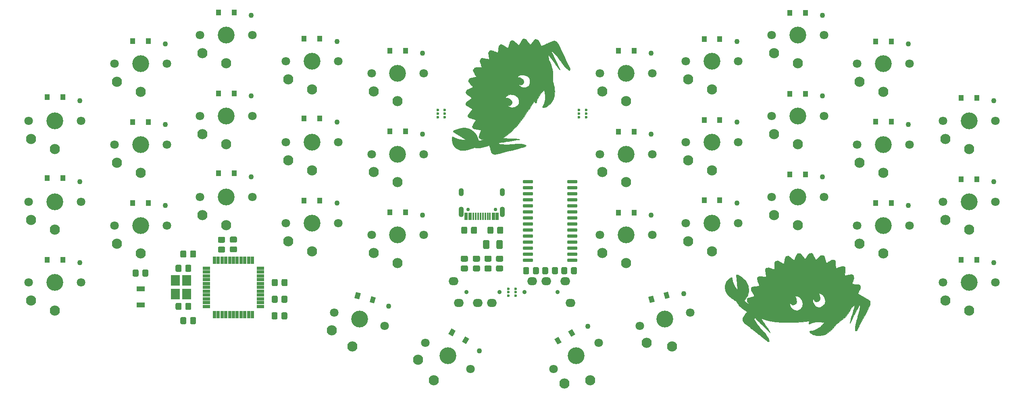
<source format=gbr>
%TF.GenerationSoftware,KiCad,Pcbnew,5.1.6*%
%TF.CreationDate,2020-08-13T18:56:40+01:00*%
%TF.ProjectId,ferris,66657272-6973-42e6-9b69-6361645f7063,rev?*%
%TF.SameCoordinates,Original*%
%TF.FileFunction,Soldermask,Top*%
%TF.FilePolarity,Negative*%
%FSLAX46Y46*%
G04 Gerber Fmt 4.6, Leading zero omitted, Abs format (unit mm)*
G04 Created by KiCad (PCBNEW 5.1.6) date 2020-08-13 18:56:40*
%MOMM*%
%LPD*%
G01*
G04 APERTURE LIST*
%ADD10C,0.010000*%
%ADD11C,0.600000*%
%ADD12C,1.801800*%
%ADD13C,1.090600*%
%ADD14C,2.132000*%
%ADD15C,3.529000*%
%ADD16R,1.900000X2.200000*%
%ADD17R,0.700000X1.550000*%
%ADD18R,0.400000X1.550000*%
%ADD19O,1.100000X2.200000*%
%ADD20C,0.750000*%
%ADD21O,1.100000X1.700000*%
%ADD22R,1.600000X0.650000*%
%ADD23R,0.650000X1.600000*%
%ADD24O,2.100000X1.700000*%
%ADD25C,0.900000*%
%ADD26R,1.000000X1.300000*%
%ADD27C,0.100000*%
%ADD28R,1.800000X1.000000*%
G04 APERTURE END LIST*
D10*
%TO.C,G\u002A\u002A\u002A*%
G36*
X109946467Y-29065824D02*
G01*
X109946639Y-29065547D01*
X110012382Y-28963158D01*
X110062831Y-28895590D01*
X110106688Y-28852890D01*
X110152652Y-28825101D01*
X110159618Y-28821894D01*
X110216233Y-28808691D01*
X110320432Y-28797655D01*
X110469041Y-28788963D01*
X110658882Y-28782795D01*
X110886781Y-28779328D01*
X110923619Y-28779054D01*
X111141590Y-28776359D01*
X111322983Y-28771439D01*
X111464583Y-28764475D01*
X111563171Y-28755644D01*
X111615535Y-28745125D01*
X111622941Y-28740293D01*
X111627217Y-28722454D01*
X111624601Y-28689662D01*
X111613794Y-28637444D01*
X111593499Y-28561328D01*
X111562419Y-28456844D01*
X111519256Y-28319520D01*
X111462712Y-28144885D01*
X111391492Y-27928467D01*
X111358517Y-27828939D01*
X111306043Y-27669024D01*
X111269783Y-27547158D01*
X111249998Y-27453160D01*
X111246948Y-27376850D01*
X111260893Y-27308048D01*
X111292094Y-27236573D01*
X111340811Y-27152243D01*
X111377333Y-27093209D01*
X111442329Y-26990602D01*
X111489667Y-26922945D01*
X111527398Y-26881373D01*
X111563570Y-26857020D01*
X111606230Y-26841018D01*
X111606279Y-26841004D01*
X111646843Y-26829753D01*
X111687232Y-26822491D01*
X111733894Y-26819908D01*
X111793280Y-26822690D01*
X111871838Y-26831524D01*
X111976017Y-26847099D01*
X112112267Y-26870100D01*
X112287039Y-26901217D01*
X112451912Y-26931138D01*
X112622916Y-26961763D01*
X112778611Y-26988660D01*
X112911612Y-27010633D01*
X113014537Y-27026487D01*
X113080002Y-27035025D01*
X113099466Y-27036026D01*
X113145545Y-27010744D01*
X113163458Y-26988689D01*
X113167168Y-26952752D01*
X113164830Y-26873865D01*
X113157016Y-26759448D01*
X113144297Y-26616919D01*
X113127243Y-26453697D01*
X113112596Y-26327486D01*
X113037733Y-25707853D01*
X113158600Y-25481856D01*
X113215953Y-25376860D01*
X113258615Y-25307095D01*
X113294663Y-25262384D01*
X113332169Y-25232543D01*
X113374508Y-25209666D01*
X113459644Y-25179104D01*
X113545425Y-25163997D01*
X113557336Y-25163645D01*
X113611324Y-25173447D01*
X113708328Y-25201885D01*
X113844626Y-25247691D01*
X114016495Y-25309601D01*
X114220214Y-25386348D01*
X114279671Y-25409247D01*
X114459479Y-25477733D01*
X114619533Y-25536625D01*
X114754150Y-25583973D01*
X114857647Y-25617826D01*
X114924343Y-25636236D01*
X114947543Y-25638461D01*
X114985413Y-25619101D01*
X115014908Y-25598126D01*
X115037719Y-25568984D01*
X115055539Y-25525119D01*
X115070060Y-25459978D01*
X115082974Y-25367008D01*
X115095973Y-25239653D01*
X115110748Y-25071363D01*
X115118922Y-24974688D01*
X115169226Y-24378198D01*
X115276584Y-24192247D01*
X115359972Y-24062491D01*
X115439024Y-23975549D01*
X115522514Y-23925156D01*
X115619217Y-23905047D01*
X115679490Y-23904553D01*
X115717409Y-23906572D01*
X115752034Y-23911168D01*
X115789079Y-23921265D01*
X115834258Y-23939790D01*
X115893283Y-23969670D01*
X115971867Y-24013832D01*
X116075725Y-24075200D01*
X116210571Y-24156703D01*
X116382116Y-24261266D01*
X116414417Y-24280982D01*
X117022546Y-24652191D01*
X117121458Y-24610532D01*
X117220369Y-24568872D01*
X117359234Y-24077123D01*
X117412452Y-23892349D01*
X117457211Y-23746885D01*
X117497173Y-23630710D01*
X117536008Y-23533805D01*
X117577379Y-23446147D01*
X117617723Y-23370628D01*
X117676829Y-23267451D01*
X117721094Y-23199722D01*
X117758512Y-23157510D01*
X117797077Y-23130884D01*
X117819220Y-23120345D01*
X117911781Y-23088921D01*
X118003788Y-23078095D01*
X118099758Y-23090185D01*
X118204205Y-23127508D01*
X118321646Y-23192381D01*
X118456599Y-23287123D01*
X118613579Y-23414050D01*
X118797102Y-23575481D01*
X118912881Y-23681566D01*
X119322388Y-24060848D01*
X119429782Y-24045125D01*
X119537177Y-24029400D01*
X119872200Y-23416268D01*
X120207222Y-22803134D01*
X120302429Y-22758430D01*
X120403445Y-22723167D01*
X120502550Y-22717835D01*
X120611043Y-22744173D01*
X120740226Y-22803917D01*
X120794107Y-22834014D01*
X120990254Y-22947260D01*
X121348980Y-23436419D01*
X121462657Y-23590968D01*
X121550949Y-23709307D01*
X121618231Y-23796397D01*
X121668873Y-23857198D01*
X121707251Y-23896671D01*
X121737737Y-23919778D01*
X121764706Y-23931479D01*
X121789751Y-23936380D01*
X121853308Y-23940425D01*
X121893817Y-23935309D01*
X121894559Y-23934936D01*
X121916362Y-23912819D01*
X121965980Y-23856877D01*
X122038852Y-23772433D01*
X122130421Y-23664807D01*
X122236126Y-23539323D01*
X122338551Y-23416748D01*
X122479054Y-23248913D01*
X122592472Y-23116603D01*
X122683590Y-23015782D01*
X122757195Y-22942414D01*
X122818072Y-22892465D01*
X122871008Y-22861899D01*
X122920788Y-22846680D01*
X122972197Y-22842775D01*
X123016672Y-22845000D01*
X123095588Y-22864350D01*
X123197715Y-22906964D01*
X123308969Y-22964845D01*
X123415268Y-23030002D01*
X123502529Y-23094440D01*
X123556670Y-23150163D01*
X123558121Y-23152366D01*
X123581420Y-23194616D01*
X123622465Y-23275156D01*
X123677454Y-23386272D01*
X123742584Y-23520250D01*
X123814054Y-23669375D01*
X123843905Y-23732254D01*
X123915602Y-23881863D01*
X123981591Y-24016091D01*
X124038349Y-24128056D01*
X124082356Y-24210869D01*
X124110090Y-24257645D01*
X124116388Y-24265146D01*
X124144593Y-24259025D01*
X124214933Y-24234097D01*
X124323102Y-24192133D01*
X124464790Y-24134911D01*
X124635691Y-24064206D01*
X124831498Y-23981792D01*
X125047904Y-23889445D01*
X125280599Y-23788940D01*
X125432329Y-23722800D01*
X125689850Y-23610806D01*
X125931340Y-23507065D01*
X126152661Y-23413277D01*
X126349680Y-23331142D01*
X126518261Y-23262362D01*
X126654267Y-23208638D01*
X126753565Y-23171669D01*
X126812016Y-23153158D01*
X126821803Y-23151375D01*
X126868587Y-23149363D01*
X126911340Y-23155093D01*
X126960346Y-23172846D01*
X127025891Y-23206901D01*
X127118259Y-23261538D01*
X127185515Y-23302704D01*
X127295744Y-23371101D01*
X127373768Y-23423241D01*
X127430652Y-23469479D01*
X127477467Y-23520165D01*
X127525278Y-23585649D01*
X127585153Y-23676286D01*
X127585467Y-23676766D01*
X127650267Y-23782028D01*
X127727726Y-23918855D01*
X127818633Y-24088859D01*
X127923779Y-24293654D01*
X128043955Y-24534852D01*
X128179950Y-24814065D01*
X128332556Y-25132906D01*
X128502563Y-25492987D01*
X128690761Y-25895921D01*
X128897941Y-26343320D01*
X128979039Y-26519301D01*
X129076542Y-26731128D01*
X129176717Y-26948747D01*
X129275184Y-27162643D01*
X129367564Y-27363304D01*
X129449478Y-27541219D01*
X129516545Y-27686874D01*
X129541200Y-27740412D01*
X129623222Y-27914107D01*
X129718458Y-28108787D01*
X129816945Y-28304485D01*
X129908721Y-28481234D01*
X129939748Y-28539247D01*
X130011660Y-28674197D01*
X130077698Y-28801647D01*
X130132783Y-28911524D01*
X130171834Y-28993761D01*
X130186539Y-29028487D01*
X130206746Y-29091098D01*
X130208637Y-29140089D01*
X130189198Y-29194725D01*
X130149054Y-29267975D01*
X130071954Y-29401516D01*
X129798930Y-29226707D01*
X129649570Y-29125631D01*
X129508468Y-29020209D01*
X129391730Y-28922647D01*
X129365362Y-28898169D01*
X129112682Y-28639160D01*
X128855234Y-28343194D01*
X128602609Y-28022042D01*
X128364401Y-27687476D01*
X128301002Y-27592095D01*
X128175815Y-27409323D01*
X128023384Y-27200756D01*
X127850561Y-26974746D01*
X127664198Y-26739650D01*
X127471149Y-26503820D01*
X127278263Y-26275609D01*
X127092395Y-26063373D01*
X126920397Y-25875466D01*
X126769120Y-25720242D01*
X126751815Y-25703365D01*
X126646267Y-25601032D01*
X126570458Y-25529043D01*
X126517101Y-25482960D01*
X126478908Y-25458345D01*
X126448593Y-25450763D01*
X126418866Y-25455775D01*
X126382443Y-25468944D01*
X126372713Y-25472529D01*
X126313838Y-25500157D01*
X126284185Y-25526664D01*
X126283396Y-25533929D01*
X126297697Y-25564458D01*
X126331341Y-25631459D01*
X126380002Y-25726454D01*
X126439352Y-25840967D01*
X126472301Y-25904071D01*
X126535564Y-26027536D01*
X126617890Y-26192369D01*
X126716995Y-26393836D01*
X126830598Y-26627207D01*
X126956416Y-26887750D01*
X127092166Y-27170734D01*
X127235567Y-27471425D01*
X127384336Y-27785096D01*
X127536190Y-28107010D01*
X127584241Y-28209242D01*
X127663301Y-28374542D01*
X127752480Y-28556053D01*
X127842481Y-28735135D01*
X127924003Y-28893151D01*
X127948847Y-28940094D01*
X128009795Y-29056602D01*
X128059372Y-29155935D01*
X128093841Y-29230232D01*
X128109468Y-29271627D01*
X128109158Y-29277507D01*
X128082027Y-29262325D01*
X128028199Y-29214794D01*
X127953739Y-29141389D01*
X127864713Y-29048582D01*
X127767186Y-28942847D01*
X127667226Y-28830658D01*
X127570895Y-28718489D01*
X127484264Y-28612814D01*
X127472881Y-28598433D01*
X127378321Y-28474370D01*
X127269322Y-28325107D01*
X127158595Y-28168381D01*
X127058848Y-28021927D01*
X127047674Y-28005058D01*
X126811265Y-27657518D01*
X126555335Y-27300299D01*
X126297722Y-26958150D01*
X126238540Y-26882191D01*
X126150290Y-26771831D01*
X126053187Y-26653871D01*
X125953407Y-26535429D01*
X125857122Y-26423624D01*
X125770505Y-26325572D01*
X125699733Y-26248393D01*
X125650977Y-26199203D01*
X125634629Y-26185949D01*
X125620860Y-26198059D01*
X125619816Y-26253916D01*
X125629997Y-26337726D01*
X125646466Y-26470845D01*
X125660793Y-26644316D01*
X125672267Y-26847708D01*
X125680172Y-27070594D01*
X125680187Y-27071175D01*
X125697542Y-27142254D01*
X125742467Y-27236596D01*
X125788747Y-27311597D01*
X125942199Y-27570659D01*
X126082967Y-27875257D01*
X126211600Y-28226738D01*
X126328652Y-28626448D01*
X126329665Y-28630308D01*
X126450501Y-29186139D01*
X126528127Y-29765118D01*
X126562166Y-30363087D01*
X126552246Y-30975892D01*
X126547859Y-31053953D01*
X126537415Y-31230171D01*
X126530837Y-31366051D01*
X126528882Y-31471961D01*
X126532309Y-31558267D01*
X126541880Y-31635338D01*
X126558351Y-31713540D01*
X126582484Y-31803240D01*
X126609545Y-31896126D01*
X126751242Y-32427087D01*
X126854625Y-32927140D01*
X126919807Y-33398605D01*
X126946901Y-33843802D01*
X126936018Y-34265051D01*
X126887272Y-34664672D01*
X126800775Y-35044984D01*
X126767689Y-35155005D01*
X126737085Y-35233870D01*
X126686443Y-35345555D01*
X126621268Y-35479549D01*
X126547066Y-35625338D01*
X126469342Y-35772409D01*
X126393603Y-35910249D01*
X126325354Y-36028347D01*
X126270101Y-36116187D01*
X126248748Y-36145888D01*
X126016308Y-36417431D01*
X125776402Y-36647486D01*
X125544380Y-36824408D01*
X125388166Y-36919518D01*
X125211687Y-37012403D01*
X125031921Y-37095021D01*
X124865841Y-37159329D01*
X124784033Y-37184648D01*
X124688159Y-37208957D01*
X124623336Y-37217593D01*
X124571982Y-37209562D01*
X124516517Y-37183872D01*
X124488454Y-37167974D01*
X124374308Y-37102072D01*
X124535899Y-36762758D01*
X124600109Y-36623772D01*
X124661808Y-36482851D01*
X124714729Y-36354784D01*
X124752610Y-36254363D01*
X124757990Y-36238403D01*
X124848975Y-35907186D01*
X124915486Y-35552185D01*
X124955081Y-35191801D01*
X124965313Y-34844440D01*
X124960620Y-34712945D01*
X124949000Y-34574308D01*
X124929749Y-34418710D01*
X124904567Y-34254435D01*
X124875160Y-34089764D01*
X124843225Y-33932982D01*
X124810468Y-33792370D01*
X124778587Y-33676211D01*
X124749287Y-33592787D01*
X124724268Y-33550383D01*
X124721312Y-33548252D01*
X124697581Y-33561890D01*
X124646765Y-33608398D01*
X124574453Y-33681746D01*
X124486234Y-33775906D01*
X124387696Y-33884849D01*
X124284428Y-34002547D01*
X124182019Y-34122972D01*
X124128026Y-34188253D01*
X123847738Y-34552451D01*
X123615538Y-34900823D01*
X123431312Y-35233578D01*
X123294946Y-35550926D01*
X123206327Y-35853076D01*
X123197605Y-35894773D01*
X123170272Y-36006310D01*
X123135375Y-36113210D01*
X123100201Y-36193317D01*
X123098282Y-36196714D01*
X123038112Y-36301289D01*
X122916188Y-36230897D01*
X122845755Y-36185842D01*
X122797839Y-36139167D01*
X122758237Y-36073911D01*
X122725960Y-36003751D01*
X122688959Y-35923018D01*
X122658043Y-35863017D01*
X122640161Y-35837028D01*
X122623413Y-35855530D01*
X122584391Y-35912690D01*
X122526378Y-36003262D01*
X122452657Y-36122001D01*
X122366511Y-36263658D01*
X122271221Y-36422990D01*
X122232303Y-36488765D01*
X121706520Y-37354831D01*
X121178197Y-38174246D01*
X120644372Y-38951156D01*
X120102088Y-39689707D01*
X119548385Y-40394047D01*
X118980303Y-41068322D01*
X118890953Y-41170205D01*
X118729931Y-41349681D01*
X118554417Y-41539806D01*
X118371837Y-41732936D01*
X118189619Y-41921422D01*
X118015189Y-42097621D01*
X117855976Y-42253887D01*
X117719405Y-42382573D01*
X117670402Y-42426718D01*
X117438401Y-42624673D01*
X117187728Y-42825612D01*
X116928956Y-43021763D01*
X116672658Y-43205352D01*
X116429404Y-43368606D01*
X116209768Y-43503750D01*
X116190386Y-43514920D01*
X116101705Y-43569970D01*
X116059790Y-43606796D01*
X116060849Y-43623441D01*
X116096960Y-43631146D01*
X116176906Y-43640285D01*
X116293753Y-43650480D01*
X116440569Y-43661346D01*
X116610420Y-43672506D01*
X116796373Y-43683576D01*
X116991495Y-43694176D01*
X117188853Y-43703925D01*
X117381515Y-43712443D01*
X117562547Y-43719349D01*
X117725016Y-43724260D01*
X117861989Y-43726798D01*
X117943942Y-43726911D01*
X118251470Y-43728941D01*
X118548015Y-43740735D01*
X118825172Y-43761547D01*
X119074534Y-43790635D01*
X119287694Y-43827255D01*
X119409320Y-43856540D01*
X119490129Y-43878832D01*
X119557581Y-43896879D01*
X119574212Y-43901139D01*
X119625488Y-43913926D01*
X119553006Y-43937868D01*
X119500405Y-43949509D01*
X119409621Y-43963853D01*
X119293076Y-43979138D01*
X119163190Y-43993598D01*
X119153657Y-43994561D01*
X119031184Y-44008636D01*
X118871132Y-44029719D01*
X118685960Y-44056019D01*
X118488118Y-44085745D01*
X118290065Y-44117105D01*
X118210078Y-44130288D01*
X117697416Y-44215207D01*
X117233553Y-44290617D01*
X116818623Y-44356495D01*
X116452761Y-44412822D01*
X116136100Y-44459579D01*
X115868774Y-44496746D01*
X115650917Y-44524303D01*
X115482665Y-44542231D01*
X115364487Y-44550496D01*
X115285253Y-44555847D01*
X115229873Y-44564124D01*
X115213433Y-44570829D01*
X115213877Y-44601889D01*
X115224062Y-44666491D01*
X115236718Y-44727607D01*
X115268692Y-44869336D01*
X115452190Y-44900498D01*
X115633181Y-44924620D01*
X115856689Y-44943654D01*
X116114687Y-44957624D01*
X116399150Y-44966548D01*
X116702052Y-44970446D01*
X117015367Y-44969341D01*
X117331068Y-44963254D01*
X117641130Y-44952203D01*
X117937528Y-44936211D01*
X118212234Y-44915298D01*
X118429736Y-44892830D01*
X118753908Y-44862134D01*
X119089346Y-44845040D01*
X119424478Y-44841391D01*
X119747725Y-44851029D01*
X120047516Y-44873795D01*
X120312274Y-44909534D01*
X120364932Y-44919173D01*
X120617176Y-44990556D01*
X120763451Y-45054417D01*
X120950892Y-45148859D01*
X120784784Y-45436567D01*
X120356543Y-45536457D01*
X120270858Y-45557305D01*
X120140194Y-45590288D01*
X119968628Y-45634336D01*
X119760236Y-45688376D01*
X119519093Y-45751341D01*
X119249275Y-45822156D01*
X118954858Y-45899752D01*
X118639917Y-45983060D01*
X118308528Y-46071008D01*
X117964767Y-46162524D01*
X117612710Y-46256539D01*
X117461029Y-46297134D01*
X117111526Y-46390438D01*
X116771901Y-46480522D01*
X116445872Y-46566433D01*
X116137161Y-46647215D01*
X115849486Y-46721913D01*
X115586570Y-46789573D01*
X115352132Y-46849240D01*
X115149892Y-46899958D01*
X114983571Y-46940774D01*
X114856889Y-46970732D01*
X114773567Y-46988877D01*
X114748396Y-46993358D01*
X114553179Y-47015947D01*
X114392791Y-47020112D01*
X114254198Y-47004458D01*
X114124368Y-46967593D01*
X114000734Y-46913382D01*
X113855857Y-46832774D01*
X113752055Y-46752883D01*
X113680513Y-46664849D01*
X113632419Y-46559809D01*
X113624636Y-46535308D01*
X113606445Y-46474565D01*
X113576109Y-46373360D01*
X113536086Y-46239885D01*
X113488831Y-46082330D01*
X113436803Y-45908890D01*
X113390867Y-45755785D01*
X113197134Y-45110119D01*
X112891932Y-45230075D01*
X112670131Y-45310433D01*
X117436899Y-37054148D01*
X117642185Y-37145800D01*
X117865659Y-37195249D01*
X118102316Y-37202520D01*
X118347151Y-37167640D01*
X118595158Y-37090633D01*
X118841331Y-36971528D01*
X118938967Y-36911580D01*
X119095153Y-36803444D01*
X119212228Y-36704780D01*
X119297660Y-36604793D01*
X119358917Y-36492684D01*
X119403470Y-36357656D01*
X119438769Y-36189009D01*
X119463916Y-35923129D01*
X119442267Y-35674000D01*
X119372973Y-35439074D01*
X119255185Y-35215801D01*
X119088053Y-35001632D01*
X119019658Y-34930255D01*
X118894503Y-34824307D01*
X118766665Y-34738553D01*
X119861531Y-32842190D01*
X119893021Y-32856916D01*
X120024854Y-32901729D01*
X120183393Y-32939161D01*
X120345888Y-32964915D01*
X120489594Y-32974694D01*
X120514596Y-32974338D01*
X120803364Y-32948799D01*
X121052936Y-32892631D01*
X121262877Y-32806085D01*
X121432754Y-32689416D01*
X121562133Y-32542876D01*
X121650578Y-32366717D01*
X121671147Y-32300503D01*
X121714257Y-32099161D01*
X121740621Y-31886992D01*
X121750074Y-31676241D01*
X121742447Y-31479154D01*
X121717573Y-31307977D01*
X121686214Y-31200644D01*
X121614173Y-31045936D01*
X121523032Y-30911423D01*
X121400766Y-30780390D01*
X121350738Y-30734348D01*
X121280371Y-30674112D01*
X121218160Y-30629853D01*
X121148489Y-30592766D01*
X121055737Y-30554039D01*
X120980802Y-30525718D01*
X120718897Y-30442532D01*
X120716431Y-30441958D01*
X120791686Y-30311612D01*
X120809035Y-30306963D01*
X120804386Y-30289615D01*
X120787038Y-30294263D01*
X120791686Y-30311612D01*
X120716431Y-30441958D01*
X120432468Y-30375915D01*
X120270465Y-30350794D01*
X120354236Y-30205697D01*
X120371585Y-30201049D01*
X120366936Y-30183700D01*
X120349588Y-30188349D01*
X120354236Y-30205697D01*
X120270465Y-30350794D01*
X120146619Y-30331591D01*
X120114980Y-30328189D01*
X119943336Y-30329742D01*
X119761672Y-30370133D01*
X119563197Y-30451174D01*
X119467791Y-30500726D01*
X119397528Y-30545129D01*
X119316408Y-30605059D01*
X119234154Y-30672097D01*
X119160493Y-30737821D01*
X119105147Y-30793818D01*
X119077842Y-30831665D01*
X119076755Y-30839247D01*
X119101596Y-30843598D01*
X119162062Y-30840856D01*
X119222708Y-30834348D01*
X119363092Y-30829243D01*
X119506164Y-30852356D01*
X119660390Y-30906390D01*
X119834236Y-30994051D01*
X119962191Y-31070611D01*
X120101393Y-31161473D01*
X120204782Y-31239296D01*
X120281992Y-31313745D01*
X120342652Y-31394486D01*
X120396395Y-31491187D01*
X120410723Y-31520770D01*
X120442800Y-31615808D01*
X120460682Y-31721758D01*
X120461951Y-31749539D01*
X120459180Y-31813636D01*
X120446589Y-31872342D01*
X120419153Y-31939443D01*
X120371847Y-32028723D01*
X120339532Y-32085367D01*
X120272587Y-32196440D01*
X120218560Y-32272662D01*
X120168681Y-32325123D01*
X120122967Y-32359336D01*
X119990810Y-32416827D01*
X119832140Y-32439644D01*
X119657521Y-32427841D01*
X119477517Y-32381471D01*
X119412270Y-32355823D01*
X119266533Y-32292855D01*
X119362371Y-32410949D01*
X119480601Y-32542777D01*
X119611265Y-32665366D01*
X119742271Y-32768558D01*
X119861531Y-32842190D01*
X118766665Y-34738553D01*
X118737433Y-34718944D01*
X118566380Y-34624515D01*
X118399281Y-34551374D01*
X118315670Y-34523998D01*
X118148321Y-34488317D01*
X117958830Y-34465235D01*
X117767760Y-34456184D01*
X117595671Y-34462597D01*
X117537205Y-34469744D01*
X117317489Y-34528409D01*
X117105835Y-34632227D01*
X116910919Y-34775558D01*
X116890907Y-34796478D01*
X118795702Y-31497277D01*
X118798641Y-31492416D01*
X118800870Y-31442743D01*
X118806589Y-31392970D01*
X118807908Y-31353689D01*
X118794610Y-31360978D01*
X118793952Y-31362008D01*
X118782035Y-31412566D01*
X118786004Y-31461455D01*
X118795702Y-31497277D01*
X116890907Y-34796478D01*
X116741412Y-34952759D01*
X116690522Y-35020555D01*
X116584755Y-35171093D01*
X116664933Y-35153588D01*
X116734731Y-35145295D01*
X116830481Y-35142303D01*
X116901852Y-35144002D01*
X116967434Y-35148791D01*
X117024438Y-35158436D01*
X117083484Y-35176984D01*
X117155197Y-35208484D01*
X117250200Y-35256983D01*
X117374906Y-35324234D01*
X117543650Y-35420024D01*
X117673659Y-35504268D01*
X117773364Y-35584288D01*
X117851197Y-35667406D01*
X117915592Y-35760943D01*
X117950920Y-35824412D01*
X118006933Y-35979050D01*
X118014340Y-36138000D01*
X117973044Y-36305165D01*
X117936894Y-36387460D01*
X117883116Y-36483851D01*
X117823035Y-36573496D01*
X117775198Y-36630952D01*
X117672274Y-36704178D01*
X117537068Y-36758651D01*
X117386280Y-36789104D01*
X117263189Y-36792484D01*
X117187627Y-36789619D01*
X117151777Y-36796901D01*
X117155229Y-36820558D01*
X117197575Y-36866816D01*
X117254807Y-36920266D01*
X117436899Y-37054148D01*
X112670131Y-45310433D01*
X112579869Y-45343135D01*
X112249808Y-45445348D01*
X111914514Y-45533597D01*
X111586747Y-45604764D01*
X111279268Y-45655733D01*
X111047553Y-45680544D01*
X110920279Y-45684693D01*
X110770869Y-45681466D01*
X110614476Y-45672004D01*
X110466247Y-45657447D01*
X110341335Y-45638939D01*
X110267526Y-45621794D01*
X110218173Y-45608279D01*
X110173639Y-45602767D01*
X110124469Y-45607424D01*
X110061204Y-45624424D01*
X109974389Y-45655934D01*
X109854567Y-45704125D01*
X109786550Y-45732167D01*
X109594143Y-45805922D01*
X109372013Y-45881462D01*
X109131887Y-45955564D01*
X108885492Y-46025007D01*
X108644555Y-46086568D01*
X108420803Y-46137022D01*
X108225963Y-46173148D01*
X108136640Y-46185594D01*
X107906206Y-46202680D01*
X107663470Y-46203195D01*
X107423865Y-46188105D01*
X107202823Y-46158374D01*
X107018444Y-46115767D01*
X106865012Y-46059229D01*
X106688726Y-45977446D01*
X106504560Y-45878830D01*
X106327496Y-45771786D01*
X106172509Y-45664726D01*
X106077706Y-45587630D01*
X105893562Y-45389888D01*
X105733513Y-45151211D01*
X105600480Y-44876843D01*
X105497384Y-44572026D01*
X105484291Y-44522464D01*
X105445586Y-44366397D01*
X105418339Y-44242601D01*
X105400066Y-44134497D01*
X105388285Y-44025508D01*
X105380512Y-43899054D01*
X105376562Y-43803107D01*
X105373537Y-43678384D01*
X105376801Y-43590270D01*
X105388447Y-43524748D01*
X105410569Y-43467799D01*
X105432807Y-43426571D01*
X105498768Y-43312324D01*
X105809021Y-43473449D01*
X106233208Y-43667506D01*
X106671580Y-43817641D01*
X107118157Y-43922523D01*
X107566954Y-43980820D01*
X108011988Y-43991202D01*
X108115782Y-43986522D01*
X108358622Y-43972310D01*
X107959495Y-43723819D01*
X107850681Y-43656210D01*
X107705605Y-43566276D01*
X107531249Y-43458339D01*
X107334602Y-43336717D01*
X107122651Y-43205731D01*
X106902383Y-43069702D01*
X106680783Y-42932951D01*
X106581652Y-42871810D01*
X105602938Y-42268294D01*
X105676307Y-42141217D01*
X105715933Y-42077096D01*
X105754617Y-42032142D01*
X105805711Y-41995988D01*
X105882564Y-41958271D01*
X105948865Y-41929614D01*
X106423132Y-41746901D01*
X106876410Y-41610242D01*
X107309055Y-41519595D01*
X107721424Y-41474917D01*
X108113872Y-41476166D01*
X108486760Y-41523297D01*
X108764968Y-41592099D01*
X108888231Y-41638012D01*
X109039987Y-41707503D01*
X109209394Y-41794338D01*
X109385609Y-41892282D01*
X109557790Y-41995098D01*
X109715097Y-42096552D01*
X109846686Y-42190408D01*
X109937676Y-42266545D01*
X110206949Y-42557418D01*
X110445051Y-42886154D01*
X110649672Y-43248810D01*
X110818503Y-43641443D01*
X110914950Y-43934759D01*
X110987633Y-44185809D01*
X111111263Y-44178935D01*
X111219630Y-44164796D01*
X111361637Y-44134523D01*
X111524145Y-44091791D01*
X111694019Y-44040279D01*
X111858118Y-43983661D01*
X111978716Y-43936189D01*
X112073321Y-43894961D01*
X112146750Y-43860563D01*
X112188894Y-43837858D01*
X112195070Y-43832088D01*
X112170155Y-43829628D01*
X112104348Y-43831153D01*
X112007365Y-43836253D01*
X111888925Y-43844519D01*
X111876416Y-43845493D01*
X111560816Y-43870296D01*
X111469058Y-43817277D01*
X119127140Y-30553091D01*
X119144488Y-30548442D01*
X119139840Y-30531094D01*
X119122491Y-30535742D01*
X119127140Y-30553091D01*
X111469058Y-43817277D01*
X111328000Y-43735771D01*
X111194113Y-43652944D01*
X111101046Y-43580234D01*
X111042049Y-43509931D01*
X111010375Y-43434322D01*
X110999938Y-43360930D01*
X111007515Y-43315753D01*
X111031445Y-43229472D01*
X111069699Y-43108341D01*
X111120255Y-42958614D01*
X111181087Y-42786546D01*
X111224274Y-42668134D01*
X111285793Y-42500316D01*
X111340983Y-42347743D01*
X111387512Y-42217019D01*
X111423055Y-42114750D01*
X111445280Y-42047539D01*
X111451971Y-42022488D01*
X111437124Y-41985154D01*
X111403555Y-41934146D01*
X111384914Y-41914059D01*
X111358794Y-41897385D01*
X111318753Y-41882839D01*
X111258351Y-41869141D01*
X111171146Y-41855008D01*
X111050697Y-41839160D01*
X110890562Y-41820312D01*
X110754714Y-41805017D01*
X110153501Y-41737961D01*
X109942223Y-41615870D01*
X109812470Y-41534274D01*
X109723766Y-41459918D01*
X109669014Y-41383823D01*
X109641124Y-41297011D01*
X109633803Y-41225543D01*
X109633466Y-41194912D01*
X109637200Y-41164465D01*
X109647900Y-41128582D01*
X109668463Y-41081649D01*
X109701787Y-41018047D01*
X109750767Y-40932159D01*
X109818300Y-40818370D01*
X109907282Y-40671061D01*
X109989529Y-40535712D01*
X110349484Y-39943912D01*
X110320097Y-39853074D01*
X110306336Y-39816526D01*
X110287207Y-39785673D01*
X110256820Y-39757771D01*
X110209286Y-39730079D01*
X110138714Y-39699853D01*
X110039216Y-39664349D01*
X109904900Y-39620825D01*
X109729878Y-39566538D01*
X109656673Y-39544108D01*
X109393282Y-39457929D01*
X109177481Y-39374403D01*
X109006275Y-39291538D01*
X108876668Y-39207341D01*
X108785662Y-39119821D01*
X108730263Y-39026986D01*
X108707474Y-38926842D01*
X108706727Y-38912475D01*
X108708676Y-38851980D01*
X108722320Y-38794167D01*
X108752817Y-38725026D01*
X108805328Y-38630549D01*
X108819346Y-38606669D01*
X108868700Y-38527581D01*
X108923604Y-38450356D01*
X108990511Y-38367317D01*
X109075879Y-38270788D01*
X109186163Y-38153090D01*
X109299941Y-38035168D01*
X109664351Y-37660550D01*
X109648743Y-37553670D01*
X109633134Y-37446791D01*
X108998342Y-37098483D01*
X108812791Y-36996475D01*
X108666642Y-36915396D01*
X108554659Y-36851927D01*
X108471603Y-36802751D01*
X108412239Y-36764546D01*
X108371326Y-36733996D01*
X108343631Y-36707782D01*
X108323915Y-36682583D01*
X108311888Y-36663491D01*
X108268849Y-36580614D01*
X108249265Y-36506523D01*
X108254613Y-36429822D01*
X108286371Y-36339117D01*
X108346018Y-36223014D01*
X108375802Y-36170731D01*
X108511646Y-35936019D01*
X108934669Y-35652323D01*
X109096124Y-35544067D01*
X109220397Y-35460176D01*
X109312331Y-35396476D01*
X109376770Y-35348791D01*
X109418555Y-35312947D01*
X109442531Y-35284771D01*
X109453541Y-35260087D01*
X109456429Y-35234722D01*
X109456036Y-35204500D01*
X109456019Y-35202970D01*
X109450492Y-35141828D01*
X109438155Y-35107429D01*
X109436578Y-35106214D01*
X109403468Y-35082378D01*
X109338326Y-35031668D01*
X109247686Y-34959444D01*
X109138088Y-34871067D01*
X109016066Y-34771897D01*
X108888159Y-34667294D01*
X108760903Y-34562620D01*
X108640835Y-34463234D01*
X108534491Y-34374498D01*
X108448408Y-34301772D01*
X108389125Y-34250416D01*
X108363537Y-34226253D01*
X108325418Y-34152537D01*
X108300567Y-34054044D01*
X108293931Y-33956111D01*
X108301151Y-33906726D01*
X108322274Y-33858211D01*
X108363674Y-33781173D01*
X108417719Y-33689533D01*
X108438611Y-33655952D01*
X108558900Y-33465420D01*
X109132968Y-33220404D01*
X109293162Y-33150798D01*
X109438102Y-33085469D01*
X109561077Y-33027634D01*
X109655376Y-32980507D01*
X109714291Y-32947303D01*
X109731037Y-32933818D01*
X109744101Y-32880255D01*
X109739607Y-32855475D01*
X109719377Y-32826661D01*
X109670649Y-32765068D01*
X109598110Y-32676383D01*
X109506446Y-32566290D01*
X109400344Y-32440475D01*
X109312711Y-32337580D01*
X109196877Y-32201234D01*
X109090262Y-32074030D01*
X108997951Y-31962176D01*
X108925036Y-31871881D01*
X108876606Y-31809353D01*
X108859784Y-31785064D01*
X108822901Y-31700662D01*
X108814459Y-31614819D01*
X108836055Y-31517351D01*
X108889288Y-31398078D01*
X108933018Y-31318828D01*
X108993820Y-31216741D01*
X109040194Y-31149275D01*
X109080972Y-31105888D01*
X109124987Y-31076041D01*
X109145159Y-31065686D01*
X109195656Y-31047930D01*
X109287721Y-31022200D01*
X109413115Y-30990533D01*
X109563602Y-30954962D01*
X109730945Y-30917522D01*
X109837845Y-30894622D01*
X110031158Y-30852460D01*
X110194506Y-30813867D01*
X110323204Y-30780095D01*
X110412568Y-30752399D01*
X110457914Y-30732027D01*
X110462079Y-30727816D01*
X110461515Y-30700047D01*
X110442005Y-30643888D01*
X110402079Y-30556307D01*
X110340269Y-30434276D01*
X110255104Y-30274764D01*
X110147457Y-30078958D01*
X110039286Y-29883853D01*
X109954114Y-29726884D01*
X109890655Y-29601566D01*
X109847623Y-29501413D01*
X109823736Y-29419941D01*
X109817705Y-29350666D01*
X109828250Y-29287101D01*
X109854080Y-29222763D01*
X109893915Y-29151165D01*
X109946467Y-29065824D01*
G37*
X109946467Y-29065824D02*
X109946639Y-29065547D01*
X110012382Y-28963158D01*
X110062831Y-28895590D01*
X110106688Y-28852890D01*
X110152652Y-28825101D01*
X110159618Y-28821894D01*
X110216233Y-28808691D01*
X110320432Y-28797655D01*
X110469041Y-28788963D01*
X110658882Y-28782795D01*
X110886781Y-28779328D01*
X110923619Y-28779054D01*
X111141590Y-28776359D01*
X111322983Y-28771439D01*
X111464583Y-28764475D01*
X111563171Y-28755644D01*
X111615535Y-28745125D01*
X111622941Y-28740293D01*
X111627217Y-28722454D01*
X111624601Y-28689662D01*
X111613794Y-28637444D01*
X111593499Y-28561328D01*
X111562419Y-28456844D01*
X111519256Y-28319520D01*
X111462712Y-28144885D01*
X111391492Y-27928467D01*
X111358517Y-27828939D01*
X111306043Y-27669024D01*
X111269783Y-27547158D01*
X111249998Y-27453160D01*
X111246948Y-27376850D01*
X111260893Y-27308048D01*
X111292094Y-27236573D01*
X111340811Y-27152243D01*
X111377333Y-27093209D01*
X111442329Y-26990602D01*
X111489667Y-26922945D01*
X111527398Y-26881373D01*
X111563570Y-26857020D01*
X111606230Y-26841018D01*
X111606279Y-26841004D01*
X111646843Y-26829753D01*
X111687232Y-26822491D01*
X111733894Y-26819908D01*
X111793280Y-26822690D01*
X111871838Y-26831524D01*
X111976017Y-26847099D01*
X112112267Y-26870100D01*
X112287039Y-26901217D01*
X112451912Y-26931138D01*
X112622916Y-26961763D01*
X112778611Y-26988660D01*
X112911612Y-27010633D01*
X113014537Y-27026487D01*
X113080002Y-27035025D01*
X113099466Y-27036026D01*
X113145545Y-27010744D01*
X113163458Y-26988689D01*
X113167168Y-26952752D01*
X113164830Y-26873865D01*
X113157016Y-26759448D01*
X113144297Y-26616919D01*
X113127243Y-26453697D01*
X113112596Y-26327486D01*
X113037733Y-25707853D01*
X113158600Y-25481856D01*
X113215953Y-25376860D01*
X113258615Y-25307095D01*
X113294663Y-25262384D01*
X113332169Y-25232543D01*
X113374508Y-25209666D01*
X113459644Y-25179104D01*
X113545425Y-25163997D01*
X113557336Y-25163645D01*
X113611324Y-25173447D01*
X113708328Y-25201885D01*
X113844626Y-25247691D01*
X114016495Y-25309601D01*
X114220214Y-25386348D01*
X114279671Y-25409247D01*
X114459479Y-25477733D01*
X114619533Y-25536625D01*
X114754150Y-25583973D01*
X114857647Y-25617826D01*
X114924343Y-25636236D01*
X114947543Y-25638461D01*
X114985413Y-25619101D01*
X115014908Y-25598126D01*
X115037719Y-25568984D01*
X115055539Y-25525119D01*
X115070060Y-25459978D01*
X115082974Y-25367008D01*
X115095973Y-25239653D01*
X115110748Y-25071363D01*
X115118922Y-24974688D01*
X115169226Y-24378198D01*
X115276584Y-24192247D01*
X115359972Y-24062491D01*
X115439024Y-23975549D01*
X115522514Y-23925156D01*
X115619217Y-23905047D01*
X115679490Y-23904553D01*
X115717409Y-23906572D01*
X115752034Y-23911168D01*
X115789079Y-23921265D01*
X115834258Y-23939790D01*
X115893283Y-23969670D01*
X115971867Y-24013832D01*
X116075725Y-24075200D01*
X116210571Y-24156703D01*
X116382116Y-24261266D01*
X116414417Y-24280982D01*
X117022546Y-24652191D01*
X117121458Y-24610532D01*
X117220369Y-24568872D01*
X117359234Y-24077123D01*
X117412452Y-23892349D01*
X117457211Y-23746885D01*
X117497173Y-23630710D01*
X117536008Y-23533805D01*
X117577379Y-23446147D01*
X117617723Y-23370628D01*
X117676829Y-23267451D01*
X117721094Y-23199722D01*
X117758512Y-23157510D01*
X117797077Y-23130884D01*
X117819220Y-23120345D01*
X117911781Y-23088921D01*
X118003788Y-23078095D01*
X118099758Y-23090185D01*
X118204205Y-23127508D01*
X118321646Y-23192381D01*
X118456599Y-23287123D01*
X118613579Y-23414050D01*
X118797102Y-23575481D01*
X118912881Y-23681566D01*
X119322388Y-24060848D01*
X119429782Y-24045125D01*
X119537177Y-24029400D01*
X119872200Y-23416268D01*
X120207222Y-22803134D01*
X120302429Y-22758430D01*
X120403445Y-22723167D01*
X120502550Y-22717835D01*
X120611043Y-22744173D01*
X120740226Y-22803917D01*
X120794107Y-22834014D01*
X120990254Y-22947260D01*
X121348980Y-23436419D01*
X121462657Y-23590968D01*
X121550949Y-23709307D01*
X121618231Y-23796397D01*
X121668873Y-23857198D01*
X121707251Y-23896671D01*
X121737737Y-23919778D01*
X121764706Y-23931479D01*
X121789751Y-23936380D01*
X121853308Y-23940425D01*
X121893817Y-23935309D01*
X121894559Y-23934936D01*
X121916362Y-23912819D01*
X121965980Y-23856877D01*
X122038852Y-23772433D01*
X122130421Y-23664807D01*
X122236126Y-23539323D01*
X122338551Y-23416748D01*
X122479054Y-23248913D01*
X122592472Y-23116603D01*
X122683590Y-23015782D01*
X122757195Y-22942414D01*
X122818072Y-22892465D01*
X122871008Y-22861899D01*
X122920788Y-22846680D01*
X122972197Y-22842775D01*
X123016672Y-22845000D01*
X123095588Y-22864350D01*
X123197715Y-22906964D01*
X123308969Y-22964845D01*
X123415268Y-23030002D01*
X123502529Y-23094440D01*
X123556670Y-23150163D01*
X123558121Y-23152366D01*
X123581420Y-23194616D01*
X123622465Y-23275156D01*
X123677454Y-23386272D01*
X123742584Y-23520250D01*
X123814054Y-23669375D01*
X123843905Y-23732254D01*
X123915602Y-23881863D01*
X123981591Y-24016091D01*
X124038349Y-24128056D01*
X124082356Y-24210869D01*
X124110090Y-24257645D01*
X124116388Y-24265146D01*
X124144593Y-24259025D01*
X124214933Y-24234097D01*
X124323102Y-24192133D01*
X124464790Y-24134911D01*
X124635691Y-24064206D01*
X124831498Y-23981792D01*
X125047904Y-23889445D01*
X125280599Y-23788940D01*
X125432329Y-23722800D01*
X125689850Y-23610806D01*
X125931340Y-23507065D01*
X126152661Y-23413277D01*
X126349680Y-23331142D01*
X126518261Y-23262362D01*
X126654267Y-23208638D01*
X126753565Y-23171669D01*
X126812016Y-23153158D01*
X126821803Y-23151375D01*
X126868587Y-23149363D01*
X126911340Y-23155093D01*
X126960346Y-23172846D01*
X127025891Y-23206901D01*
X127118259Y-23261538D01*
X127185515Y-23302704D01*
X127295744Y-23371101D01*
X127373768Y-23423241D01*
X127430652Y-23469479D01*
X127477467Y-23520165D01*
X127525278Y-23585649D01*
X127585153Y-23676286D01*
X127585467Y-23676766D01*
X127650267Y-23782028D01*
X127727726Y-23918855D01*
X127818633Y-24088859D01*
X127923779Y-24293654D01*
X128043955Y-24534852D01*
X128179950Y-24814065D01*
X128332556Y-25132906D01*
X128502563Y-25492987D01*
X128690761Y-25895921D01*
X128897941Y-26343320D01*
X128979039Y-26519301D01*
X129076542Y-26731128D01*
X129176717Y-26948747D01*
X129275184Y-27162643D01*
X129367564Y-27363304D01*
X129449478Y-27541219D01*
X129516545Y-27686874D01*
X129541200Y-27740412D01*
X129623222Y-27914107D01*
X129718458Y-28108787D01*
X129816945Y-28304485D01*
X129908721Y-28481234D01*
X129939748Y-28539247D01*
X130011660Y-28674197D01*
X130077698Y-28801647D01*
X130132783Y-28911524D01*
X130171834Y-28993761D01*
X130186539Y-29028487D01*
X130206746Y-29091098D01*
X130208637Y-29140089D01*
X130189198Y-29194725D01*
X130149054Y-29267975D01*
X130071954Y-29401516D01*
X129798930Y-29226707D01*
X129649570Y-29125631D01*
X129508468Y-29020209D01*
X129391730Y-28922647D01*
X129365362Y-28898169D01*
X129112682Y-28639160D01*
X128855234Y-28343194D01*
X128602609Y-28022042D01*
X128364401Y-27687476D01*
X128301002Y-27592095D01*
X128175815Y-27409323D01*
X128023384Y-27200756D01*
X127850561Y-26974746D01*
X127664198Y-26739650D01*
X127471149Y-26503820D01*
X127278263Y-26275609D01*
X127092395Y-26063373D01*
X126920397Y-25875466D01*
X126769120Y-25720242D01*
X126751815Y-25703365D01*
X126646267Y-25601032D01*
X126570458Y-25529043D01*
X126517101Y-25482960D01*
X126478908Y-25458345D01*
X126448593Y-25450763D01*
X126418866Y-25455775D01*
X126382443Y-25468944D01*
X126372713Y-25472529D01*
X126313838Y-25500157D01*
X126284185Y-25526664D01*
X126283396Y-25533929D01*
X126297697Y-25564458D01*
X126331341Y-25631459D01*
X126380002Y-25726454D01*
X126439352Y-25840967D01*
X126472301Y-25904071D01*
X126535564Y-26027536D01*
X126617890Y-26192369D01*
X126716995Y-26393836D01*
X126830598Y-26627207D01*
X126956416Y-26887750D01*
X127092166Y-27170734D01*
X127235567Y-27471425D01*
X127384336Y-27785096D01*
X127536190Y-28107010D01*
X127584241Y-28209242D01*
X127663301Y-28374542D01*
X127752480Y-28556053D01*
X127842481Y-28735135D01*
X127924003Y-28893151D01*
X127948847Y-28940094D01*
X128009795Y-29056602D01*
X128059372Y-29155935D01*
X128093841Y-29230232D01*
X128109468Y-29271627D01*
X128109158Y-29277507D01*
X128082027Y-29262325D01*
X128028199Y-29214794D01*
X127953739Y-29141389D01*
X127864713Y-29048582D01*
X127767186Y-28942847D01*
X127667226Y-28830658D01*
X127570895Y-28718489D01*
X127484264Y-28612814D01*
X127472881Y-28598433D01*
X127378321Y-28474370D01*
X127269322Y-28325107D01*
X127158595Y-28168381D01*
X127058848Y-28021927D01*
X127047674Y-28005058D01*
X126811265Y-27657518D01*
X126555335Y-27300299D01*
X126297722Y-26958150D01*
X126238540Y-26882191D01*
X126150290Y-26771831D01*
X126053187Y-26653871D01*
X125953407Y-26535429D01*
X125857122Y-26423624D01*
X125770505Y-26325572D01*
X125699733Y-26248393D01*
X125650977Y-26199203D01*
X125634629Y-26185949D01*
X125620860Y-26198059D01*
X125619816Y-26253916D01*
X125629997Y-26337726D01*
X125646466Y-26470845D01*
X125660793Y-26644316D01*
X125672267Y-26847708D01*
X125680172Y-27070594D01*
X125680187Y-27071175D01*
X125697542Y-27142254D01*
X125742467Y-27236596D01*
X125788747Y-27311597D01*
X125942199Y-27570659D01*
X126082967Y-27875257D01*
X126211600Y-28226738D01*
X126328652Y-28626448D01*
X126329665Y-28630308D01*
X126450501Y-29186139D01*
X126528127Y-29765118D01*
X126562166Y-30363087D01*
X126552246Y-30975892D01*
X126547859Y-31053953D01*
X126537415Y-31230171D01*
X126530837Y-31366051D01*
X126528882Y-31471961D01*
X126532309Y-31558267D01*
X126541880Y-31635338D01*
X126558351Y-31713540D01*
X126582484Y-31803240D01*
X126609545Y-31896126D01*
X126751242Y-32427087D01*
X126854625Y-32927140D01*
X126919807Y-33398605D01*
X126946901Y-33843802D01*
X126936018Y-34265051D01*
X126887272Y-34664672D01*
X126800775Y-35044984D01*
X126767689Y-35155005D01*
X126737085Y-35233870D01*
X126686443Y-35345555D01*
X126621268Y-35479549D01*
X126547066Y-35625338D01*
X126469342Y-35772409D01*
X126393603Y-35910249D01*
X126325354Y-36028347D01*
X126270101Y-36116187D01*
X126248748Y-36145888D01*
X126016308Y-36417431D01*
X125776402Y-36647486D01*
X125544380Y-36824408D01*
X125388166Y-36919518D01*
X125211687Y-37012403D01*
X125031921Y-37095021D01*
X124865841Y-37159329D01*
X124784033Y-37184648D01*
X124688159Y-37208957D01*
X124623336Y-37217593D01*
X124571982Y-37209562D01*
X124516517Y-37183872D01*
X124488454Y-37167974D01*
X124374308Y-37102072D01*
X124535899Y-36762758D01*
X124600109Y-36623772D01*
X124661808Y-36482851D01*
X124714729Y-36354784D01*
X124752610Y-36254363D01*
X124757990Y-36238403D01*
X124848975Y-35907186D01*
X124915486Y-35552185D01*
X124955081Y-35191801D01*
X124965313Y-34844440D01*
X124960620Y-34712945D01*
X124949000Y-34574308D01*
X124929749Y-34418710D01*
X124904567Y-34254435D01*
X124875160Y-34089764D01*
X124843225Y-33932982D01*
X124810468Y-33792370D01*
X124778587Y-33676211D01*
X124749287Y-33592787D01*
X124724268Y-33550383D01*
X124721312Y-33548252D01*
X124697581Y-33561890D01*
X124646765Y-33608398D01*
X124574453Y-33681746D01*
X124486234Y-33775906D01*
X124387696Y-33884849D01*
X124284428Y-34002547D01*
X124182019Y-34122972D01*
X124128026Y-34188253D01*
X123847738Y-34552451D01*
X123615538Y-34900823D01*
X123431312Y-35233578D01*
X123294946Y-35550926D01*
X123206327Y-35853076D01*
X123197605Y-35894773D01*
X123170272Y-36006310D01*
X123135375Y-36113210D01*
X123100201Y-36193317D01*
X123098282Y-36196714D01*
X123038112Y-36301289D01*
X122916188Y-36230897D01*
X122845755Y-36185842D01*
X122797839Y-36139167D01*
X122758237Y-36073911D01*
X122725960Y-36003751D01*
X122688959Y-35923018D01*
X122658043Y-35863017D01*
X122640161Y-35837028D01*
X122623413Y-35855530D01*
X122584391Y-35912690D01*
X122526378Y-36003262D01*
X122452657Y-36122001D01*
X122366511Y-36263658D01*
X122271221Y-36422990D01*
X122232303Y-36488765D01*
X121706520Y-37354831D01*
X121178197Y-38174246D01*
X120644372Y-38951156D01*
X120102088Y-39689707D01*
X119548385Y-40394047D01*
X118980303Y-41068322D01*
X118890953Y-41170205D01*
X118729931Y-41349681D01*
X118554417Y-41539806D01*
X118371837Y-41732936D01*
X118189619Y-41921422D01*
X118015189Y-42097621D01*
X117855976Y-42253887D01*
X117719405Y-42382573D01*
X117670402Y-42426718D01*
X117438401Y-42624673D01*
X117187728Y-42825612D01*
X116928956Y-43021763D01*
X116672658Y-43205352D01*
X116429404Y-43368606D01*
X116209768Y-43503750D01*
X116190386Y-43514920D01*
X116101705Y-43569970D01*
X116059790Y-43606796D01*
X116060849Y-43623441D01*
X116096960Y-43631146D01*
X116176906Y-43640285D01*
X116293753Y-43650480D01*
X116440569Y-43661346D01*
X116610420Y-43672506D01*
X116796373Y-43683576D01*
X116991495Y-43694176D01*
X117188853Y-43703925D01*
X117381515Y-43712443D01*
X117562547Y-43719349D01*
X117725016Y-43724260D01*
X117861989Y-43726798D01*
X117943942Y-43726911D01*
X118251470Y-43728941D01*
X118548015Y-43740735D01*
X118825172Y-43761547D01*
X119074534Y-43790635D01*
X119287694Y-43827255D01*
X119409320Y-43856540D01*
X119490129Y-43878832D01*
X119557581Y-43896879D01*
X119574212Y-43901139D01*
X119625488Y-43913926D01*
X119553006Y-43937868D01*
X119500405Y-43949509D01*
X119409621Y-43963853D01*
X119293076Y-43979138D01*
X119163190Y-43993598D01*
X119153657Y-43994561D01*
X119031184Y-44008636D01*
X118871132Y-44029719D01*
X118685960Y-44056019D01*
X118488118Y-44085745D01*
X118290065Y-44117105D01*
X118210078Y-44130288D01*
X117697416Y-44215207D01*
X117233553Y-44290617D01*
X116818623Y-44356495D01*
X116452761Y-44412822D01*
X116136100Y-44459579D01*
X115868774Y-44496746D01*
X115650917Y-44524303D01*
X115482665Y-44542231D01*
X115364487Y-44550496D01*
X115285253Y-44555847D01*
X115229873Y-44564124D01*
X115213433Y-44570829D01*
X115213877Y-44601889D01*
X115224062Y-44666491D01*
X115236718Y-44727607D01*
X115268692Y-44869336D01*
X115452190Y-44900498D01*
X115633181Y-44924620D01*
X115856689Y-44943654D01*
X116114687Y-44957624D01*
X116399150Y-44966548D01*
X116702052Y-44970446D01*
X117015367Y-44969341D01*
X117331068Y-44963254D01*
X117641130Y-44952203D01*
X117937528Y-44936211D01*
X118212234Y-44915298D01*
X118429736Y-44892830D01*
X118753908Y-44862134D01*
X119089346Y-44845040D01*
X119424478Y-44841391D01*
X119747725Y-44851029D01*
X120047516Y-44873795D01*
X120312274Y-44909534D01*
X120364932Y-44919173D01*
X120617176Y-44990556D01*
X120763451Y-45054417D01*
X120950892Y-45148859D01*
X120784784Y-45436567D01*
X120356543Y-45536457D01*
X120270858Y-45557305D01*
X120140194Y-45590288D01*
X119968628Y-45634336D01*
X119760236Y-45688376D01*
X119519093Y-45751341D01*
X119249275Y-45822156D01*
X118954858Y-45899752D01*
X118639917Y-45983060D01*
X118308528Y-46071008D01*
X117964767Y-46162524D01*
X117612710Y-46256539D01*
X117461029Y-46297134D01*
X117111526Y-46390438D01*
X116771901Y-46480522D01*
X116445872Y-46566433D01*
X116137161Y-46647215D01*
X115849486Y-46721913D01*
X115586570Y-46789573D01*
X115352132Y-46849240D01*
X115149892Y-46899958D01*
X114983571Y-46940774D01*
X114856889Y-46970732D01*
X114773567Y-46988877D01*
X114748396Y-46993358D01*
X114553179Y-47015947D01*
X114392791Y-47020112D01*
X114254198Y-47004458D01*
X114124368Y-46967593D01*
X114000734Y-46913382D01*
X113855857Y-46832774D01*
X113752055Y-46752883D01*
X113680513Y-46664849D01*
X113632419Y-46559809D01*
X113624636Y-46535308D01*
X113606445Y-46474565D01*
X113576109Y-46373360D01*
X113536086Y-46239885D01*
X113488831Y-46082330D01*
X113436803Y-45908890D01*
X113390867Y-45755785D01*
X113197134Y-45110119D01*
X112891932Y-45230075D01*
X112670131Y-45310433D01*
X117436899Y-37054148D01*
X117642185Y-37145800D01*
X117865659Y-37195249D01*
X118102316Y-37202520D01*
X118347151Y-37167640D01*
X118595158Y-37090633D01*
X118841331Y-36971528D01*
X118938967Y-36911580D01*
X119095153Y-36803444D01*
X119212228Y-36704780D01*
X119297660Y-36604793D01*
X119358917Y-36492684D01*
X119403470Y-36357656D01*
X119438769Y-36189009D01*
X119463916Y-35923129D01*
X119442267Y-35674000D01*
X119372973Y-35439074D01*
X119255185Y-35215801D01*
X119088053Y-35001632D01*
X119019658Y-34930255D01*
X118894503Y-34824307D01*
X118766665Y-34738553D01*
X119861531Y-32842190D01*
X119893021Y-32856916D01*
X120024854Y-32901729D01*
X120183393Y-32939161D01*
X120345888Y-32964915D01*
X120489594Y-32974694D01*
X120514596Y-32974338D01*
X120803364Y-32948799D01*
X121052936Y-32892631D01*
X121262877Y-32806085D01*
X121432754Y-32689416D01*
X121562133Y-32542876D01*
X121650578Y-32366717D01*
X121671147Y-32300503D01*
X121714257Y-32099161D01*
X121740621Y-31886992D01*
X121750074Y-31676241D01*
X121742447Y-31479154D01*
X121717573Y-31307977D01*
X121686214Y-31200644D01*
X121614173Y-31045936D01*
X121523032Y-30911423D01*
X121400766Y-30780390D01*
X121350738Y-30734348D01*
X121280371Y-30674112D01*
X121218160Y-30629853D01*
X121148489Y-30592766D01*
X121055737Y-30554039D01*
X120980802Y-30525718D01*
X120718897Y-30442532D01*
X120716431Y-30441958D01*
X120791686Y-30311612D01*
X120809035Y-30306963D01*
X120804386Y-30289615D01*
X120787038Y-30294263D01*
X120791686Y-30311612D01*
X120716431Y-30441958D01*
X120432468Y-30375915D01*
X120270465Y-30350794D01*
X120354236Y-30205697D01*
X120371585Y-30201049D01*
X120366936Y-30183700D01*
X120349588Y-30188349D01*
X120354236Y-30205697D01*
X120270465Y-30350794D01*
X120146619Y-30331591D01*
X120114980Y-30328189D01*
X119943336Y-30329742D01*
X119761672Y-30370133D01*
X119563197Y-30451174D01*
X119467791Y-30500726D01*
X119397528Y-30545129D01*
X119316408Y-30605059D01*
X119234154Y-30672097D01*
X119160493Y-30737821D01*
X119105147Y-30793818D01*
X119077842Y-30831665D01*
X119076755Y-30839247D01*
X119101596Y-30843598D01*
X119162062Y-30840856D01*
X119222708Y-30834348D01*
X119363092Y-30829243D01*
X119506164Y-30852356D01*
X119660390Y-30906390D01*
X119834236Y-30994051D01*
X119962191Y-31070611D01*
X120101393Y-31161473D01*
X120204782Y-31239296D01*
X120281992Y-31313745D01*
X120342652Y-31394486D01*
X120396395Y-31491187D01*
X120410723Y-31520770D01*
X120442800Y-31615808D01*
X120460682Y-31721758D01*
X120461951Y-31749539D01*
X120459180Y-31813636D01*
X120446589Y-31872342D01*
X120419153Y-31939443D01*
X120371847Y-32028723D01*
X120339532Y-32085367D01*
X120272587Y-32196440D01*
X120218560Y-32272662D01*
X120168681Y-32325123D01*
X120122967Y-32359336D01*
X119990810Y-32416827D01*
X119832140Y-32439644D01*
X119657521Y-32427841D01*
X119477517Y-32381471D01*
X119412270Y-32355823D01*
X119266533Y-32292855D01*
X119362371Y-32410949D01*
X119480601Y-32542777D01*
X119611265Y-32665366D01*
X119742271Y-32768558D01*
X119861531Y-32842190D01*
X118766665Y-34738553D01*
X118737433Y-34718944D01*
X118566380Y-34624515D01*
X118399281Y-34551374D01*
X118315670Y-34523998D01*
X118148321Y-34488317D01*
X117958830Y-34465235D01*
X117767760Y-34456184D01*
X117595671Y-34462597D01*
X117537205Y-34469744D01*
X117317489Y-34528409D01*
X117105835Y-34632227D01*
X116910919Y-34775558D01*
X116890907Y-34796478D01*
X118795702Y-31497277D01*
X118798641Y-31492416D01*
X118800870Y-31442743D01*
X118806589Y-31392970D01*
X118807908Y-31353689D01*
X118794610Y-31360978D01*
X118793952Y-31362008D01*
X118782035Y-31412566D01*
X118786004Y-31461455D01*
X118795702Y-31497277D01*
X116890907Y-34796478D01*
X116741412Y-34952759D01*
X116690522Y-35020555D01*
X116584755Y-35171093D01*
X116664933Y-35153588D01*
X116734731Y-35145295D01*
X116830481Y-35142303D01*
X116901852Y-35144002D01*
X116967434Y-35148791D01*
X117024438Y-35158436D01*
X117083484Y-35176984D01*
X117155197Y-35208484D01*
X117250200Y-35256983D01*
X117374906Y-35324234D01*
X117543650Y-35420024D01*
X117673659Y-35504268D01*
X117773364Y-35584288D01*
X117851197Y-35667406D01*
X117915592Y-35760943D01*
X117950920Y-35824412D01*
X118006933Y-35979050D01*
X118014340Y-36138000D01*
X117973044Y-36305165D01*
X117936894Y-36387460D01*
X117883116Y-36483851D01*
X117823035Y-36573496D01*
X117775198Y-36630952D01*
X117672274Y-36704178D01*
X117537068Y-36758651D01*
X117386280Y-36789104D01*
X117263189Y-36792484D01*
X117187627Y-36789619D01*
X117151777Y-36796901D01*
X117155229Y-36820558D01*
X117197575Y-36866816D01*
X117254807Y-36920266D01*
X117436899Y-37054148D01*
X112670131Y-45310433D01*
X112579869Y-45343135D01*
X112249808Y-45445348D01*
X111914514Y-45533597D01*
X111586747Y-45604764D01*
X111279268Y-45655733D01*
X111047553Y-45680544D01*
X110920279Y-45684693D01*
X110770869Y-45681466D01*
X110614476Y-45672004D01*
X110466247Y-45657447D01*
X110341335Y-45638939D01*
X110267526Y-45621794D01*
X110218173Y-45608279D01*
X110173639Y-45602767D01*
X110124469Y-45607424D01*
X110061204Y-45624424D01*
X109974389Y-45655934D01*
X109854567Y-45704125D01*
X109786550Y-45732167D01*
X109594143Y-45805922D01*
X109372013Y-45881462D01*
X109131887Y-45955564D01*
X108885492Y-46025007D01*
X108644555Y-46086568D01*
X108420803Y-46137022D01*
X108225963Y-46173148D01*
X108136640Y-46185594D01*
X107906206Y-46202680D01*
X107663470Y-46203195D01*
X107423865Y-46188105D01*
X107202823Y-46158374D01*
X107018444Y-46115767D01*
X106865012Y-46059229D01*
X106688726Y-45977446D01*
X106504560Y-45878830D01*
X106327496Y-45771786D01*
X106172509Y-45664726D01*
X106077706Y-45587630D01*
X105893562Y-45389888D01*
X105733513Y-45151211D01*
X105600480Y-44876843D01*
X105497384Y-44572026D01*
X105484291Y-44522464D01*
X105445586Y-44366397D01*
X105418339Y-44242601D01*
X105400066Y-44134497D01*
X105388285Y-44025508D01*
X105380512Y-43899054D01*
X105376562Y-43803107D01*
X105373537Y-43678384D01*
X105376801Y-43590270D01*
X105388447Y-43524748D01*
X105410569Y-43467799D01*
X105432807Y-43426571D01*
X105498768Y-43312324D01*
X105809021Y-43473449D01*
X106233208Y-43667506D01*
X106671580Y-43817641D01*
X107118157Y-43922523D01*
X107566954Y-43980820D01*
X108011988Y-43991202D01*
X108115782Y-43986522D01*
X108358622Y-43972310D01*
X107959495Y-43723819D01*
X107850681Y-43656210D01*
X107705605Y-43566276D01*
X107531249Y-43458339D01*
X107334602Y-43336717D01*
X107122651Y-43205731D01*
X106902383Y-43069702D01*
X106680783Y-42932951D01*
X106581652Y-42871810D01*
X105602938Y-42268294D01*
X105676307Y-42141217D01*
X105715933Y-42077096D01*
X105754617Y-42032142D01*
X105805711Y-41995988D01*
X105882564Y-41958271D01*
X105948865Y-41929614D01*
X106423132Y-41746901D01*
X106876410Y-41610242D01*
X107309055Y-41519595D01*
X107721424Y-41474917D01*
X108113872Y-41476166D01*
X108486760Y-41523297D01*
X108764968Y-41592099D01*
X108888231Y-41638012D01*
X109039987Y-41707503D01*
X109209394Y-41794338D01*
X109385609Y-41892282D01*
X109557790Y-41995098D01*
X109715097Y-42096552D01*
X109846686Y-42190408D01*
X109937676Y-42266545D01*
X110206949Y-42557418D01*
X110445051Y-42886154D01*
X110649672Y-43248810D01*
X110818503Y-43641443D01*
X110914950Y-43934759D01*
X110987633Y-44185809D01*
X111111263Y-44178935D01*
X111219630Y-44164796D01*
X111361637Y-44134523D01*
X111524145Y-44091791D01*
X111694019Y-44040279D01*
X111858118Y-43983661D01*
X111978716Y-43936189D01*
X112073321Y-43894961D01*
X112146750Y-43860563D01*
X112188894Y-43837858D01*
X112195070Y-43832088D01*
X112170155Y-43829628D01*
X112104348Y-43831153D01*
X112007365Y-43836253D01*
X111888925Y-43844519D01*
X111876416Y-43845493D01*
X111560816Y-43870296D01*
X111469058Y-43817277D01*
X119127140Y-30553091D01*
X119144488Y-30548442D01*
X119139840Y-30531094D01*
X119122491Y-30535742D01*
X119127140Y-30553091D01*
X111469058Y-43817277D01*
X111328000Y-43735771D01*
X111194113Y-43652944D01*
X111101046Y-43580234D01*
X111042049Y-43509931D01*
X111010375Y-43434322D01*
X110999938Y-43360930D01*
X111007515Y-43315753D01*
X111031445Y-43229472D01*
X111069699Y-43108341D01*
X111120255Y-42958614D01*
X111181087Y-42786546D01*
X111224274Y-42668134D01*
X111285793Y-42500316D01*
X111340983Y-42347743D01*
X111387512Y-42217019D01*
X111423055Y-42114750D01*
X111445280Y-42047539D01*
X111451971Y-42022488D01*
X111437124Y-41985154D01*
X111403555Y-41934146D01*
X111384914Y-41914059D01*
X111358794Y-41897385D01*
X111318753Y-41882839D01*
X111258351Y-41869141D01*
X111171146Y-41855008D01*
X111050697Y-41839160D01*
X110890562Y-41820312D01*
X110754714Y-41805017D01*
X110153501Y-41737961D01*
X109942223Y-41615870D01*
X109812470Y-41534274D01*
X109723766Y-41459918D01*
X109669014Y-41383823D01*
X109641124Y-41297011D01*
X109633803Y-41225543D01*
X109633466Y-41194912D01*
X109637200Y-41164465D01*
X109647900Y-41128582D01*
X109668463Y-41081649D01*
X109701787Y-41018047D01*
X109750767Y-40932159D01*
X109818300Y-40818370D01*
X109907282Y-40671061D01*
X109989529Y-40535712D01*
X110349484Y-39943912D01*
X110320097Y-39853074D01*
X110306336Y-39816526D01*
X110287207Y-39785673D01*
X110256820Y-39757771D01*
X110209286Y-39730079D01*
X110138714Y-39699853D01*
X110039216Y-39664349D01*
X109904900Y-39620825D01*
X109729878Y-39566538D01*
X109656673Y-39544108D01*
X109393282Y-39457929D01*
X109177481Y-39374403D01*
X109006275Y-39291538D01*
X108876668Y-39207341D01*
X108785662Y-39119821D01*
X108730263Y-39026986D01*
X108707474Y-38926842D01*
X108706727Y-38912475D01*
X108708676Y-38851980D01*
X108722320Y-38794167D01*
X108752817Y-38725026D01*
X108805328Y-38630549D01*
X108819346Y-38606669D01*
X108868700Y-38527581D01*
X108923604Y-38450356D01*
X108990511Y-38367317D01*
X109075879Y-38270788D01*
X109186163Y-38153090D01*
X109299941Y-38035168D01*
X109664351Y-37660550D01*
X109648743Y-37553670D01*
X109633134Y-37446791D01*
X108998342Y-37098483D01*
X108812791Y-36996475D01*
X108666642Y-36915396D01*
X108554659Y-36851927D01*
X108471603Y-36802751D01*
X108412239Y-36764546D01*
X108371326Y-36733996D01*
X108343631Y-36707782D01*
X108323915Y-36682583D01*
X108311888Y-36663491D01*
X108268849Y-36580614D01*
X108249265Y-36506523D01*
X108254613Y-36429822D01*
X108286371Y-36339117D01*
X108346018Y-36223014D01*
X108375802Y-36170731D01*
X108511646Y-35936019D01*
X108934669Y-35652323D01*
X109096124Y-35544067D01*
X109220397Y-35460176D01*
X109312331Y-35396476D01*
X109376770Y-35348791D01*
X109418555Y-35312947D01*
X109442531Y-35284771D01*
X109453541Y-35260087D01*
X109456429Y-35234722D01*
X109456036Y-35204500D01*
X109456019Y-35202970D01*
X109450492Y-35141828D01*
X109438155Y-35107429D01*
X109436578Y-35106214D01*
X109403468Y-35082378D01*
X109338326Y-35031668D01*
X109247686Y-34959444D01*
X109138088Y-34871067D01*
X109016066Y-34771897D01*
X108888159Y-34667294D01*
X108760903Y-34562620D01*
X108640835Y-34463234D01*
X108534491Y-34374498D01*
X108448408Y-34301772D01*
X108389125Y-34250416D01*
X108363537Y-34226253D01*
X108325418Y-34152537D01*
X108300567Y-34054044D01*
X108293931Y-33956111D01*
X108301151Y-33906726D01*
X108322274Y-33858211D01*
X108363674Y-33781173D01*
X108417719Y-33689533D01*
X108438611Y-33655952D01*
X108558900Y-33465420D01*
X109132968Y-33220404D01*
X109293162Y-33150798D01*
X109438102Y-33085469D01*
X109561077Y-33027634D01*
X109655376Y-32980507D01*
X109714291Y-32947303D01*
X109731037Y-32933818D01*
X109744101Y-32880255D01*
X109739607Y-32855475D01*
X109719377Y-32826661D01*
X109670649Y-32765068D01*
X109598110Y-32676383D01*
X109506446Y-32566290D01*
X109400344Y-32440475D01*
X109312711Y-32337580D01*
X109196877Y-32201234D01*
X109090262Y-32074030D01*
X108997951Y-31962176D01*
X108925036Y-31871881D01*
X108876606Y-31809353D01*
X108859784Y-31785064D01*
X108822901Y-31700662D01*
X108814459Y-31614819D01*
X108836055Y-31517351D01*
X108889288Y-31398078D01*
X108933018Y-31318828D01*
X108993820Y-31216741D01*
X109040194Y-31149275D01*
X109080972Y-31105888D01*
X109124987Y-31076041D01*
X109145159Y-31065686D01*
X109195656Y-31047930D01*
X109287721Y-31022200D01*
X109413115Y-30990533D01*
X109563602Y-30954962D01*
X109730945Y-30917522D01*
X109837845Y-30894622D01*
X110031158Y-30852460D01*
X110194506Y-30813867D01*
X110323204Y-30780095D01*
X110412568Y-30752399D01*
X110457914Y-30732027D01*
X110462079Y-30727816D01*
X110461515Y-30700047D01*
X110442005Y-30643888D01*
X110402079Y-30556307D01*
X110340269Y-30434276D01*
X110255104Y-30274764D01*
X110147457Y-30078958D01*
X110039286Y-29883853D01*
X109954114Y-29726884D01*
X109890655Y-29601566D01*
X109847623Y-29501413D01*
X109823736Y-29419941D01*
X109817705Y-29350666D01*
X109828250Y-29287101D01*
X109854080Y-29222763D01*
X109893915Y-29151165D01*
X109946467Y-29065824D01*
G36*
X178234481Y-67866112D02*
G01*
X178234806Y-67866083D01*
X178356142Y-67856968D01*
X178440465Y-67856595D01*
X178500961Y-67865923D01*
X178550816Y-67885908D01*
X178557570Y-67889541D01*
X178602186Y-67926810D01*
X178673708Y-68003385D01*
X178770085Y-68116839D01*
X178889260Y-68264741D01*
X179029182Y-68444663D01*
X179051570Y-68473918D01*
X179184901Y-68646375D01*
X179297995Y-68788281D01*
X179388774Y-68897177D01*
X179455159Y-68970599D01*
X179495073Y-69006087D01*
X179503389Y-69009094D01*
X179520209Y-69001774D01*
X179544824Y-68979949D01*
X179580023Y-68939893D01*
X179628598Y-68877877D01*
X179693338Y-68790175D01*
X179777034Y-68673060D01*
X179882475Y-68522804D01*
X180012453Y-68335681D01*
X180072094Y-68249450D01*
X180168229Y-68111302D01*
X180243734Y-68009003D01*
X180306897Y-67936633D01*
X180366005Y-67888272D01*
X180429345Y-67858003D01*
X180505205Y-67839906D01*
X180601872Y-67828062D01*
X180670998Y-67821704D01*
X180792059Y-67811861D01*
X180874581Y-67808950D01*
X180930490Y-67814065D01*
X180971707Y-67828297D01*
X181010160Y-67852736D01*
X181010201Y-67852767D01*
X181043599Y-67878391D01*
X181073705Y-67906277D01*
X181103850Y-67941989D01*
X181137368Y-67991091D01*
X181177589Y-68059147D01*
X181227848Y-68151721D01*
X181291475Y-68274378D01*
X181371805Y-68432683D01*
X181447132Y-68582364D01*
X181525586Y-68737364D01*
X181597805Y-68877894D01*
X181660298Y-68997337D01*
X181709579Y-69089078D01*
X181742157Y-69146499D01*
X181753073Y-69162646D01*
X181800994Y-69184231D01*
X181829388Y-69185264D01*
X181860322Y-69166599D01*
X181921917Y-69117257D01*
X182008592Y-69042159D01*
X182114766Y-68946225D01*
X182234858Y-68834375D01*
X182326839Y-68746722D01*
X182776647Y-68314029D01*
X183029875Y-68274550D01*
X183148245Y-68257166D01*
X183229636Y-68249252D01*
X183287038Y-68251132D01*
X183333442Y-68263128D01*
X183377193Y-68283173D01*
X183452836Y-68332773D01*
X183516526Y-68392189D01*
X183523975Y-68401491D01*
X183548637Y-68450506D01*
X183584304Y-68545091D01*
X183629748Y-68681510D01*
X183683738Y-68856030D01*
X183745046Y-69064914D01*
X183762541Y-69126180D01*
X183816056Y-69310996D01*
X183865346Y-69474263D01*
X183908547Y-69610268D01*
X183943797Y-69713298D01*
X183969233Y-69777643D01*
X183981418Y-69797510D01*
X184019670Y-69816103D01*
X184054171Y-69827036D01*
X184091174Y-69827715D01*
X184136930Y-69815549D01*
X184197693Y-69787943D01*
X184279714Y-69742306D01*
X184389247Y-69676043D01*
X184532542Y-69586564D01*
X184614668Y-69534911D01*
X185121321Y-69216109D01*
X185334437Y-69189941D01*
X185488249Y-69178448D01*
X185605259Y-69189259D01*
X185695750Y-69225610D01*
X185770007Y-69290739D01*
X185806675Y-69338578D01*
X185827882Y-69370076D01*
X185845050Y-69400494D01*
X185859280Y-69436157D01*
X185871675Y-69483386D01*
X185883334Y-69548508D01*
X185895358Y-69637846D01*
X185908851Y-69757723D01*
X185924912Y-69914465D01*
X185944642Y-70114394D01*
X185948335Y-70152057D01*
X186017856Y-70861129D01*
X186110653Y-70915053D01*
X186203450Y-70968976D01*
X186679750Y-70783936D01*
X186859344Y-70715238D01*
X187002454Y-70663441D01*
X187119284Y-70625441D01*
X187220048Y-70598136D01*
X187314952Y-70578423D01*
X187399544Y-70565195D01*
X187517516Y-70550306D01*
X187598246Y-70544897D01*
X187654477Y-70549376D01*
X187698950Y-70564153D01*
X187720693Y-70575493D01*
X187801494Y-70630505D01*
X187865511Y-70697470D01*
X187913612Y-70781390D01*
X187946662Y-70887266D01*
X187965530Y-71020101D01*
X187971082Y-71184897D01*
X187964187Y-71386653D01*
X187945709Y-71630373D01*
X187930663Y-71786681D01*
X187874203Y-72341986D01*
X187951391Y-72418292D01*
X188028581Y-72494598D01*
X188719873Y-72393167D01*
X189411164Y-72291734D01*
X189504164Y-72340867D01*
X189593119Y-72400320D01*
X189657019Y-72476259D01*
X189701279Y-72578757D01*
X189731308Y-72717882D01*
X189739699Y-72779026D01*
X189767301Y-73003829D01*
X189592527Y-73584703D01*
X189537512Y-73768500D01*
X189496137Y-73910232D01*
X189467076Y-74016377D01*
X189448995Y-74093412D01*
X189440567Y-74147818D01*
X189440460Y-74186071D01*
X189447345Y-74214651D01*
X189458503Y-74237603D01*
X189493523Y-74290796D01*
X189521988Y-74320069D01*
X189522732Y-74320437D01*
X189553516Y-74324539D01*
X189628054Y-74330500D01*
X189739350Y-74337878D01*
X189880411Y-74346237D01*
X190044242Y-74355139D01*
X190203777Y-74363171D01*
X190422371Y-74374377D01*
X190596296Y-74385330D01*
X190731652Y-74397425D01*
X190834543Y-74412055D01*
X190911071Y-74430612D01*
X190967339Y-74454494D01*
X191009451Y-74485091D01*
X191043509Y-74523798D01*
X191068497Y-74560656D01*
X191100537Y-74635327D01*
X191127966Y-74742535D01*
X191148694Y-74866220D01*
X191160630Y-74990327D01*
X191161683Y-75098796D01*
X191149763Y-75175570D01*
X191148876Y-75178055D01*
X191129156Y-75222089D01*
X191089535Y-75303338D01*
X191033887Y-75414126D01*
X190966084Y-75546771D01*
X190889999Y-75693595D01*
X190857746Y-75755277D01*
X190781412Y-75902574D01*
X190713925Y-76036055D01*
X190658664Y-76148766D01*
X190619011Y-76233750D01*
X190598345Y-76284050D01*
X190596144Y-76293594D01*
X190618007Y-76312436D01*
X190680247Y-76353609D01*
X190778859Y-76414742D01*
X190909829Y-76493463D01*
X191069147Y-76587399D01*
X191252805Y-76694180D01*
X191456792Y-76811433D01*
X191677099Y-76936787D01*
X191821234Y-77018159D01*
X192065657Y-77156425D01*
X192293840Y-77286854D01*
X192501937Y-77407166D01*
X192686102Y-77515083D01*
X192842487Y-77608324D01*
X192967243Y-77684612D01*
X193056526Y-77741666D01*
X193106487Y-77777208D01*
X193113802Y-77783950D01*
X193143563Y-77820103D01*
X193164716Y-77857695D01*
X193180030Y-77907517D01*
X193192279Y-77980358D01*
X193204233Y-78087008D01*
X193211831Y-78165496D01*
X193223545Y-78294691D01*
X193228860Y-78388383D01*
X193226167Y-78461639D01*
X193213861Y-78529530D01*
X193190335Y-78607123D01*
X193153984Y-78709488D01*
X193153789Y-78710028D01*
X193108721Y-78825127D01*
X193046062Y-78969333D01*
X192965001Y-79144246D01*
X192864722Y-79351469D01*
X192744416Y-79592602D01*
X192603271Y-79869247D01*
X192440474Y-80183007D01*
X192255213Y-80535482D01*
X192046676Y-80928276D01*
X191814051Y-81362989D01*
X191722313Y-81533664D01*
X191611819Y-81739014D01*
X191498308Y-81949984D01*
X191386741Y-82157349D01*
X191282082Y-82351888D01*
X191189289Y-82524379D01*
X191113327Y-82665599D01*
X191085407Y-82717509D01*
X190996050Y-82887547D01*
X190897886Y-83080767D01*
X190800865Y-83277196D01*
X190714940Y-83456862D01*
X190687281Y-83516554D01*
X190622783Y-83655201D01*
X190560740Y-83784642D01*
X190506139Y-83894761D01*
X190463963Y-83975440D01*
X190445079Y-84008083D01*
X190407237Y-84061901D01*
X190369249Y-84092894D01*
X190313916Y-84110251D01*
X190231257Y-84122273D01*
X190078206Y-84141065D01*
X190053505Y-83817816D01*
X190044341Y-83637702D01*
X190043617Y-83461569D01*
X190051279Y-83309624D01*
X190054959Y-83273834D01*
X190109747Y-82916159D01*
X190191179Y-82532435D01*
X190295629Y-82137406D01*
X190419468Y-81745817D01*
X190457489Y-81637783D01*
X190528117Y-81427810D01*
X190602951Y-81180554D01*
X190679443Y-80906515D01*
X190755043Y-80616195D01*
X190827206Y-80320092D01*
X190893382Y-80028707D01*
X190951022Y-79752539D01*
X190997580Y-79502090D01*
X191030507Y-79287858D01*
X191033571Y-79263882D01*
X191051777Y-79118002D01*
X191063648Y-79014134D01*
X191068341Y-78943788D01*
X191065013Y-78898471D01*
X191052825Y-78869697D01*
X191030932Y-78848973D01*
X190998495Y-78827809D01*
X190989776Y-78822196D01*
X190932279Y-78791803D01*
X190893264Y-78784074D01*
X190886988Y-78787816D01*
X190871212Y-78817610D01*
X190837951Y-78884801D01*
X190791369Y-78980833D01*
X190735633Y-79097149D01*
X190705065Y-79161439D01*
X190644533Y-79286267D01*
X190562437Y-79451214D01*
X190461182Y-79651609D01*
X190343171Y-79882783D01*
X190210811Y-80140064D01*
X190066507Y-80418783D01*
X189912665Y-80714268D01*
X189751688Y-81021852D01*
X189585984Y-81336861D01*
X189533255Y-81436761D01*
X189448820Y-81599381D01*
X189357529Y-81779839D01*
X189268671Y-81959491D01*
X189191536Y-82119693D01*
X189168997Y-82167786D01*
X189112628Y-82286577D01*
X189063133Y-82385951D01*
X189024542Y-82458193D01*
X189000886Y-82495585D01*
X188996004Y-82498876D01*
X188991801Y-82468072D01*
X188997366Y-82396478D01*
X189011179Y-82292835D01*
X189031721Y-82165883D01*
X189057471Y-82024362D01*
X189086912Y-81877013D01*
X189118521Y-81732575D01*
X189150781Y-81599791D01*
X189155416Y-81582046D01*
X189197589Y-81431864D01*
X189251199Y-81254985D01*
X189309728Y-81072234D01*
X189366662Y-80904434D01*
X189373410Y-80885358D01*
X189508693Y-80487399D01*
X189639959Y-80068024D01*
X189758175Y-79656375D01*
X189783222Y-79563397D01*
X189818249Y-79426500D01*
X189854019Y-79277961D01*
X189888562Y-79126993D01*
X189919907Y-78982810D01*
X189946087Y-78854626D01*
X189965134Y-78751658D01*
X189975077Y-78683116D01*
X189975823Y-78662083D01*
X189957865Y-78658375D01*
X189912628Y-78691156D01*
X189851821Y-78749726D01*
X189755418Y-78842991D01*
X189625501Y-78958831D01*
X189469970Y-79090399D01*
X189296723Y-79230848D01*
X189296268Y-79231209D01*
X189249946Y-79287847D01*
X189201637Y-79380502D01*
X189169591Y-79462599D01*
X189055045Y-79741059D01*
X188896499Y-80036793D01*
X188693207Y-80351050D01*
X188444427Y-80685084D01*
X188441954Y-80688215D01*
X188070769Y-81119227D01*
X187655092Y-81529660D01*
X187198018Y-81916712D01*
X186702640Y-82277584D01*
X186637658Y-82321059D01*
X186490639Y-82418769D01*
X186378161Y-82495290D01*
X186292401Y-82557467D01*
X186225536Y-82612144D01*
X186169745Y-82666170D01*
X186117202Y-82726387D01*
X186060088Y-82799644D01*
X186002192Y-82877157D01*
X185663424Y-83309860D01*
X185326281Y-83693365D01*
X184988980Y-84029157D01*
X184649735Y-84318721D01*
X184306761Y-84563544D01*
X183958273Y-84765111D01*
X183602487Y-84924909D01*
X183494709Y-84964698D01*
X183413307Y-84987718D01*
X183293634Y-85014488D01*
X183147398Y-85043076D01*
X182986310Y-85071554D01*
X182822079Y-85097991D01*
X182666413Y-85120457D01*
X182531023Y-85137023D01*
X182427619Y-85145760D01*
X182391049Y-85146581D01*
X182034298Y-85124366D01*
X181706189Y-85071218D01*
X181425259Y-84992392D01*
X181255288Y-84924872D01*
X181074900Y-84839830D01*
X180900732Y-84745983D01*
X180749424Y-84652047D01*
X180679971Y-84601950D01*
X180602857Y-84540011D01*
X180556949Y-84493437D01*
X180532458Y-84447591D01*
X180519595Y-84387834D01*
X180515403Y-84355855D01*
X180499340Y-84225033D01*
X180867576Y-84149881D01*
X181017217Y-84117518D01*
X181166893Y-84081984D01*
X181301021Y-84047176D01*
X181404018Y-84016994D01*
X181420002Y-84011687D01*
X181739280Y-83885018D01*
X182062824Y-83724492D01*
X182374467Y-83539229D01*
X182658040Y-83338354D01*
X182760232Y-83255470D01*
X182863960Y-83162756D01*
X182976640Y-83053740D01*
X183092682Y-82934766D01*
X183206496Y-82812179D01*
X183312489Y-82692321D01*
X183405073Y-82581537D01*
X183478655Y-82486170D01*
X183527647Y-82412564D01*
X183546456Y-82367063D01*
X183546378Y-82363421D01*
X183521205Y-82352675D01*
X183453481Y-82340081D01*
X183351384Y-82326472D01*
X183223092Y-82312684D01*
X183076785Y-82299552D01*
X182920639Y-82287911D01*
X182762833Y-82278597D01*
X182678203Y-82274764D01*
X182218659Y-82270095D01*
X181800696Y-82294308D01*
X181424076Y-82347435D01*
X181088564Y-82429514D01*
X180793924Y-82540577D01*
X180755374Y-82558705D01*
X180649848Y-82604001D01*
X180543471Y-82640465D01*
X180458327Y-82660583D01*
X180454459Y-82661096D01*
X180334730Y-82675976D01*
X180317573Y-82536240D01*
X180311167Y-82452875D01*
X180319607Y-82386518D01*
X180347890Y-82315618D01*
X180384497Y-82247618D01*
X180426705Y-82169481D01*
X180456018Y-82108681D01*
X180466013Y-82078759D01*
X180441157Y-82076518D01*
X180372023Y-82079754D01*
X180264776Y-82087930D01*
X180125581Y-82100512D01*
X179960604Y-82116965D01*
X179776010Y-82136751D01*
X179700058Y-82145254D01*
X178691962Y-82246557D01*
X177719595Y-82317755D01*
X176777864Y-82358980D01*
X175861676Y-82370364D01*
X174965938Y-82352039D01*
X174085558Y-82304138D01*
X173950419Y-82294094D01*
X173710177Y-82273508D01*
X173452710Y-82247756D01*
X173188590Y-82218170D01*
X172928397Y-82186078D01*
X172682703Y-82152812D01*
X172462087Y-82119701D01*
X172277123Y-82088076D01*
X172212377Y-82075508D01*
X171914662Y-82009355D01*
X171603326Y-81930088D01*
X171290939Y-81841469D01*
X170990074Y-81747267D01*
X170713300Y-81651245D01*
X170473189Y-81557168D01*
X170452604Y-81548410D01*
X170355269Y-81510716D01*
X170300635Y-81499404D01*
X170287978Y-81510268D01*
X170303557Y-81543744D01*
X170344371Y-81613092D01*
X170406549Y-81712545D01*
X170486227Y-81836337D01*
X170579533Y-81978702D01*
X170682602Y-82133873D01*
X170791564Y-82296084D01*
X170902551Y-82459568D01*
X171011695Y-82618561D01*
X171115128Y-82767295D01*
X171208981Y-82900005D01*
X171289387Y-83010923D01*
X171338617Y-83076442D01*
X171522071Y-83323267D01*
X171691117Y-83567195D01*
X171841293Y-83801068D01*
X171968132Y-84017723D01*
X172067168Y-84209999D01*
X172116977Y-84324758D01*
X172147806Y-84402711D01*
X172173987Y-84467441D01*
X172180593Y-84483287D01*
X172201240Y-84531933D01*
X172138498Y-84488455D01*
X172097545Y-84453451D01*
X172031455Y-84389581D01*
X171949109Y-84305702D01*
X171859393Y-84210673D01*
X171852887Y-84203639D01*
X171767940Y-84114298D01*
X171654781Y-83999163D01*
X171522337Y-83867106D01*
X171379533Y-83726992D01*
X171235297Y-83587693D01*
X171176630Y-83531746D01*
X170800283Y-83173422D01*
X170460899Y-82848347D01*
X170158575Y-82556615D01*
X169893409Y-82298324D01*
X169665496Y-82073566D01*
X169474932Y-81882437D01*
X169321815Y-81725033D01*
X169206240Y-81601450D01*
X169128518Y-81512044D01*
X169076560Y-81451984D01*
X169036622Y-81412737D01*
X169021373Y-81403643D01*
X168996834Y-81422690D01*
X168951371Y-81469703D01*
X168910178Y-81516591D01*
X168816230Y-81627421D01*
X168901775Y-81792723D01*
X168991433Y-81951786D01*
X169110743Y-82141742D01*
X169254853Y-82356196D01*
X169418920Y-82588748D01*
X169598098Y-82833003D01*
X169787537Y-83082562D01*
X169982393Y-83331029D01*
X170177819Y-83572005D01*
X170368967Y-83799094D01*
X170550991Y-84005899D01*
X170699830Y-84166082D01*
X170919437Y-84406503D01*
X171134961Y-84664109D01*
X171339562Y-84929561D01*
X171526400Y-85193518D01*
X171688637Y-85446643D01*
X171819430Y-85679596D01*
X171843423Y-85727451D01*
X171938217Y-85971862D01*
X171975246Y-86127115D01*
X172012627Y-86333649D01*
X171682886Y-86374136D01*
X171345389Y-86092242D01*
X171277172Y-86036358D01*
X171172195Y-85951855D01*
X171033767Y-85841345D01*
X170865194Y-85707438D01*
X170669785Y-85552745D01*
X170450849Y-85379877D01*
X170211693Y-85191444D01*
X169955624Y-84990056D01*
X169685952Y-84778326D01*
X169405983Y-84558862D01*
X169119026Y-84334276D01*
X168995321Y-84237569D01*
X168710469Y-84014596D01*
X168434133Y-83797573D01*
X168169313Y-83588897D01*
X167919011Y-83390965D01*
X167686227Y-83206173D01*
X167473965Y-83036917D01*
X167285224Y-82885595D01*
X167123008Y-82754602D01*
X166990317Y-82646336D01*
X166890151Y-82563192D01*
X166825516Y-82507568D01*
X166806789Y-82490162D01*
X166671264Y-82347850D01*
X166571414Y-82222264D01*
X166500508Y-82102158D01*
X166451816Y-81976286D01*
X166420706Y-81844922D01*
X166397893Y-81680707D01*
X166399228Y-81549727D01*
X166426480Y-81439611D01*
X166481425Y-81337987D01*
X166496308Y-81317026D01*
X166533872Y-81265942D01*
X166596441Y-81180808D01*
X166678953Y-81068517D01*
X166776343Y-80935959D01*
X166883547Y-80790028D01*
X166978177Y-80661201D01*
X167377238Y-80117907D01*
X167097762Y-79946354D01*
X166900101Y-79817576D01*
X176362577Y-78655730D01*
X176412924Y-78874837D01*
X176507923Y-79083070D01*
X176644539Y-79276448D01*
X176819741Y-79450991D01*
X177030496Y-79602714D01*
X177273768Y-79727638D01*
X177380403Y-79769536D01*
X177560760Y-79829193D01*
X177710014Y-79863316D01*
X177841281Y-79871372D01*
X177967681Y-79852825D01*
X178102332Y-79807145D01*
X178258263Y-79733841D01*
X178485738Y-79593914D01*
X178671672Y-79426695D01*
X178817590Y-79229972D01*
X178925017Y-79001533D01*
X178995478Y-78739165D01*
X179011320Y-78641587D01*
X179020615Y-78477873D01*
X179012166Y-78324169D01*
X181185575Y-78057308D01*
X181192766Y-78091319D01*
X181236316Y-78223575D01*
X181301832Y-78372717D01*
X181379056Y-78517990D01*
X181457731Y-78638645D01*
X181473063Y-78658398D01*
X181667243Y-78873648D01*
X181862297Y-79039162D01*
X182057761Y-79154744D01*
X182253172Y-79220201D01*
X182448066Y-79235337D01*
X182641981Y-79199958D01*
X182707240Y-79176536D01*
X182893983Y-79089795D01*
X183079295Y-78983164D01*
X183253297Y-78863880D01*
X183406108Y-78739179D01*
X183527847Y-78616297D01*
X183594695Y-78526658D01*
X183674894Y-78376018D01*
X183727471Y-78222278D01*
X183758537Y-78045774D01*
X183765201Y-77978110D01*
X183770959Y-77885662D01*
X183768866Y-77809343D01*
X183756556Y-77731381D01*
X183731665Y-77633999D01*
X183709186Y-77557110D01*
X183618003Y-77297881D01*
X183616978Y-77295566D01*
X183766367Y-77277223D01*
X183780520Y-77288281D01*
X183791577Y-77274128D01*
X183777424Y-77263070D01*
X183766367Y-77277223D01*
X183616978Y-77295566D01*
X183498829Y-77029037D01*
X183421396Y-76884537D01*
X183587690Y-76864119D01*
X183601843Y-76875177D01*
X183612901Y-76861024D01*
X183598748Y-76849966D01*
X183587690Y-76864119D01*
X183421396Y-76884537D01*
X183362199Y-76774073D01*
X183345876Y-76746758D01*
X183241338Y-76610611D01*
X183099751Y-76489836D01*
X182915584Y-76380098D01*
X182818594Y-76333725D01*
X182740846Y-76304333D01*
X182644164Y-76275614D01*
X182541124Y-76250268D01*
X182444304Y-76230994D01*
X182366275Y-76220492D01*
X182319617Y-76221462D01*
X182312907Y-76225157D01*
X182324382Y-76247614D01*
X182362961Y-76294254D01*
X182404656Y-76338772D01*
X182493218Y-76447816D01*
X182560863Y-76575987D01*
X182610525Y-76731676D01*
X182645138Y-76923271D01*
X182661000Y-77071535D01*
X182672208Y-77237389D01*
X182672277Y-77366795D01*
X182659286Y-77473262D01*
X182631309Y-77570298D01*
X182586423Y-77671415D01*
X182571421Y-77700662D01*
X182514824Y-77783475D01*
X182440970Y-77861519D01*
X182419547Y-77879251D01*
X182366690Y-77915612D01*
X182312227Y-77940887D01*
X182242126Y-77959358D01*
X182142355Y-77975308D01*
X182077670Y-77983589D01*
X181948674Y-77996970D01*
X181855286Y-77999693D01*
X181783371Y-77991430D01*
X181728536Y-77975511D01*
X181603088Y-77904565D01*
X181489375Y-77791577D01*
X181393713Y-77645017D01*
X181322417Y-77473353D01*
X181303633Y-77405809D01*
X181266215Y-77251523D01*
X181229578Y-77399134D01*
X181195448Y-77572892D01*
X181176179Y-77751021D01*
X181172609Y-77917750D01*
X181185575Y-78057308D01*
X179012166Y-78324169D01*
X179010234Y-78289022D01*
X178982706Y-78095585D01*
X178940557Y-77918115D01*
X178912101Y-77834866D01*
X178839885Y-77679741D01*
X178744280Y-77514516D01*
X178636520Y-77356474D01*
X178527833Y-77222897D01*
X178486939Y-77180506D01*
X178307859Y-77040337D01*
X178097569Y-76933783D01*
X177865797Y-76864374D01*
X177837045Y-76860982D01*
X181618239Y-76396710D01*
X181623890Y-76396132D01*
X181664902Y-76368018D01*
X181708094Y-76342631D01*
X181740259Y-76320045D01*
X181726435Y-76313811D01*
X181725216Y-76313906D01*
X181677667Y-76334815D01*
X181641012Y-76367407D01*
X181618239Y-76396710D01*
X177837045Y-76860982D01*
X177622266Y-76835642D01*
X177537495Y-76835800D01*
X177353618Y-76841927D01*
X177415850Y-76895425D01*
X177464479Y-76946177D01*
X177524492Y-77020846D01*
X177566087Y-77078869D01*
X177601731Y-77134127D01*
X177628334Y-77185456D01*
X177649056Y-77243775D01*
X177667057Y-77320005D01*
X177685498Y-77425065D01*
X177706839Y-77565133D01*
X177731890Y-77757545D01*
X177742851Y-77912074D01*
X177738948Y-78039859D01*
X177719409Y-78152042D01*
X177683461Y-78259761D01*
X177654033Y-78326172D01*
X177564243Y-78463970D01*
X177441758Y-78565544D01*
X177283401Y-78633166D01*
X177195922Y-78653821D01*
X177086576Y-78668882D01*
X176978825Y-78674849D01*
X176904150Y-78671223D01*
X176783727Y-78633092D01*
X176658854Y-78557895D01*
X176543787Y-78455797D01*
X176467009Y-78359526D01*
X176423823Y-78297456D01*
X176396432Y-78273207D01*
X176379617Y-78290201D01*
X176368158Y-78351859D01*
X176359914Y-78429733D01*
X176362577Y-78655730D01*
X166900101Y-79817576D01*
X166819663Y-79765170D01*
X166539397Y-79563086D01*
X166267133Y-79348418D01*
X166013041Y-79129481D01*
X165787290Y-78914591D01*
X165628026Y-78744466D01*
X165548116Y-78645318D01*
X165460777Y-78524052D01*
X165374214Y-78393456D01*
X165296633Y-78266315D01*
X165236241Y-78155417D01*
X165205514Y-78086153D01*
X165186606Y-78038605D01*
X165164207Y-77999720D01*
X165130896Y-77963254D01*
X165079246Y-77922959D01*
X165001834Y-77872589D01*
X164891236Y-77805897D01*
X164827907Y-77768452D01*
X164653210Y-77659176D01*
X164459201Y-77527236D01*
X164255508Y-77380059D01*
X164051764Y-77225071D01*
X163857601Y-77069698D01*
X163682649Y-76921366D01*
X163536540Y-76787502D01*
X163472844Y-76723655D01*
X163320520Y-76549905D01*
X163174026Y-76356357D01*
X163041880Y-76155919D01*
X162932598Y-75961494D01*
X162855663Y-75788601D01*
X162808479Y-75632039D01*
X162767701Y-75442032D01*
X162735627Y-75235603D01*
X162714555Y-75029772D01*
X162706783Y-74841564D01*
X162711302Y-74719453D01*
X162758405Y-74453385D01*
X162852701Y-74181925D01*
X162991760Y-73910561D01*
X163173153Y-73644782D01*
X163204855Y-73604498D01*
X163306203Y-73479663D01*
X163388673Y-73383400D01*
X163464011Y-73303749D01*
X163543964Y-73228748D01*
X163640277Y-73146439D01*
X163714526Y-73085542D01*
X163812314Y-73008066D01*
X163884649Y-72957644D01*
X163943986Y-72927512D01*
X164002781Y-72910907D01*
X164049091Y-72903856D01*
X164180028Y-72887779D01*
X164238063Y-73232526D01*
X164338364Y-73688083D01*
X164482281Y-74128536D01*
X164667275Y-74548308D01*
X164890809Y-74941817D01*
X165150346Y-75303485D01*
X165216548Y-75383562D01*
X165374043Y-75568950D01*
X165332296Y-75100647D01*
X165320806Y-74973057D01*
X165305320Y-74803070D01*
X165286593Y-74598865D01*
X165265380Y-74368622D01*
X165242435Y-74120521D01*
X165218511Y-73862743D01*
X165194363Y-73603466D01*
X165183534Y-73487502D01*
X165076518Y-72342660D01*
X165222162Y-72324778D01*
X165297218Y-72317837D01*
X165356401Y-72321677D01*
X165416024Y-72340724D01*
X165492397Y-72379403D01*
X165555184Y-72415107D01*
X165986527Y-72683915D01*
X166368457Y-72963674D01*
X166701223Y-73254647D01*
X166985074Y-73557092D01*
X167220259Y-73871267D01*
X167407028Y-74197433D01*
X167519509Y-74461025D01*
X167557023Y-74587099D01*
X167592854Y-74750118D01*
X167625456Y-74937671D01*
X167653284Y-75137346D01*
X167674792Y-75336733D01*
X167688437Y-75523419D01*
X167692673Y-75684995D01*
X167686626Y-75803483D01*
X167616377Y-76193586D01*
X167497130Y-76581581D01*
X167330645Y-76963250D01*
X167118679Y-77334378D01*
X166942469Y-77587925D01*
X166785713Y-77797058D01*
X166865606Y-77891657D01*
X166942114Y-77969693D01*
X167051753Y-78064886D01*
X167183681Y-78168955D01*
X167327053Y-78273620D01*
X167471027Y-78370602D01*
X167581518Y-78438348D01*
X167671379Y-78489091D01*
X167743041Y-78527032D01*
X167786536Y-78547026D01*
X167794861Y-78548486D01*
X167781832Y-78527107D01*
X167741011Y-78475469D01*
X167678572Y-78401084D01*
X167600691Y-78311468D01*
X167592385Y-78302065D01*
X167382644Y-78064942D01*
X167369765Y-77959754D01*
X182571764Y-76093183D01*
X182585917Y-76104240D01*
X182596975Y-76090087D01*
X182582822Y-76079030D01*
X182571764Y-76093183D01*
X167369765Y-77959754D01*
X167349968Y-77798048D01*
X167335541Y-77641275D01*
X167337601Y-77523189D01*
X167358242Y-77433763D01*
X167399564Y-77362965D01*
X167451897Y-77310461D01*
X167492537Y-77289324D01*
X167575845Y-77256510D01*
X167695607Y-77214163D01*
X167845609Y-77164431D01*
X168019639Y-77109460D01*
X168140197Y-77072689D01*
X168311245Y-77020824D01*
X168466310Y-76973080D01*
X168598713Y-76931569D01*
X168701778Y-76898407D01*
X168768831Y-76875708D01*
X168792864Y-76865977D01*
X168813745Y-76831650D01*
X168834280Y-76774144D01*
X168839104Y-76747168D01*
X168836700Y-76716272D01*
X168824220Y-76675541D01*
X168798810Y-76619058D01*
X168757615Y-76540907D01*
X168697784Y-76435175D01*
X168616465Y-76295942D01*
X168546924Y-76178245D01*
X168238659Y-75657739D01*
X168209015Y-75415529D01*
X168196092Y-75262798D01*
X168202092Y-75147207D01*
X168229915Y-75057685D01*
X168282461Y-74983166D01*
X168335132Y-74934309D01*
X168359392Y-74915606D01*
X168385955Y-74900264D01*
X168421052Y-74887215D01*
X168470910Y-74875392D01*
X168541760Y-74863729D01*
X168639830Y-74851158D01*
X168771348Y-74836612D01*
X168942545Y-74819023D01*
X169100137Y-74803253D01*
X169789395Y-74734573D01*
X169844257Y-74656436D01*
X169865164Y-74623450D01*
X169878292Y-74589606D01*
X169882288Y-74548546D01*
X169875797Y-74493917D01*
X169857466Y-74419366D01*
X169825941Y-74318536D01*
X169779867Y-74185073D01*
X169717892Y-74012624D01*
X169691749Y-73940661D01*
X169602062Y-73678444D01*
X169538897Y-73455830D01*
X169502041Y-73269230D01*
X169491284Y-73115050D01*
X169506412Y-72989699D01*
X169547214Y-72889585D01*
X169613478Y-72811117D01*
X169624501Y-72801874D01*
X169673988Y-72767024D01*
X169728371Y-72743128D01*
X169801943Y-72725874D01*
X169908998Y-72710953D01*
X169936506Y-72707777D01*
X170029370Y-72699597D01*
X170124087Y-72696969D01*
X170230670Y-72700430D01*
X170359137Y-72710515D01*
X170519505Y-72727759D01*
X170682156Y-72747660D01*
X171200646Y-72813239D01*
X171276611Y-72736452D01*
X171352575Y-72659665D01*
X171248719Y-71943081D01*
X171218518Y-71733503D01*
X171195316Y-71567989D01*
X171178612Y-71440358D01*
X171167901Y-71344432D01*
X171162686Y-71274029D01*
X171162463Y-71222970D01*
X171166732Y-71185075D01*
X171174990Y-71154164D01*
X171183000Y-71133069D01*
X171223287Y-71048820D01*
X171270673Y-70988591D01*
X171335148Y-70946702D01*
X171426701Y-70917477D01*
X171555320Y-70895241D01*
X171615000Y-70887563D01*
X171884202Y-70854800D01*
X172365354Y-71021908D01*
X172548977Y-71085702D01*
X172690765Y-71134464D01*
X172796965Y-71169550D01*
X172873829Y-71192316D01*
X172927601Y-71204115D01*
X172964533Y-71206307D01*
X172990872Y-71200245D01*
X173012868Y-71187285D01*
X173036767Y-71168784D01*
X173037979Y-71167849D01*
X173083483Y-71126640D01*
X173103531Y-71096085D01*
X173103553Y-71094094D01*
X173102662Y-71053307D01*
X173103958Y-70970763D01*
X173107090Y-70854910D01*
X173111713Y-70714194D01*
X173117480Y-70557061D01*
X173124043Y-70391958D01*
X173131054Y-70227333D01*
X173138169Y-70071630D01*
X173145038Y-69933298D01*
X173151313Y-69820781D01*
X173156650Y-69742529D01*
X173160549Y-69707552D01*
X173196480Y-69632745D01*
X173260184Y-69553624D01*
X173334403Y-69489386D01*
X173378189Y-69465432D01*
X173429647Y-69453104D01*
X173516088Y-69439805D01*
X173621800Y-69427818D01*
X173661192Y-69424293D01*
X173885749Y-69405694D01*
X174426910Y-69716712D01*
X174578908Y-69802758D01*
X174718308Y-69879196D01*
X174838505Y-69942603D01*
X174932893Y-69989551D01*
X174994867Y-70016620D01*
X175015715Y-70021879D01*
X175066354Y-70000077D01*
X175083440Y-69981575D01*
X175094277Y-69948078D01*
X175114142Y-69872094D01*
X175141314Y-69760790D01*
X175174073Y-69621328D01*
X175210700Y-69460875D01*
X175240137Y-69328964D01*
X175279317Y-69154400D01*
X175316744Y-68992699D01*
X175350521Y-68851662D01*
X175378752Y-68739088D01*
X175399543Y-68662780D01*
X175408817Y-68634727D01*
X175454027Y-68554477D01*
X175517504Y-68496073D01*
X175608341Y-68454663D01*
X175735635Y-68425397D01*
X175825243Y-68412627D01*
X175943365Y-68399749D01*
X176025154Y-68396183D01*
X176084345Y-68402638D01*
X176134671Y-68419828D01*
X176155081Y-68429706D01*
X176199652Y-68459349D01*
X176275607Y-68517391D01*
X176376361Y-68598477D01*
X176495334Y-68697254D01*
X176625945Y-68808368D01*
X176708568Y-68879960D01*
X176858579Y-69008973D01*
X176987705Y-69116203D01*
X177092129Y-69198662D01*
X177168029Y-69253362D01*
X177211589Y-69277317D01*
X177217458Y-69278110D01*
X177239297Y-69260948D01*
X177272406Y-69211569D01*
X177318323Y-69126975D01*
X177378583Y-69004171D01*
X177454721Y-68840159D01*
X177546316Y-68636349D01*
X177637034Y-68432543D01*
X177711137Y-68270055D01*
X177773030Y-68143956D01*
X177827118Y-68049316D01*
X177877809Y-67981208D01*
X177929505Y-67934701D01*
X177986616Y-67904867D01*
X178053545Y-67886777D01*
X178134698Y-67875502D01*
X178234481Y-67866112D01*
G37*
X178234481Y-67866112D02*
X178234806Y-67866083D01*
X178356142Y-67856968D01*
X178440465Y-67856595D01*
X178500961Y-67865923D01*
X178550816Y-67885908D01*
X178557570Y-67889541D01*
X178602186Y-67926810D01*
X178673708Y-68003385D01*
X178770085Y-68116839D01*
X178889260Y-68264741D01*
X179029182Y-68444663D01*
X179051570Y-68473918D01*
X179184901Y-68646375D01*
X179297995Y-68788281D01*
X179388774Y-68897177D01*
X179455159Y-68970599D01*
X179495073Y-69006087D01*
X179503389Y-69009094D01*
X179520209Y-69001774D01*
X179544824Y-68979949D01*
X179580023Y-68939893D01*
X179628598Y-68877877D01*
X179693338Y-68790175D01*
X179777034Y-68673060D01*
X179882475Y-68522804D01*
X180012453Y-68335681D01*
X180072094Y-68249450D01*
X180168229Y-68111302D01*
X180243734Y-68009003D01*
X180306897Y-67936633D01*
X180366005Y-67888272D01*
X180429345Y-67858003D01*
X180505205Y-67839906D01*
X180601872Y-67828062D01*
X180670998Y-67821704D01*
X180792059Y-67811861D01*
X180874581Y-67808950D01*
X180930490Y-67814065D01*
X180971707Y-67828297D01*
X181010160Y-67852736D01*
X181010201Y-67852767D01*
X181043599Y-67878391D01*
X181073705Y-67906277D01*
X181103850Y-67941989D01*
X181137368Y-67991091D01*
X181177589Y-68059147D01*
X181227848Y-68151721D01*
X181291475Y-68274378D01*
X181371805Y-68432683D01*
X181447132Y-68582364D01*
X181525586Y-68737364D01*
X181597805Y-68877894D01*
X181660298Y-68997337D01*
X181709579Y-69089078D01*
X181742157Y-69146499D01*
X181753073Y-69162646D01*
X181800994Y-69184231D01*
X181829388Y-69185264D01*
X181860322Y-69166599D01*
X181921917Y-69117257D01*
X182008592Y-69042159D01*
X182114766Y-68946225D01*
X182234858Y-68834375D01*
X182326839Y-68746722D01*
X182776647Y-68314029D01*
X183029875Y-68274550D01*
X183148245Y-68257166D01*
X183229636Y-68249252D01*
X183287038Y-68251132D01*
X183333442Y-68263128D01*
X183377193Y-68283173D01*
X183452836Y-68332773D01*
X183516526Y-68392189D01*
X183523975Y-68401491D01*
X183548637Y-68450506D01*
X183584304Y-68545091D01*
X183629748Y-68681510D01*
X183683738Y-68856030D01*
X183745046Y-69064914D01*
X183762541Y-69126180D01*
X183816056Y-69310996D01*
X183865346Y-69474263D01*
X183908547Y-69610268D01*
X183943797Y-69713298D01*
X183969233Y-69777643D01*
X183981418Y-69797510D01*
X184019670Y-69816103D01*
X184054171Y-69827036D01*
X184091174Y-69827715D01*
X184136930Y-69815549D01*
X184197693Y-69787943D01*
X184279714Y-69742306D01*
X184389247Y-69676043D01*
X184532542Y-69586564D01*
X184614668Y-69534911D01*
X185121321Y-69216109D01*
X185334437Y-69189941D01*
X185488249Y-69178448D01*
X185605259Y-69189259D01*
X185695750Y-69225610D01*
X185770007Y-69290739D01*
X185806675Y-69338578D01*
X185827882Y-69370076D01*
X185845050Y-69400494D01*
X185859280Y-69436157D01*
X185871675Y-69483386D01*
X185883334Y-69548508D01*
X185895358Y-69637846D01*
X185908851Y-69757723D01*
X185924912Y-69914465D01*
X185944642Y-70114394D01*
X185948335Y-70152057D01*
X186017856Y-70861129D01*
X186110653Y-70915053D01*
X186203450Y-70968976D01*
X186679750Y-70783936D01*
X186859344Y-70715238D01*
X187002454Y-70663441D01*
X187119284Y-70625441D01*
X187220048Y-70598136D01*
X187314952Y-70578423D01*
X187399544Y-70565195D01*
X187517516Y-70550306D01*
X187598246Y-70544897D01*
X187654477Y-70549376D01*
X187698950Y-70564153D01*
X187720693Y-70575493D01*
X187801494Y-70630505D01*
X187865511Y-70697470D01*
X187913612Y-70781390D01*
X187946662Y-70887266D01*
X187965530Y-71020101D01*
X187971082Y-71184897D01*
X187964187Y-71386653D01*
X187945709Y-71630373D01*
X187930663Y-71786681D01*
X187874203Y-72341986D01*
X187951391Y-72418292D01*
X188028581Y-72494598D01*
X188719873Y-72393167D01*
X189411164Y-72291734D01*
X189504164Y-72340867D01*
X189593119Y-72400320D01*
X189657019Y-72476259D01*
X189701279Y-72578757D01*
X189731308Y-72717882D01*
X189739699Y-72779026D01*
X189767301Y-73003829D01*
X189592527Y-73584703D01*
X189537512Y-73768500D01*
X189496137Y-73910232D01*
X189467076Y-74016377D01*
X189448995Y-74093412D01*
X189440567Y-74147818D01*
X189440460Y-74186071D01*
X189447345Y-74214651D01*
X189458503Y-74237603D01*
X189493523Y-74290796D01*
X189521988Y-74320069D01*
X189522732Y-74320437D01*
X189553516Y-74324539D01*
X189628054Y-74330500D01*
X189739350Y-74337878D01*
X189880411Y-74346237D01*
X190044242Y-74355139D01*
X190203777Y-74363171D01*
X190422371Y-74374377D01*
X190596296Y-74385330D01*
X190731652Y-74397425D01*
X190834543Y-74412055D01*
X190911071Y-74430612D01*
X190967339Y-74454494D01*
X191009451Y-74485091D01*
X191043509Y-74523798D01*
X191068497Y-74560656D01*
X191100537Y-74635327D01*
X191127966Y-74742535D01*
X191148694Y-74866220D01*
X191160630Y-74990327D01*
X191161683Y-75098796D01*
X191149763Y-75175570D01*
X191148876Y-75178055D01*
X191129156Y-75222089D01*
X191089535Y-75303338D01*
X191033887Y-75414126D01*
X190966084Y-75546771D01*
X190889999Y-75693595D01*
X190857746Y-75755277D01*
X190781412Y-75902574D01*
X190713925Y-76036055D01*
X190658664Y-76148766D01*
X190619011Y-76233750D01*
X190598345Y-76284050D01*
X190596144Y-76293594D01*
X190618007Y-76312436D01*
X190680247Y-76353609D01*
X190778859Y-76414742D01*
X190909829Y-76493463D01*
X191069147Y-76587399D01*
X191252805Y-76694180D01*
X191456792Y-76811433D01*
X191677099Y-76936787D01*
X191821234Y-77018159D01*
X192065657Y-77156425D01*
X192293840Y-77286854D01*
X192501937Y-77407166D01*
X192686102Y-77515083D01*
X192842487Y-77608324D01*
X192967243Y-77684612D01*
X193056526Y-77741666D01*
X193106487Y-77777208D01*
X193113802Y-77783950D01*
X193143563Y-77820103D01*
X193164716Y-77857695D01*
X193180030Y-77907517D01*
X193192279Y-77980358D01*
X193204233Y-78087008D01*
X193211831Y-78165496D01*
X193223545Y-78294691D01*
X193228860Y-78388383D01*
X193226167Y-78461639D01*
X193213861Y-78529530D01*
X193190335Y-78607123D01*
X193153984Y-78709488D01*
X193153789Y-78710028D01*
X193108721Y-78825127D01*
X193046062Y-78969333D01*
X192965001Y-79144246D01*
X192864722Y-79351469D01*
X192744416Y-79592602D01*
X192603271Y-79869247D01*
X192440474Y-80183007D01*
X192255213Y-80535482D01*
X192046676Y-80928276D01*
X191814051Y-81362989D01*
X191722313Y-81533664D01*
X191611819Y-81739014D01*
X191498308Y-81949984D01*
X191386741Y-82157349D01*
X191282082Y-82351888D01*
X191189289Y-82524379D01*
X191113327Y-82665599D01*
X191085407Y-82717509D01*
X190996050Y-82887547D01*
X190897886Y-83080767D01*
X190800865Y-83277196D01*
X190714940Y-83456862D01*
X190687281Y-83516554D01*
X190622783Y-83655201D01*
X190560740Y-83784642D01*
X190506139Y-83894761D01*
X190463963Y-83975440D01*
X190445079Y-84008083D01*
X190407237Y-84061901D01*
X190369249Y-84092894D01*
X190313916Y-84110251D01*
X190231257Y-84122273D01*
X190078206Y-84141065D01*
X190053505Y-83817816D01*
X190044341Y-83637702D01*
X190043617Y-83461569D01*
X190051279Y-83309624D01*
X190054959Y-83273834D01*
X190109747Y-82916159D01*
X190191179Y-82532435D01*
X190295629Y-82137406D01*
X190419468Y-81745817D01*
X190457489Y-81637783D01*
X190528117Y-81427810D01*
X190602951Y-81180554D01*
X190679443Y-80906515D01*
X190755043Y-80616195D01*
X190827206Y-80320092D01*
X190893382Y-80028707D01*
X190951022Y-79752539D01*
X190997580Y-79502090D01*
X191030507Y-79287858D01*
X191033571Y-79263882D01*
X191051777Y-79118002D01*
X191063648Y-79014134D01*
X191068341Y-78943788D01*
X191065013Y-78898471D01*
X191052825Y-78869697D01*
X191030932Y-78848973D01*
X190998495Y-78827809D01*
X190989776Y-78822196D01*
X190932279Y-78791803D01*
X190893264Y-78784074D01*
X190886988Y-78787816D01*
X190871212Y-78817610D01*
X190837951Y-78884801D01*
X190791369Y-78980833D01*
X190735633Y-79097149D01*
X190705065Y-79161439D01*
X190644533Y-79286267D01*
X190562437Y-79451214D01*
X190461182Y-79651609D01*
X190343171Y-79882783D01*
X190210811Y-80140064D01*
X190066507Y-80418783D01*
X189912665Y-80714268D01*
X189751688Y-81021852D01*
X189585984Y-81336861D01*
X189533255Y-81436761D01*
X189448820Y-81599381D01*
X189357529Y-81779839D01*
X189268671Y-81959491D01*
X189191536Y-82119693D01*
X189168997Y-82167786D01*
X189112628Y-82286577D01*
X189063133Y-82385951D01*
X189024542Y-82458193D01*
X189000886Y-82495585D01*
X188996004Y-82498876D01*
X188991801Y-82468072D01*
X188997366Y-82396478D01*
X189011179Y-82292835D01*
X189031721Y-82165883D01*
X189057471Y-82024362D01*
X189086912Y-81877013D01*
X189118521Y-81732575D01*
X189150781Y-81599791D01*
X189155416Y-81582046D01*
X189197589Y-81431864D01*
X189251199Y-81254985D01*
X189309728Y-81072234D01*
X189366662Y-80904434D01*
X189373410Y-80885358D01*
X189508693Y-80487399D01*
X189639959Y-80068024D01*
X189758175Y-79656375D01*
X189783222Y-79563397D01*
X189818249Y-79426500D01*
X189854019Y-79277961D01*
X189888562Y-79126993D01*
X189919907Y-78982810D01*
X189946087Y-78854626D01*
X189965134Y-78751658D01*
X189975077Y-78683116D01*
X189975823Y-78662083D01*
X189957865Y-78658375D01*
X189912628Y-78691156D01*
X189851821Y-78749726D01*
X189755418Y-78842991D01*
X189625501Y-78958831D01*
X189469970Y-79090399D01*
X189296723Y-79230848D01*
X189296268Y-79231209D01*
X189249946Y-79287847D01*
X189201637Y-79380502D01*
X189169591Y-79462599D01*
X189055045Y-79741059D01*
X188896499Y-80036793D01*
X188693207Y-80351050D01*
X188444427Y-80685084D01*
X188441954Y-80688215D01*
X188070769Y-81119227D01*
X187655092Y-81529660D01*
X187198018Y-81916712D01*
X186702640Y-82277584D01*
X186637658Y-82321059D01*
X186490639Y-82418769D01*
X186378161Y-82495290D01*
X186292401Y-82557467D01*
X186225536Y-82612144D01*
X186169745Y-82666170D01*
X186117202Y-82726387D01*
X186060088Y-82799644D01*
X186002192Y-82877157D01*
X185663424Y-83309860D01*
X185326281Y-83693365D01*
X184988980Y-84029157D01*
X184649735Y-84318721D01*
X184306761Y-84563544D01*
X183958273Y-84765111D01*
X183602487Y-84924909D01*
X183494709Y-84964698D01*
X183413307Y-84987718D01*
X183293634Y-85014488D01*
X183147398Y-85043076D01*
X182986310Y-85071554D01*
X182822079Y-85097991D01*
X182666413Y-85120457D01*
X182531023Y-85137023D01*
X182427619Y-85145760D01*
X182391049Y-85146581D01*
X182034298Y-85124366D01*
X181706189Y-85071218D01*
X181425259Y-84992392D01*
X181255288Y-84924872D01*
X181074900Y-84839830D01*
X180900732Y-84745983D01*
X180749424Y-84652047D01*
X180679971Y-84601950D01*
X180602857Y-84540011D01*
X180556949Y-84493437D01*
X180532458Y-84447591D01*
X180519595Y-84387834D01*
X180515403Y-84355855D01*
X180499340Y-84225033D01*
X180867576Y-84149881D01*
X181017217Y-84117518D01*
X181166893Y-84081984D01*
X181301021Y-84047176D01*
X181404018Y-84016994D01*
X181420002Y-84011687D01*
X181739280Y-83885018D01*
X182062824Y-83724492D01*
X182374467Y-83539229D01*
X182658040Y-83338354D01*
X182760232Y-83255470D01*
X182863960Y-83162756D01*
X182976640Y-83053740D01*
X183092682Y-82934766D01*
X183206496Y-82812179D01*
X183312489Y-82692321D01*
X183405073Y-82581537D01*
X183478655Y-82486170D01*
X183527647Y-82412564D01*
X183546456Y-82367063D01*
X183546378Y-82363421D01*
X183521205Y-82352675D01*
X183453481Y-82340081D01*
X183351384Y-82326472D01*
X183223092Y-82312684D01*
X183076785Y-82299552D01*
X182920639Y-82287911D01*
X182762833Y-82278597D01*
X182678203Y-82274764D01*
X182218659Y-82270095D01*
X181800696Y-82294308D01*
X181424076Y-82347435D01*
X181088564Y-82429514D01*
X180793924Y-82540577D01*
X180755374Y-82558705D01*
X180649848Y-82604001D01*
X180543471Y-82640465D01*
X180458327Y-82660583D01*
X180454459Y-82661096D01*
X180334730Y-82675976D01*
X180317573Y-82536240D01*
X180311167Y-82452875D01*
X180319607Y-82386518D01*
X180347890Y-82315618D01*
X180384497Y-82247618D01*
X180426705Y-82169481D01*
X180456018Y-82108681D01*
X180466013Y-82078759D01*
X180441157Y-82076518D01*
X180372023Y-82079754D01*
X180264776Y-82087930D01*
X180125581Y-82100512D01*
X179960604Y-82116965D01*
X179776010Y-82136751D01*
X179700058Y-82145254D01*
X178691962Y-82246557D01*
X177719595Y-82317755D01*
X176777864Y-82358980D01*
X175861676Y-82370364D01*
X174965938Y-82352039D01*
X174085558Y-82304138D01*
X173950419Y-82294094D01*
X173710177Y-82273508D01*
X173452710Y-82247756D01*
X173188590Y-82218170D01*
X172928397Y-82186078D01*
X172682703Y-82152812D01*
X172462087Y-82119701D01*
X172277123Y-82088076D01*
X172212377Y-82075508D01*
X171914662Y-82009355D01*
X171603326Y-81930088D01*
X171290939Y-81841469D01*
X170990074Y-81747267D01*
X170713300Y-81651245D01*
X170473189Y-81557168D01*
X170452604Y-81548410D01*
X170355269Y-81510716D01*
X170300635Y-81499404D01*
X170287978Y-81510268D01*
X170303557Y-81543744D01*
X170344371Y-81613092D01*
X170406549Y-81712545D01*
X170486227Y-81836337D01*
X170579533Y-81978702D01*
X170682602Y-82133873D01*
X170791564Y-82296084D01*
X170902551Y-82459568D01*
X171011695Y-82618561D01*
X171115128Y-82767295D01*
X171208981Y-82900005D01*
X171289387Y-83010923D01*
X171338617Y-83076442D01*
X171522071Y-83323267D01*
X171691117Y-83567195D01*
X171841293Y-83801068D01*
X171968132Y-84017723D01*
X172067168Y-84209999D01*
X172116977Y-84324758D01*
X172147806Y-84402711D01*
X172173987Y-84467441D01*
X172180593Y-84483287D01*
X172201240Y-84531933D01*
X172138498Y-84488455D01*
X172097545Y-84453451D01*
X172031455Y-84389581D01*
X171949109Y-84305702D01*
X171859393Y-84210673D01*
X171852887Y-84203639D01*
X171767940Y-84114298D01*
X171654781Y-83999163D01*
X171522337Y-83867106D01*
X171379533Y-83726992D01*
X171235297Y-83587693D01*
X171176630Y-83531746D01*
X170800283Y-83173422D01*
X170460899Y-82848347D01*
X170158575Y-82556615D01*
X169893409Y-82298324D01*
X169665496Y-82073566D01*
X169474932Y-81882437D01*
X169321815Y-81725033D01*
X169206240Y-81601450D01*
X169128518Y-81512044D01*
X169076560Y-81451984D01*
X169036622Y-81412737D01*
X169021373Y-81403643D01*
X168996834Y-81422690D01*
X168951371Y-81469703D01*
X168910178Y-81516591D01*
X168816230Y-81627421D01*
X168901775Y-81792723D01*
X168991433Y-81951786D01*
X169110743Y-82141742D01*
X169254853Y-82356196D01*
X169418920Y-82588748D01*
X169598098Y-82833003D01*
X169787537Y-83082562D01*
X169982393Y-83331029D01*
X170177819Y-83572005D01*
X170368967Y-83799094D01*
X170550991Y-84005899D01*
X170699830Y-84166082D01*
X170919437Y-84406503D01*
X171134961Y-84664109D01*
X171339562Y-84929561D01*
X171526400Y-85193518D01*
X171688637Y-85446643D01*
X171819430Y-85679596D01*
X171843423Y-85727451D01*
X171938217Y-85971862D01*
X171975246Y-86127115D01*
X172012627Y-86333649D01*
X171682886Y-86374136D01*
X171345389Y-86092242D01*
X171277172Y-86036358D01*
X171172195Y-85951855D01*
X171033767Y-85841345D01*
X170865194Y-85707438D01*
X170669785Y-85552745D01*
X170450849Y-85379877D01*
X170211693Y-85191444D01*
X169955624Y-84990056D01*
X169685952Y-84778326D01*
X169405983Y-84558862D01*
X169119026Y-84334276D01*
X168995321Y-84237569D01*
X168710469Y-84014596D01*
X168434133Y-83797573D01*
X168169313Y-83588897D01*
X167919011Y-83390965D01*
X167686227Y-83206173D01*
X167473965Y-83036917D01*
X167285224Y-82885595D01*
X167123008Y-82754602D01*
X166990317Y-82646336D01*
X166890151Y-82563192D01*
X166825516Y-82507568D01*
X166806789Y-82490162D01*
X166671264Y-82347850D01*
X166571414Y-82222264D01*
X166500508Y-82102158D01*
X166451816Y-81976286D01*
X166420706Y-81844922D01*
X166397893Y-81680707D01*
X166399228Y-81549727D01*
X166426480Y-81439611D01*
X166481425Y-81337987D01*
X166496308Y-81317026D01*
X166533872Y-81265942D01*
X166596441Y-81180808D01*
X166678953Y-81068517D01*
X166776343Y-80935959D01*
X166883547Y-80790028D01*
X166978177Y-80661201D01*
X167377238Y-80117907D01*
X167097762Y-79946354D01*
X166900101Y-79817576D01*
X176362577Y-78655730D01*
X176412924Y-78874837D01*
X176507923Y-79083070D01*
X176644539Y-79276448D01*
X176819741Y-79450991D01*
X177030496Y-79602714D01*
X177273768Y-79727638D01*
X177380403Y-79769536D01*
X177560760Y-79829193D01*
X177710014Y-79863316D01*
X177841281Y-79871372D01*
X177967681Y-79852825D01*
X178102332Y-79807145D01*
X178258263Y-79733841D01*
X178485738Y-79593914D01*
X178671672Y-79426695D01*
X178817590Y-79229972D01*
X178925017Y-79001533D01*
X178995478Y-78739165D01*
X179011320Y-78641587D01*
X179020615Y-78477873D01*
X179012166Y-78324169D01*
X181185575Y-78057308D01*
X181192766Y-78091319D01*
X181236316Y-78223575D01*
X181301832Y-78372717D01*
X181379056Y-78517990D01*
X181457731Y-78638645D01*
X181473063Y-78658398D01*
X181667243Y-78873648D01*
X181862297Y-79039162D01*
X182057761Y-79154744D01*
X182253172Y-79220201D01*
X182448066Y-79235337D01*
X182641981Y-79199958D01*
X182707240Y-79176536D01*
X182893983Y-79089795D01*
X183079295Y-78983164D01*
X183253297Y-78863880D01*
X183406108Y-78739179D01*
X183527847Y-78616297D01*
X183594695Y-78526658D01*
X183674894Y-78376018D01*
X183727471Y-78222278D01*
X183758537Y-78045774D01*
X183765201Y-77978110D01*
X183770959Y-77885662D01*
X183768866Y-77809343D01*
X183756556Y-77731381D01*
X183731665Y-77633999D01*
X183709186Y-77557110D01*
X183618003Y-77297881D01*
X183616978Y-77295566D01*
X183766367Y-77277223D01*
X183780520Y-77288281D01*
X183791577Y-77274128D01*
X183777424Y-77263070D01*
X183766367Y-77277223D01*
X183616978Y-77295566D01*
X183498829Y-77029037D01*
X183421396Y-76884537D01*
X183587690Y-76864119D01*
X183601843Y-76875177D01*
X183612901Y-76861024D01*
X183598748Y-76849966D01*
X183587690Y-76864119D01*
X183421396Y-76884537D01*
X183362199Y-76774073D01*
X183345876Y-76746758D01*
X183241338Y-76610611D01*
X183099751Y-76489836D01*
X182915584Y-76380098D01*
X182818594Y-76333725D01*
X182740846Y-76304333D01*
X182644164Y-76275614D01*
X182541124Y-76250268D01*
X182444304Y-76230994D01*
X182366275Y-76220492D01*
X182319617Y-76221462D01*
X182312907Y-76225157D01*
X182324382Y-76247614D01*
X182362961Y-76294254D01*
X182404656Y-76338772D01*
X182493218Y-76447816D01*
X182560863Y-76575987D01*
X182610525Y-76731676D01*
X182645138Y-76923271D01*
X182661000Y-77071535D01*
X182672208Y-77237389D01*
X182672277Y-77366795D01*
X182659286Y-77473262D01*
X182631309Y-77570298D01*
X182586423Y-77671415D01*
X182571421Y-77700662D01*
X182514824Y-77783475D01*
X182440970Y-77861519D01*
X182419547Y-77879251D01*
X182366690Y-77915612D01*
X182312227Y-77940887D01*
X182242126Y-77959358D01*
X182142355Y-77975308D01*
X182077670Y-77983589D01*
X181948674Y-77996970D01*
X181855286Y-77999693D01*
X181783371Y-77991430D01*
X181728536Y-77975511D01*
X181603088Y-77904565D01*
X181489375Y-77791577D01*
X181393713Y-77645017D01*
X181322417Y-77473353D01*
X181303633Y-77405809D01*
X181266215Y-77251523D01*
X181229578Y-77399134D01*
X181195448Y-77572892D01*
X181176179Y-77751021D01*
X181172609Y-77917750D01*
X181185575Y-78057308D01*
X179012166Y-78324169D01*
X179010234Y-78289022D01*
X178982706Y-78095585D01*
X178940557Y-77918115D01*
X178912101Y-77834866D01*
X178839885Y-77679741D01*
X178744280Y-77514516D01*
X178636520Y-77356474D01*
X178527833Y-77222897D01*
X178486939Y-77180506D01*
X178307859Y-77040337D01*
X178097569Y-76933783D01*
X177865797Y-76864374D01*
X177837045Y-76860982D01*
X181618239Y-76396710D01*
X181623890Y-76396132D01*
X181664902Y-76368018D01*
X181708094Y-76342631D01*
X181740259Y-76320045D01*
X181726435Y-76313811D01*
X181725216Y-76313906D01*
X181677667Y-76334815D01*
X181641012Y-76367407D01*
X181618239Y-76396710D01*
X177837045Y-76860982D01*
X177622266Y-76835642D01*
X177537495Y-76835800D01*
X177353618Y-76841927D01*
X177415850Y-76895425D01*
X177464479Y-76946177D01*
X177524492Y-77020846D01*
X177566087Y-77078869D01*
X177601731Y-77134127D01*
X177628334Y-77185456D01*
X177649056Y-77243775D01*
X177667057Y-77320005D01*
X177685498Y-77425065D01*
X177706839Y-77565133D01*
X177731890Y-77757545D01*
X177742851Y-77912074D01*
X177738948Y-78039859D01*
X177719409Y-78152042D01*
X177683461Y-78259761D01*
X177654033Y-78326172D01*
X177564243Y-78463970D01*
X177441758Y-78565544D01*
X177283401Y-78633166D01*
X177195922Y-78653821D01*
X177086576Y-78668882D01*
X176978825Y-78674849D01*
X176904150Y-78671223D01*
X176783727Y-78633092D01*
X176658854Y-78557895D01*
X176543787Y-78455797D01*
X176467009Y-78359526D01*
X176423823Y-78297456D01*
X176396432Y-78273207D01*
X176379617Y-78290201D01*
X176368158Y-78351859D01*
X176359914Y-78429733D01*
X176362577Y-78655730D01*
X166900101Y-79817576D01*
X166819663Y-79765170D01*
X166539397Y-79563086D01*
X166267133Y-79348418D01*
X166013041Y-79129481D01*
X165787290Y-78914591D01*
X165628026Y-78744466D01*
X165548116Y-78645318D01*
X165460777Y-78524052D01*
X165374214Y-78393456D01*
X165296633Y-78266315D01*
X165236241Y-78155417D01*
X165205514Y-78086153D01*
X165186606Y-78038605D01*
X165164207Y-77999720D01*
X165130896Y-77963254D01*
X165079246Y-77922959D01*
X165001834Y-77872589D01*
X164891236Y-77805897D01*
X164827907Y-77768452D01*
X164653210Y-77659176D01*
X164459201Y-77527236D01*
X164255508Y-77380059D01*
X164051764Y-77225071D01*
X163857601Y-77069698D01*
X163682649Y-76921366D01*
X163536540Y-76787502D01*
X163472844Y-76723655D01*
X163320520Y-76549905D01*
X163174026Y-76356357D01*
X163041880Y-76155919D01*
X162932598Y-75961494D01*
X162855663Y-75788601D01*
X162808479Y-75632039D01*
X162767701Y-75442032D01*
X162735627Y-75235603D01*
X162714555Y-75029772D01*
X162706783Y-74841564D01*
X162711302Y-74719453D01*
X162758405Y-74453385D01*
X162852701Y-74181925D01*
X162991760Y-73910561D01*
X163173153Y-73644782D01*
X163204855Y-73604498D01*
X163306203Y-73479663D01*
X163388673Y-73383400D01*
X163464011Y-73303749D01*
X163543964Y-73228748D01*
X163640277Y-73146439D01*
X163714526Y-73085542D01*
X163812314Y-73008066D01*
X163884649Y-72957644D01*
X163943986Y-72927512D01*
X164002781Y-72910907D01*
X164049091Y-72903856D01*
X164180028Y-72887779D01*
X164238063Y-73232526D01*
X164338364Y-73688083D01*
X164482281Y-74128536D01*
X164667275Y-74548308D01*
X164890809Y-74941817D01*
X165150346Y-75303485D01*
X165216548Y-75383562D01*
X165374043Y-75568950D01*
X165332296Y-75100647D01*
X165320806Y-74973057D01*
X165305320Y-74803070D01*
X165286593Y-74598865D01*
X165265380Y-74368622D01*
X165242435Y-74120521D01*
X165218511Y-73862743D01*
X165194363Y-73603466D01*
X165183534Y-73487502D01*
X165076518Y-72342660D01*
X165222162Y-72324778D01*
X165297218Y-72317837D01*
X165356401Y-72321677D01*
X165416024Y-72340724D01*
X165492397Y-72379403D01*
X165555184Y-72415107D01*
X165986527Y-72683915D01*
X166368457Y-72963674D01*
X166701223Y-73254647D01*
X166985074Y-73557092D01*
X167220259Y-73871267D01*
X167407028Y-74197433D01*
X167519509Y-74461025D01*
X167557023Y-74587099D01*
X167592854Y-74750118D01*
X167625456Y-74937671D01*
X167653284Y-75137346D01*
X167674792Y-75336733D01*
X167688437Y-75523419D01*
X167692673Y-75684995D01*
X167686626Y-75803483D01*
X167616377Y-76193586D01*
X167497130Y-76581581D01*
X167330645Y-76963250D01*
X167118679Y-77334378D01*
X166942469Y-77587925D01*
X166785713Y-77797058D01*
X166865606Y-77891657D01*
X166942114Y-77969693D01*
X167051753Y-78064886D01*
X167183681Y-78168955D01*
X167327053Y-78273620D01*
X167471027Y-78370602D01*
X167581518Y-78438348D01*
X167671379Y-78489091D01*
X167743041Y-78527032D01*
X167786536Y-78547026D01*
X167794861Y-78548486D01*
X167781832Y-78527107D01*
X167741011Y-78475469D01*
X167678572Y-78401084D01*
X167600691Y-78311468D01*
X167592385Y-78302065D01*
X167382644Y-78064942D01*
X167369765Y-77959754D01*
X182571764Y-76093183D01*
X182585917Y-76104240D01*
X182596975Y-76090087D01*
X182582822Y-76079030D01*
X182571764Y-76093183D01*
X167369765Y-77959754D01*
X167349968Y-77798048D01*
X167335541Y-77641275D01*
X167337601Y-77523189D01*
X167358242Y-77433763D01*
X167399564Y-77362965D01*
X167451897Y-77310461D01*
X167492537Y-77289324D01*
X167575845Y-77256510D01*
X167695607Y-77214163D01*
X167845609Y-77164431D01*
X168019639Y-77109460D01*
X168140197Y-77072689D01*
X168311245Y-77020824D01*
X168466310Y-76973080D01*
X168598713Y-76931569D01*
X168701778Y-76898407D01*
X168768831Y-76875708D01*
X168792864Y-76865977D01*
X168813745Y-76831650D01*
X168834280Y-76774144D01*
X168839104Y-76747168D01*
X168836700Y-76716272D01*
X168824220Y-76675541D01*
X168798810Y-76619058D01*
X168757615Y-76540907D01*
X168697784Y-76435175D01*
X168616465Y-76295942D01*
X168546924Y-76178245D01*
X168238659Y-75657739D01*
X168209015Y-75415529D01*
X168196092Y-75262798D01*
X168202092Y-75147207D01*
X168229915Y-75057685D01*
X168282461Y-74983166D01*
X168335132Y-74934309D01*
X168359392Y-74915606D01*
X168385955Y-74900264D01*
X168421052Y-74887215D01*
X168470910Y-74875392D01*
X168541760Y-74863729D01*
X168639830Y-74851158D01*
X168771348Y-74836612D01*
X168942545Y-74819023D01*
X169100137Y-74803253D01*
X169789395Y-74734573D01*
X169844257Y-74656436D01*
X169865164Y-74623450D01*
X169878292Y-74589606D01*
X169882288Y-74548546D01*
X169875797Y-74493917D01*
X169857466Y-74419366D01*
X169825941Y-74318536D01*
X169779867Y-74185073D01*
X169717892Y-74012624D01*
X169691749Y-73940661D01*
X169602062Y-73678444D01*
X169538897Y-73455830D01*
X169502041Y-73269230D01*
X169491284Y-73115050D01*
X169506412Y-72989699D01*
X169547214Y-72889585D01*
X169613478Y-72811117D01*
X169624501Y-72801874D01*
X169673988Y-72767024D01*
X169728371Y-72743128D01*
X169801943Y-72725874D01*
X169908998Y-72710953D01*
X169936506Y-72707777D01*
X170029370Y-72699597D01*
X170124087Y-72696969D01*
X170230670Y-72700430D01*
X170359137Y-72710515D01*
X170519505Y-72727759D01*
X170682156Y-72747660D01*
X171200646Y-72813239D01*
X171276611Y-72736452D01*
X171352575Y-72659665D01*
X171248719Y-71943081D01*
X171218518Y-71733503D01*
X171195316Y-71567989D01*
X171178612Y-71440358D01*
X171167901Y-71344432D01*
X171162686Y-71274029D01*
X171162463Y-71222970D01*
X171166732Y-71185075D01*
X171174990Y-71154164D01*
X171183000Y-71133069D01*
X171223287Y-71048820D01*
X171270673Y-70988591D01*
X171335148Y-70946702D01*
X171426701Y-70917477D01*
X171555320Y-70895241D01*
X171615000Y-70887563D01*
X171884202Y-70854800D01*
X172365354Y-71021908D01*
X172548977Y-71085702D01*
X172690765Y-71134464D01*
X172796965Y-71169550D01*
X172873829Y-71192316D01*
X172927601Y-71204115D01*
X172964533Y-71206307D01*
X172990872Y-71200245D01*
X173012868Y-71187285D01*
X173036767Y-71168784D01*
X173037979Y-71167849D01*
X173083483Y-71126640D01*
X173103531Y-71096085D01*
X173103553Y-71094094D01*
X173102662Y-71053307D01*
X173103958Y-70970763D01*
X173107090Y-70854910D01*
X173111713Y-70714194D01*
X173117480Y-70557061D01*
X173124043Y-70391958D01*
X173131054Y-70227333D01*
X173138169Y-70071630D01*
X173145038Y-69933298D01*
X173151313Y-69820781D01*
X173156650Y-69742529D01*
X173160549Y-69707552D01*
X173196480Y-69632745D01*
X173260184Y-69553624D01*
X173334403Y-69489386D01*
X173378189Y-69465432D01*
X173429647Y-69453104D01*
X173516088Y-69439805D01*
X173621800Y-69427818D01*
X173661192Y-69424293D01*
X173885749Y-69405694D01*
X174426910Y-69716712D01*
X174578908Y-69802758D01*
X174718308Y-69879196D01*
X174838505Y-69942603D01*
X174932893Y-69989551D01*
X174994867Y-70016620D01*
X175015715Y-70021879D01*
X175066354Y-70000077D01*
X175083440Y-69981575D01*
X175094277Y-69948078D01*
X175114142Y-69872094D01*
X175141314Y-69760790D01*
X175174073Y-69621328D01*
X175210700Y-69460875D01*
X175240137Y-69328964D01*
X175279317Y-69154400D01*
X175316744Y-68992699D01*
X175350521Y-68851662D01*
X175378752Y-68739088D01*
X175399543Y-68662780D01*
X175408817Y-68634727D01*
X175454027Y-68554477D01*
X175517504Y-68496073D01*
X175608341Y-68454663D01*
X175735635Y-68425397D01*
X175825243Y-68412627D01*
X175943365Y-68399749D01*
X176025154Y-68396183D01*
X176084345Y-68402638D01*
X176134671Y-68419828D01*
X176155081Y-68429706D01*
X176199652Y-68459349D01*
X176275607Y-68517391D01*
X176376361Y-68598477D01*
X176495334Y-68697254D01*
X176625945Y-68808368D01*
X176708568Y-68879960D01*
X176858579Y-69008973D01*
X176987705Y-69116203D01*
X177092129Y-69198662D01*
X177168029Y-69253362D01*
X177211589Y-69277317D01*
X177217458Y-69278110D01*
X177239297Y-69260948D01*
X177272406Y-69211569D01*
X177318323Y-69126975D01*
X177378583Y-69004171D01*
X177454721Y-68840159D01*
X177546316Y-68636349D01*
X177637034Y-68432543D01*
X177711137Y-68270055D01*
X177773030Y-68143956D01*
X177827118Y-68049316D01*
X177877809Y-67981208D01*
X177929505Y-67934701D01*
X177986616Y-67904867D01*
X178053545Y-67886777D01*
X178134698Y-67875502D01*
X178234481Y-67866112D01*
%TD*%
D11*
%TO.C,mouse-bite-2mm-slot*%
X102400000Y-38500000D03*
X103900000Y-38500000D03*
X102400000Y-37750000D03*
X102400000Y-39250000D03*
X103900000Y-39250000D03*
X103900000Y-37750000D03*
%TD*%
%TO.C,mouse-bite-2mm-slot*%
X132100000Y-38500000D03*
X133600000Y-38500000D03*
X132100000Y-37750000D03*
X132100000Y-39250000D03*
X133600000Y-39250000D03*
X133600000Y-37750000D03*
%TD*%
D12*
%TO.C,K0_0*%
X16500000Y-40000000D03*
X27500000Y-40000000D03*
D13*
X27220000Y-35800000D03*
D14*
X22000000Y-45900000D03*
X17000000Y-43800000D03*
D15*
X22000000Y-40000000D03*
%TD*%
D12*
%TO.C,K0_1*%
X34500000Y-28000000D03*
X45500000Y-28000000D03*
D13*
X45220000Y-23800000D03*
D14*
X40000000Y-33900000D03*
X35000000Y-31800000D03*
D15*
X40000000Y-28000000D03*
%TD*%
D12*
%TO.C,K0_2*%
X52500000Y-22000000D03*
X63500000Y-22000000D03*
D13*
X63220000Y-17800000D03*
D14*
X58000000Y-27900000D03*
X53000000Y-25800000D03*
D15*
X58000000Y-22000000D03*
%TD*%
D12*
%TO.C,K0_3*%
X70500000Y-27500000D03*
X81500000Y-27500000D03*
D13*
X81220000Y-23300000D03*
D14*
X76000000Y-33400000D03*
X71000000Y-31300000D03*
D15*
X76000000Y-27500000D03*
%TD*%
D12*
%TO.C,K0_4*%
X88500000Y-30000000D03*
X99500000Y-30000000D03*
D13*
X99220000Y-25800000D03*
D14*
X94000000Y-35900000D03*
X89000000Y-33800000D03*
D15*
X94000000Y-30000000D03*
%TD*%
D12*
%TO.C,K0_5*%
X136500000Y-30000000D03*
X147500000Y-30000000D03*
D13*
X147220000Y-25800000D03*
D14*
X142000000Y-35900000D03*
X137000000Y-33800000D03*
D15*
X142000000Y-30000000D03*
%TD*%
D12*
%TO.C,K0_6*%
X154500000Y-27500000D03*
X165500000Y-27500000D03*
D13*
X165220000Y-23300000D03*
D14*
X160000000Y-33400000D03*
X155000000Y-31300000D03*
D15*
X160000000Y-27500000D03*
%TD*%
D12*
%TO.C,K0_7*%
X172500000Y-22000000D03*
X183500000Y-22000000D03*
D13*
X183220000Y-17800000D03*
D14*
X178000000Y-27900000D03*
X173000000Y-25800000D03*
D15*
X178000000Y-22000000D03*
%TD*%
D12*
%TO.C,K0_8*%
X190500000Y-28000000D03*
X201500000Y-28000000D03*
D13*
X201220000Y-23800000D03*
D14*
X196000000Y-33900000D03*
X191000000Y-31800000D03*
D15*
X196000000Y-28000000D03*
%TD*%
D12*
%TO.C,K0_9*%
X208500000Y-40000000D03*
X219500000Y-40000000D03*
D13*
X219220000Y-35800000D03*
D14*
X214000000Y-45900000D03*
X209000000Y-43800000D03*
D15*
X214000000Y-40000000D03*
%TD*%
D12*
%TO.C,K1_0*%
X16500000Y-57000000D03*
X27500000Y-57000000D03*
D13*
X27220000Y-52800000D03*
D14*
X22000000Y-62900000D03*
X17000000Y-60800000D03*
D15*
X22000000Y-57000000D03*
%TD*%
D12*
%TO.C,K1_1*%
X34500000Y-45000000D03*
X45500000Y-45000000D03*
D13*
X45220000Y-40800000D03*
D14*
X40000000Y-50900000D03*
X35000000Y-48800000D03*
D15*
X40000000Y-45000000D03*
%TD*%
D12*
%TO.C,K1_2*%
X52500000Y-39000000D03*
X63500000Y-39000000D03*
D13*
X63220000Y-34800000D03*
D14*
X58000000Y-44900000D03*
X53000000Y-42800000D03*
D15*
X58000000Y-39000000D03*
%TD*%
D12*
%TO.C,K1_3*%
X70500000Y-44500000D03*
X81500000Y-44500000D03*
D13*
X81220000Y-40300000D03*
D14*
X76000000Y-50400000D03*
X71000000Y-48300000D03*
D15*
X76000000Y-44500000D03*
%TD*%
D12*
%TO.C,K1_4*%
X88500000Y-47000000D03*
X99500000Y-47000000D03*
D13*
X99220000Y-42800000D03*
D14*
X94000000Y-52900000D03*
X89000000Y-50800000D03*
D15*
X94000000Y-47000000D03*
%TD*%
D12*
%TO.C,K1_5*%
X136500000Y-47000000D03*
X147500000Y-47000000D03*
D13*
X147220000Y-42800000D03*
D14*
X142000000Y-52900000D03*
X137000000Y-50800000D03*
D15*
X142000000Y-47000000D03*
%TD*%
D12*
%TO.C,K1_6*%
X154500000Y-44500000D03*
X165500000Y-44500000D03*
D13*
X165220000Y-40300000D03*
D14*
X160000000Y-50400000D03*
X155000000Y-48300000D03*
D15*
X160000000Y-44500000D03*
%TD*%
D12*
%TO.C,K1_7*%
X172500000Y-39000000D03*
X183500000Y-39000000D03*
D13*
X183220000Y-34800000D03*
D14*
X178000000Y-44900000D03*
X173000000Y-42800000D03*
D15*
X178000000Y-39000000D03*
%TD*%
D12*
%TO.C,K1_8*%
X190500000Y-45000000D03*
X201500000Y-45000000D03*
D13*
X201220000Y-40800000D03*
D14*
X196000000Y-50900000D03*
X191000000Y-48800000D03*
D15*
X196000000Y-45000000D03*
%TD*%
D12*
%TO.C,K1_9*%
X208500000Y-57000000D03*
X219500000Y-57000000D03*
D13*
X219220000Y-52800000D03*
D14*
X214000000Y-62900000D03*
X209000000Y-60800000D03*
D15*
X214000000Y-57000000D03*
%TD*%
D12*
%TO.C,K2_0*%
X16500000Y-74000000D03*
X27500000Y-74000000D03*
D13*
X27220000Y-69800000D03*
D14*
X22000000Y-79900000D03*
X17000000Y-77800000D03*
D15*
X22000000Y-74000000D03*
%TD*%
D12*
%TO.C,K2_1*%
X34500000Y-62000000D03*
X45500000Y-62000000D03*
D13*
X45220000Y-57800000D03*
D14*
X40000000Y-67900000D03*
X35000000Y-65800000D03*
D15*
X40000000Y-62000000D03*
%TD*%
D12*
%TO.C,K2_2*%
X52500000Y-56000000D03*
X63500000Y-56000000D03*
D13*
X63220000Y-51800000D03*
D14*
X58000000Y-61900000D03*
X53000000Y-59800000D03*
D15*
X58000000Y-56000000D03*
%TD*%
D12*
%TO.C,K2_3*%
X70500000Y-61500000D03*
X81500000Y-61500000D03*
D13*
X81220000Y-57300000D03*
D14*
X76000000Y-67400000D03*
X71000000Y-65300000D03*
D15*
X76000000Y-61500000D03*
%TD*%
D12*
%TO.C,K2_4*%
X88500000Y-64000000D03*
X99500000Y-64000000D03*
D13*
X99220000Y-59800000D03*
D14*
X94000000Y-69900000D03*
X89000000Y-67800000D03*
D15*
X94000000Y-64000000D03*
%TD*%
D12*
%TO.C,K2_5*%
X136500000Y-64000000D03*
X147500000Y-64000000D03*
D13*
X147220000Y-59800000D03*
D14*
X142000000Y-69900000D03*
X137000000Y-67800000D03*
D15*
X142000000Y-64000000D03*
%TD*%
D12*
%TO.C,K2_6*%
X154500000Y-61500000D03*
X165500000Y-61500000D03*
D13*
X165220000Y-57300000D03*
D14*
X160000000Y-67400000D03*
X155000000Y-65300000D03*
D15*
X160000000Y-61500000D03*
%TD*%
D12*
%TO.C,K*%
X172500000Y-56000000D03*
X183500000Y-56000000D03*
D13*
X183220000Y-51800000D03*
D14*
X178000000Y-61900000D03*
X173000000Y-59800000D03*
D15*
X178000000Y-56000000D03*
%TD*%
D12*
%TO.C,K2_8*%
X190500000Y-62000000D03*
X201500000Y-62000000D03*
D13*
X201220000Y-57800000D03*
D14*
X196000000Y-67900000D03*
X191000000Y-65800000D03*
D15*
X196000000Y-62000000D03*
%TD*%
D12*
%TO.C,K2_9*%
X208500000Y-74000000D03*
X219500000Y-74000000D03*
D13*
X219220000Y-69800000D03*
D14*
X214000000Y-79900000D03*
X209000000Y-77800000D03*
D15*
X214000000Y-74000000D03*
%TD*%
D12*
%TO.C,K3_3*%
X80657408Y-80276495D03*
X91282592Y-83123505D03*
D13*
X92099173Y-78994147D03*
D14*
X84442968Y-87398962D03*
X80156858Y-84076423D03*
D15*
X85970000Y-81700000D03*
%TD*%
D12*
%TO.C,K3_4*%
X99766860Y-86660000D03*
X109293140Y-92160000D03*
D13*
X111150653Y-88382693D03*
D14*
X101580000Y-94519550D03*
X98299873Y-90200897D03*
D15*
X104530000Y-89410000D03*
%TD*%
D12*
%TO.C,K3_5*%
X126706860Y-92160000D03*
X136233140Y-86660000D03*
D13*
X133890653Y-83162693D03*
D14*
X134420000Y-94519550D03*
X129039873Y-95200897D03*
D15*
X131470000Y-89410000D03*
%TD*%
D12*
%TO.C,K3_6*%
X144817408Y-83123505D03*
X155442592Y-80276495D03*
D13*
X154085093Y-76292076D03*
D14*
X151657032Y-87398962D03*
X146283883Y-86664613D03*
D15*
X150130000Y-81700000D03*
%TD*%
D16*
%TO.C,Y1*%
X47350000Y-76450000D03*
X47350000Y-73550000D03*
X49650000Y-73550000D03*
X49650000Y-76450000D03*
%TD*%
D11*
%TO.C,mouse-bite-2mm-slot*%
X118750000Y-75280000D03*
X118750000Y-76780000D03*
X117250000Y-76780000D03*
X117250000Y-75280000D03*
X118750000Y-76030000D03*
X117250000Y-76030000D03*
%TD*%
D17*
%TO.C,J1*%
X108390000Y-60055000D03*
X109190000Y-60055000D03*
X114090000Y-60055000D03*
X114890000Y-60055000D03*
X114890000Y-60055000D03*
X114090000Y-60055000D03*
X109190000Y-60055000D03*
X108390000Y-60055000D03*
D18*
X113390000Y-60055000D03*
X112890000Y-60055000D03*
X112390000Y-60055000D03*
X111390000Y-60055000D03*
X110890000Y-60055000D03*
X110390000Y-60055000D03*
X109890000Y-60055000D03*
X111890000Y-60055000D03*
D19*
X107320000Y-59140000D03*
X115960000Y-59140000D03*
D20*
X114530000Y-58610000D03*
D21*
X115960000Y-54960000D03*
D20*
X108750000Y-58610000D03*
D21*
X107320000Y-54960000D03*
%TD*%
%TO.C,F1*%
G36*
G01*
X114725000Y-66655000D02*
X114725000Y-65345000D01*
G75*
G02*
X114995000Y-65075000I270000J0D01*
G01*
X115805000Y-65075000D01*
G75*
G02*
X116075000Y-65345000I0J-270000D01*
G01*
X116075000Y-66655000D01*
G75*
G02*
X115805000Y-66925000I-270000J0D01*
G01*
X114995000Y-66925000D01*
G75*
G02*
X114725000Y-66655000I0J270000D01*
G01*
G37*
G36*
G01*
X111925000Y-66655000D02*
X111925000Y-65345000D01*
G75*
G02*
X112195000Y-65075000I270000J0D01*
G01*
X113005000Y-65075000D01*
G75*
G02*
X113275000Y-65345000I0J-270000D01*
G01*
X113275000Y-66655000D01*
G75*
G02*
X113005000Y-66925000I-270000J0D01*
G01*
X112195000Y-66925000D01*
G75*
G02*
X111925000Y-66655000I0J270000D01*
G01*
G37*
%TD*%
%TO.C,R9*%
G36*
G01*
X126400000Y-71978262D02*
X126400000Y-71021738D01*
G75*
G02*
X126671738Y-70750000I271738J0D01*
G01*
X127378262Y-70750000D01*
G75*
G02*
X127650000Y-71021738I0J-271738D01*
G01*
X127650000Y-71978262D01*
G75*
G02*
X127378262Y-72250000I-271738J0D01*
G01*
X126671738Y-72250000D01*
G75*
G02*
X126400000Y-71978262I0J271738D01*
G01*
G37*
G36*
G01*
X124350000Y-71978262D02*
X124350000Y-71021738D01*
G75*
G02*
X124621738Y-70750000I271738J0D01*
G01*
X125328262Y-70750000D01*
G75*
G02*
X125600000Y-71021738I0J-271738D01*
G01*
X125600000Y-71978262D01*
G75*
G02*
X125328262Y-72250000I-271738J0D01*
G01*
X124621738Y-72250000D01*
G75*
G02*
X124350000Y-71978262I0J271738D01*
G01*
G37*
%TD*%
%TO.C,C10*%
G36*
G01*
X122400000Y-71978262D02*
X122400000Y-71021738D01*
G75*
G02*
X122671738Y-70750000I271738J0D01*
G01*
X123378262Y-70750000D01*
G75*
G02*
X123650000Y-71021738I0J-271738D01*
G01*
X123650000Y-71978262D01*
G75*
G02*
X123378262Y-72250000I-271738J0D01*
G01*
X122671738Y-72250000D01*
G75*
G02*
X122400000Y-71978262I0J271738D01*
G01*
G37*
G36*
G01*
X120350000Y-71978262D02*
X120350000Y-71021738D01*
G75*
G02*
X120621738Y-70750000I271738J0D01*
G01*
X121328262Y-70750000D01*
G75*
G02*
X121600000Y-71021738I0J-271738D01*
G01*
X121600000Y-71978262D01*
G75*
G02*
X121328262Y-72250000I-271738J0D01*
G01*
X120621738Y-72250000D01*
G75*
G02*
X120350000Y-71978262I0J271738D01*
G01*
G37*
%TD*%
D22*
%TO.C,U1*%
X65200000Y-71000000D03*
X65200000Y-71800000D03*
X65200000Y-72600000D03*
X65200000Y-73400000D03*
X65200000Y-74200000D03*
X65200000Y-75000000D03*
X65200000Y-75800000D03*
X65200000Y-76600000D03*
X65200000Y-77400000D03*
X65200000Y-78200000D03*
X65200000Y-79000000D03*
D23*
X63500000Y-80700000D03*
X62700000Y-80700000D03*
X61900000Y-80700000D03*
X61100000Y-80700000D03*
X60300000Y-80700000D03*
X59500000Y-80700000D03*
X58700000Y-80700000D03*
X57900000Y-80700000D03*
X57100000Y-80700000D03*
X56300000Y-80700000D03*
X55500000Y-80700000D03*
D22*
X53800000Y-79000000D03*
X53800000Y-78200000D03*
X53800000Y-77400000D03*
X53800000Y-76600000D03*
X53800000Y-75800000D03*
X53800000Y-75000000D03*
X53800000Y-74200000D03*
X53800000Y-73400000D03*
X53800000Y-72600000D03*
X53800000Y-71800000D03*
X53800000Y-71000000D03*
D23*
X55500000Y-69300000D03*
X56300000Y-69300000D03*
X57100000Y-69300000D03*
X57900000Y-69300000D03*
X58700000Y-69300000D03*
X59500000Y-69300000D03*
X60300000Y-69300000D03*
X61100000Y-69300000D03*
X61900000Y-69300000D03*
X62700000Y-69300000D03*
X63500000Y-69300000D03*
%TD*%
D24*
%TO.C,Jack1*%
X125200000Y-73700000D03*
D25*
X120600000Y-76000000D03*
X127600000Y-76000000D03*
D24*
X122200000Y-73700000D03*
X129200000Y-73700000D03*
X130300000Y-78300000D03*
%TD*%
D26*
%TO.C,D1_6*%
X158350000Y-39800000D03*
X161650000Y-39800000D03*
%TD*%
%TO.C,D0_7*%
X176350000Y-17300000D03*
X179650000Y-17300000D03*
%TD*%
%TO.C,D2_5*%
X140350000Y-59300000D03*
X143650000Y-59300000D03*
%TD*%
%TO.C,D0_5*%
X140350000Y-25300000D03*
X143650000Y-25300000D03*
%TD*%
D27*
%TO.C,D3_5*%
G36*
X127779071Y-85412083D02*
G01*
X128429071Y-86537917D01*
X127563045Y-87037917D01*
X126913045Y-85912083D01*
X127779071Y-85412083D01*
G37*
G36*
X130636955Y-83762083D02*
G01*
X131286955Y-84887917D01*
X130420929Y-85387917D01*
X129770929Y-84262083D01*
X130636955Y-83762083D01*
G37*
%TD*%
D26*
%TO.C,D1_9*%
X212350000Y-52300000D03*
X215650000Y-52300000D03*
%TD*%
%TO.C,C9*%
G36*
G01*
X129600000Y-71021738D02*
X129600000Y-71978262D01*
G75*
G02*
X129328262Y-72250000I-271738J0D01*
G01*
X128621738Y-72250000D01*
G75*
G02*
X128350000Y-71978262I0J271738D01*
G01*
X128350000Y-71021738D01*
G75*
G02*
X128621738Y-70750000I271738J0D01*
G01*
X129328262Y-70750000D01*
G75*
G02*
X129600000Y-71021738I0J-271738D01*
G01*
G37*
G36*
G01*
X131650000Y-71021738D02*
X131650000Y-71978262D01*
G75*
G02*
X131378262Y-72250000I-271738J0D01*
G01*
X130671738Y-72250000D01*
G75*
G02*
X130400000Y-71978262I0J271738D01*
G01*
X130400000Y-71021738D01*
G75*
G02*
X130671738Y-70750000I271738J0D01*
G01*
X131378262Y-70750000D01*
G75*
G02*
X131650000Y-71021738I0J-271738D01*
G01*
G37*
%TD*%
%TO.C,D0_6*%
X158350000Y-22800000D03*
X161650000Y-22800000D03*
%TD*%
D27*
%TO.C,D3_6*%
G36*
X147620953Y-76769790D02*
G01*
X147957417Y-78025493D01*
X146991491Y-78284312D01*
X146655027Y-77028609D01*
X147620953Y-76769790D01*
G37*
G36*
X150808509Y-75915688D02*
G01*
X151144973Y-77171391D01*
X150179047Y-77430210D01*
X149842583Y-76174507D01*
X150808509Y-75915688D01*
G37*
%TD*%
D26*
%TO.C,D2_8*%
X194350000Y-57300000D03*
X197650000Y-57300000D03*
%TD*%
%TO.C,D0_8*%
X194350000Y-23300000D03*
X197650000Y-23300000D03*
%TD*%
%TO.C,D0_9*%
X212350000Y-35200000D03*
X215650000Y-35200000D03*
%TD*%
%TO.C,D2_6*%
X158350000Y-56700000D03*
X161650000Y-56700000D03*
%TD*%
%TO.C,D1_7*%
X176350000Y-34300000D03*
X179650000Y-34300000D03*
%TD*%
%TO.C,U2*%
G36*
G01*
X129575000Y-52960000D02*
X129575000Y-52610000D01*
G75*
G02*
X129750000Y-52435000I175000J0D01*
G01*
X131550000Y-52435000D01*
G75*
G02*
X131725000Y-52610000I0J-175000D01*
G01*
X131725000Y-52960000D01*
G75*
G02*
X131550000Y-53135000I-175000J0D01*
G01*
X129750000Y-53135000D01*
G75*
G02*
X129575000Y-52960000I0J175000D01*
G01*
G37*
G36*
G01*
X129575000Y-54230000D02*
X129575000Y-53880000D01*
G75*
G02*
X129750000Y-53705000I175000J0D01*
G01*
X131550000Y-53705000D01*
G75*
G02*
X131725000Y-53880000I0J-175000D01*
G01*
X131725000Y-54230000D01*
G75*
G02*
X131550000Y-54405000I-175000J0D01*
G01*
X129750000Y-54405000D01*
G75*
G02*
X129575000Y-54230000I0J175000D01*
G01*
G37*
G36*
G01*
X129575000Y-55500000D02*
X129575000Y-55150000D01*
G75*
G02*
X129750000Y-54975000I175000J0D01*
G01*
X131550000Y-54975000D01*
G75*
G02*
X131725000Y-55150000I0J-175000D01*
G01*
X131725000Y-55500000D01*
G75*
G02*
X131550000Y-55675000I-175000J0D01*
G01*
X129750000Y-55675000D01*
G75*
G02*
X129575000Y-55500000I0J175000D01*
G01*
G37*
G36*
G01*
X129575000Y-56770000D02*
X129575000Y-56420000D01*
G75*
G02*
X129750000Y-56245000I175000J0D01*
G01*
X131550000Y-56245000D01*
G75*
G02*
X131725000Y-56420000I0J-175000D01*
G01*
X131725000Y-56770000D01*
G75*
G02*
X131550000Y-56945000I-175000J0D01*
G01*
X129750000Y-56945000D01*
G75*
G02*
X129575000Y-56770000I0J175000D01*
G01*
G37*
G36*
G01*
X129575000Y-58040000D02*
X129575000Y-57690000D01*
G75*
G02*
X129750000Y-57515000I175000J0D01*
G01*
X131550000Y-57515000D01*
G75*
G02*
X131725000Y-57690000I0J-175000D01*
G01*
X131725000Y-58040000D01*
G75*
G02*
X131550000Y-58215000I-175000J0D01*
G01*
X129750000Y-58215000D01*
G75*
G02*
X129575000Y-58040000I0J175000D01*
G01*
G37*
G36*
G01*
X129575000Y-59310000D02*
X129575000Y-58960000D01*
G75*
G02*
X129750000Y-58785000I175000J0D01*
G01*
X131550000Y-58785000D01*
G75*
G02*
X131725000Y-58960000I0J-175000D01*
G01*
X131725000Y-59310000D01*
G75*
G02*
X131550000Y-59485000I-175000J0D01*
G01*
X129750000Y-59485000D01*
G75*
G02*
X129575000Y-59310000I0J175000D01*
G01*
G37*
G36*
G01*
X129575000Y-60580000D02*
X129575000Y-60230000D01*
G75*
G02*
X129750000Y-60055000I175000J0D01*
G01*
X131550000Y-60055000D01*
G75*
G02*
X131725000Y-60230000I0J-175000D01*
G01*
X131725000Y-60580000D01*
G75*
G02*
X131550000Y-60755000I-175000J0D01*
G01*
X129750000Y-60755000D01*
G75*
G02*
X129575000Y-60580000I0J175000D01*
G01*
G37*
G36*
G01*
X129575000Y-61850000D02*
X129575000Y-61500000D01*
G75*
G02*
X129750000Y-61325000I175000J0D01*
G01*
X131550000Y-61325000D01*
G75*
G02*
X131725000Y-61500000I0J-175000D01*
G01*
X131725000Y-61850000D01*
G75*
G02*
X131550000Y-62025000I-175000J0D01*
G01*
X129750000Y-62025000D01*
G75*
G02*
X129575000Y-61850000I0J175000D01*
G01*
G37*
G36*
G01*
X129575000Y-63120000D02*
X129575000Y-62770000D01*
G75*
G02*
X129750000Y-62595000I175000J0D01*
G01*
X131550000Y-62595000D01*
G75*
G02*
X131725000Y-62770000I0J-175000D01*
G01*
X131725000Y-63120000D01*
G75*
G02*
X131550000Y-63295000I-175000J0D01*
G01*
X129750000Y-63295000D01*
G75*
G02*
X129575000Y-63120000I0J175000D01*
G01*
G37*
G36*
G01*
X129575000Y-64390000D02*
X129575000Y-64040000D01*
G75*
G02*
X129750000Y-63865000I175000J0D01*
G01*
X131550000Y-63865000D01*
G75*
G02*
X131725000Y-64040000I0J-175000D01*
G01*
X131725000Y-64390000D01*
G75*
G02*
X131550000Y-64565000I-175000J0D01*
G01*
X129750000Y-64565000D01*
G75*
G02*
X129575000Y-64390000I0J175000D01*
G01*
G37*
G36*
G01*
X129575000Y-65660000D02*
X129575000Y-65310000D01*
G75*
G02*
X129750000Y-65135000I175000J0D01*
G01*
X131550000Y-65135000D01*
G75*
G02*
X131725000Y-65310000I0J-175000D01*
G01*
X131725000Y-65660000D01*
G75*
G02*
X131550000Y-65835000I-175000J0D01*
G01*
X129750000Y-65835000D01*
G75*
G02*
X129575000Y-65660000I0J175000D01*
G01*
G37*
G36*
G01*
X129575000Y-66930000D02*
X129575000Y-66580000D01*
G75*
G02*
X129750000Y-66405000I175000J0D01*
G01*
X131550000Y-66405000D01*
G75*
G02*
X131725000Y-66580000I0J-175000D01*
G01*
X131725000Y-66930000D01*
G75*
G02*
X131550000Y-67105000I-175000J0D01*
G01*
X129750000Y-67105000D01*
G75*
G02*
X129575000Y-66930000I0J175000D01*
G01*
G37*
G36*
G01*
X129575000Y-68200000D02*
X129575000Y-67850000D01*
G75*
G02*
X129750000Y-67675000I175000J0D01*
G01*
X131550000Y-67675000D01*
G75*
G02*
X131725000Y-67850000I0J-175000D01*
G01*
X131725000Y-68200000D01*
G75*
G02*
X131550000Y-68375000I-175000J0D01*
G01*
X129750000Y-68375000D01*
G75*
G02*
X129575000Y-68200000I0J175000D01*
G01*
G37*
G36*
G01*
X129575000Y-69470000D02*
X129575000Y-69120000D01*
G75*
G02*
X129750000Y-68945000I175000J0D01*
G01*
X131550000Y-68945000D01*
G75*
G02*
X131725000Y-69120000I0J-175000D01*
G01*
X131725000Y-69470000D01*
G75*
G02*
X131550000Y-69645000I-175000J0D01*
G01*
X129750000Y-69645000D01*
G75*
G02*
X129575000Y-69470000I0J175000D01*
G01*
G37*
G36*
G01*
X120275000Y-69470000D02*
X120275000Y-69120000D01*
G75*
G02*
X120450000Y-68945000I175000J0D01*
G01*
X122250000Y-68945000D01*
G75*
G02*
X122425000Y-69120000I0J-175000D01*
G01*
X122425000Y-69470000D01*
G75*
G02*
X122250000Y-69645000I-175000J0D01*
G01*
X120450000Y-69645000D01*
G75*
G02*
X120275000Y-69470000I0J175000D01*
G01*
G37*
G36*
G01*
X120275000Y-68200000D02*
X120275000Y-67850000D01*
G75*
G02*
X120450000Y-67675000I175000J0D01*
G01*
X122250000Y-67675000D01*
G75*
G02*
X122425000Y-67850000I0J-175000D01*
G01*
X122425000Y-68200000D01*
G75*
G02*
X122250000Y-68375000I-175000J0D01*
G01*
X120450000Y-68375000D01*
G75*
G02*
X120275000Y-68200000I0J175000D01*
G01*
G37*
G36*
G01*
X120275000Y-66930000D02*
X120275000Y-66580000D01*
G75*
G02*
X120450000Y-66405000I175000J0D01*
G01*
X122250000Y-66405000D01*
G75*
G02*
X122425000Y-66580000I0J-175000D01*
G01*
X122425000Y-66930000D01*
G75*
G02*
X122250000Y-67105000I-175000J0D01*
G01*
X120450000Y-67105000D01*
G75*
G02*
X120275000Y-66930000I0J175000D01*
G01*
G37*
G36*
G01*
X120275000Y-65660000D02*
X120275000Y-65310000D01*
G75*
G02*
X120450000Y-65135000I175000J0D01*
G01*
X122250000Y-65135000D01*
G75*
G02*
X122425000Y-65310000I0J-175000D01*
G01*
X122425000Y-65660000D01*
G75*
G02*
X122250000Y-65835000I-175000J0D01*
G01*
X120450000Y-65835000D01*
G75*
G02*
X120275000Y-65660000I0J175000D01*
G01*
G37*
G36*
G01*
X120275000Y-64390000D02*
X120275000Y-64040000D01*
G75*
G02*
X120450000Y-63865000I175000J0D01*
G01*
X122250000Y-63865000D01*
G75*
G02*
X122425000Y-64040000I0J-175000D01*
G01*
X122425000Y-64390000D01*
G75*
G02*
X122250000Y-64565000I-175000J0D01*
G01*
X120450000Y-64565000D01*
G75*
G02*
X120275000Y-64390000I0J175000D01*
G01*
G37*
G36*
G01*
X120275000Y-63120000D02*
X120275000Y-62770000D01*
G75*
G02*
X120450000Y-62595000I175000J0D01*
G01*
X122250000Y-62595000D01*
G75*
G02*
X122425000Y-62770000I0J-175000D01*
G01*
X122425000Y-63120000D01*
G75*
G02*
X122250000Y-63295000I-175000J0D01*
G01*
X120450000Y-63295000D01*
G75*
G02*
X120275000Y-63120000I0J175000D01*
G01*
G37*
G36*
G01*
X120275000Y-61850000D02*
X120275000Y-61500000D01*
G75*
G02*
X120450000Y-61325000I175000J0D01*
G01*
X122250000Y-61325000D01*
G75*
G02*
X122425000Y-61500000I0J-175000D01*
G01*
X122425000Y-61850000D01*
G75*
G02*
X122250000Y-62025000I-175000J0D01*
G01*
X120450000Y-62025000D01*
G75*
G02*
X120275000Y-61850000I0J175000D01*
G01*
G37*
G36*
G01*
X120275000Y-60580000D02*
X120275000Y-60230000D01*
G75*
G02*
X120450000Y-60055000I175000J0D01*
G01*
X122250000Y-60055000D01*
G75*
G02*
X122425000Y-60230000I0J-175000D01*
G01*
X122425000Y-60580000D01*
G75*
G02*
X122250000Y-60755000I-175000J0D01*
G01*
X120450000Y-60755000D01*
G75*
G02*
X120275000Y-60580000I0J175000D01*
G01*
G37*
G36*
G01*
X120275000Y-59310000D02*
X120275000Y-58960000D01*
G75*
G02*
X120450000Y-58785000I175000J0D01*
G01*
X122250000Y-58785000D01*
G75*
G02*
X122425000Y-58960000I0J-175000D01*
G01*
X122425000Y-59310000D01*
G75*
G02*
X122250000Y-59485000I-175000J0D01*
G01*
X120450000Y-59485000D01*
G75*
G02*
X120275000Y-59310000I0J175000D01*
G01*
G37*
G36*
G01*
X120275000Y-58040000D02*
X120275000Y-57690000D01*
G75*
G02*
X120450000Y-57515000I175000J0D01*
G01*
X122250000Y-57515000D01*
G75*
G02*
X122425000Y-57690000I0J-175000D01*
G01*
X122425000Y-58040000D01*
G75*
G02*
X122250000Y-58215000I-175000J0D01*
G01*
X120450000Y-58215000D01*
G75*
G02*
X120275000Y-58040000I0J175000D01*
G01*
G37*
G36*
G01*
X120275000Y-56770000D02*
X120275000Y-56420000D01*
G75*
G02*
X120450000Y-56245000I175000J0D01*
G01*
X122250000Y-56245000D01*
G75*
G02*
X122425000Y-56420000I0J-175000D01*
G01*
X122425000Y-56770000D01*
G75*
G02*
X122250000Y-56945000I-175000J0D01*
G01*
X120450000Y-56945000D01*
G75*
G02*
X120275000Y-56770000I0J175000D01*
G01*
G37*
G36*
G01*
X120275000Y-55500000D02*
X120275000Y-55150000D01*
G75*
G02*
X120450000Y-54975000I175000J0D01*
G01*
X122250000Y-54975000D01*
G75*
G02*
X122425000Y-55150000I0J-175000D01*
G01*
X122425000Y-55500000D01*
G75*
G02*
X122250000Y-55675000I-175000J0D01*
G01*
X120450000Y-55675000D01*
G75*
G02*
X120275000Y-55500000I0J175000D01*
G01*
G37*
G36*
G01*
X120275000Y-54230000D02*
X120275000Y-53880000D01*
G75*
G02*
X120450000Y-53705000I175000J0D01*
G01*
X122250000Y-53705000D01*
G75*
G02*
X122425000Y-53880000I0J-175000D01*
G01*
X122425000Y-54230000D01*
G75*
G02*
X122250000Y-54405000I-175000J0D01*
G01*
X120450000Y-54405000D01*
G75*
G02*
X120275000Y-54230000I0J175000D01*
G01*
G37*
G36*
G01*
X120275000Y-52960000D02*
X120275000Y-52610000D01*
G75*
G02*
X120450000Y-52435000I175000J0D01*
G01*
X122250000Y-52435000D01*
G75*
G02*
X122425000Y-52610000I0J-175000D01*
G01*
X122425000Y-52960000D01*
G75*
G02*
X122250000Y-53135000I-175000J0D01*
G01*
X120450000Y-53135000D01*
G75*
G02*
X120275000Y-52960000I0J175000D01*
G01*
G37*
%TD*%
%TO.C,D1_8*%
X194350000Y-40200000D03*
X197650000Y-40200000D03*
%TD*%
%TO.C,D2_7*%
X176350000Y-51300000D03*
X179650000Y-51300000D03*
%TD*%
%TO.C,D2_9*%
X212350000Y-69200000D03*
X215650000Y-69200000D03*
%TD*%
%TO.C,D1_5*%
X140350000Y-42300000D03*
X143650000Y-42300000D03*
%TD*%
D28*
%TO.C,SW1*%
X40000000Y-78700000D03*
X40000000Y-75300000D03*
%TD*%
D27*
%TO.C,D3_4*%
G36*
X106169071Y-84142083D02*
G01*
X105519071Y-85267917D01*
X104653045Y-84767917D01*
X105303045Y-83642083D01*
X106169071Y-84142083D01*
G37*
G36*
X109026955Y-85792083D02*
G01*
X108376955Y-86917917D01*
X107510929Y-86417917D01*
X108160929Y-85292083D01*
X109026955Y-85792083D01*
G37*
%TD*%
%TO.C,D3_3*%
G36*
X86237417Y-76284507D02*
G01*
X85900953Y-77540210D01*
X84935027Y-77281391D01*
X85271491Y-76025688D01*
X86237417Y-76284507D01*
G37*
G36*
X89424973Y-77138609D02*
G01*
X89088509Y-78394312D01*
X88122583Y-78135493D01*
X88459047Y-76879790D01*
X89424973Y-77138609D01*
G37*
%TD*%
D26*
%TO.C,D2_4*%
X92350000Y-59250000D03*
X95650000Y-59250000D03*
%TD*%
%TO.C,D2_3*%
X74350000Y-56750000D03*
X77650000Y-56750000D03*
%TD*%
%TO.C,D2_2*%
X56350000Y-51000000D03*
X59650000Y-51000000D03*
%TD*%
%TO.C,D2_1*%
X38350000Y-57250000D03*
X41650000Y-57250000D03*
%TD*%
%TO.C,D2_0*%
X20350000Y-69250000D03*
X23650000Y-69250000D03*
%TD*%
%TO.C,D1_4*%
X92350000Y-42250000D03*
X95650000Y-42250000D03*
%TD*%
%TO.C,D1_3*%
X74350000Y-39500000D03*
X77650000Y-39500000D03*
%TD*%
%TO.C,D1_2*%
X56350000Y-34250000D03*
X59650000Y-34250000D03*
%TD*%
%TO.C,D1_1*%
X38350000Y-40250000D03*
X41650000Y-40250000D03*
%TD*%
%TO.C,D1_0*%
X20350000Y-52000000D03*
X23650000Y-52000000D03*
%TD*%
%TO.C,D0_4*%
X92350000Y-25250000D03*
X95650000Y-25250000D03*
%TD*%
%TO.C,D0_3*%
X74350000Y-22750000D03*
X77650000Y-22750000D03*
%TD*%
%TO.C,D0_2*%
X56350000Y-17250000D03*
X59650000Y-17250000D03*
%TD*%
%TO.C,D0_1*%
X38350000Y-23250000D03*
X41650000Y-23250000D03*
%TD*%
%TO.C,D0_0*%
X20350000Y-35000000D03*
X23650000Y-35000000D03*
%TD*%
%TO.C,C3*%
G36*
G01*
X49600000Y-81521738D02*
X49600000Y-82478262D01*
G75*
G02*
X49328262Y-82750000I-271738J0D01*
G01*
X48621738Y-82750000D01*
G75*
G02*
X48350000Y-82478262I0J271738D01*
G01*
X48350000Y-81521738D01*
G75*
G02*
X48621738Y-81250000I271738J0D01*
G01*
X49328262Y-81250000D01*
G75*
G02*
X49600000Y-81521738I0J-271738D01*
G01*
G37*
G36*
G01*
X51650000Y-81521738D02*
X51650000Y-82478262D01*
G75*
G02*
X51378262Y-82750000I-271738J0D01*
G01*
X50671738Y-82750000D01*
G75*
G02*
X50400000Y-82478262I0J271738D01*
G01*
X50400000Y-81521738D01*
G75*
G02*
X50671738Y-81250000I271738J0D01*
G01*
X51378262Y-81250000D01*
G75*
G02*
X51650000Y-81521738I0J-271738D01*
G01*
G37*
%TD*%
%TO.C,R8*%
G36*
G01*
X114921738Y-70400000D02*
X115878262Y-70400000D01*
G75*
G02*
X116150000Y-70671738I0J-271738D01*
G01*
X116150000Y-71378262D01*
G75*
G02*
X115878262Y-71650000I-271738J0D01*
G01*
X114921738Y-71650000D01*
G75*
G02*
X114650000Y-71378262I0J271738D01*
G01*
X114650000Y-70671738D01*
G75*
G02*
X114921738Y-70400000I271738J0D01*
G01*
G37*
G36*
G01*
X114921738Y-68350000D02*
X115878262Y-68350000D01*
G75*
G02*
X116150000Y-68621738I0J-271738D01*
G01*
X116150000Y-69328262D01*
G75*
G02*
X115878262Y-69600000I-271738J0D01*
G01*
X114921738Y-69600000D01*
G75*
G02*
X114650000Y-69328262I0J271738D01*
G01*
X114650000Y-68621738D01*
G75*
G02*
X114921738Y-68350000I271738J0D01*
G01*
G37*
%TD*%
%TO.C,R7*%
G36*
G01*
X113448262Y-69600000D02*
X112491738Y-69600000D01*
G75*
G02*
X112220000Y-69328262I0J271738D01*
G01*
X112220000Y-68621738D01*
G75*
G02*
X112491738Y-68350000I271738J0D01*
G01*
X113448262Y-68350000D01*
G75*
G02*
X113720000Y-68621738I0J-271738D01*
G01*
X113720000Y-69328262D01*
G75*
G02*
X113448262Y-69600000I-271738J0D01*
G01*
G37*
G36*
G01*
X113448262Y-71650000D02*
X112491738Y-71650000D01*
G75*
G02*
X112220000Y-71378262I0J271738D01*
G01*
X112220000Y-70671738D01*
G75*
G02*
X112491738Y-70400000I271738J0D01*
G01*
X113448262Y-70400000D01*
G75*
G02*
X113720000Y-70671738I0J-271738D01*
G01*
X113720000Y-71378262D01*
G75*
G02*
X113448262Y-71650000I-271738J0D01*
G01*
G37*
%TD*%
%TO.C,R6*%
G36*
G01*
X109400000Y-63478262D02*
X109400000Y-62521738D01*
G75*
G02*
X109671738Y-62250000I271738J0D01*
G01*
X110378262Y-62250000D01*
G75*
G02*
X110650000Y-62521738I0J-271738D01*
G01*
X110650000Y-63478262D01*
G75*
G02*
X110378262Y-63750000I-271738J0D01*
G01*
X109671738Y-63750000D01*
G75*
G02*
X109400000Y-63478262I0J271738D01*
G01*
G37*
G36*
G01*
X107350000Y-63478262D02*
X107350000Y-62521738D01*
G75*
G02*
X107621738Y-62250000I271738J0D01*
G01*
X108328262Y-62250000D01*
G75*
G02*
X108600000Y-62521738I0J-271738D01*
G01*
X108600000Y-63478262D01*
G75*
G02*
X108328262Y-63750000I-271738J0D01*
G01*
X107621738Y-63750000D01*
G75*
G02*
X107350000Y-63478262I0J271738D01*
G01*
G37*
%TD*%
%TO.C,R5*%
G36*
G01*
X114100000Y-62521738D02*
X114100000Y-63478262D01*
G75*
G02*
X113828262Y-63750000I-271738J0D01*
G01*
X113121738Y-63750000D01*
G75*
G02*
X112850000Y-63478262I0J271738D01*
G01*
X112850000Y-62521738D01*
G75*
G02*
X113121738Y-62250000I271738J0D01*
G01*
X113828262Y-62250000D01*
G75*
G02*
X114100000Y-62521738I0J-271738D01*
G01*
G37*
G36*
G01*
X116150000Y-62521738D02*
X116150000Y-63478262D01*
G75*
G02*
X115878262Y-63750000I-271738J0D01*
G01*
X115171738Y-63750000D01*
G75*
G02*
X114900000Y-63478262I0J271738D01*
G01*
X114900000Y-62521738D01*
G75*
G02*
X115171738Y-62250000I271738J0D01*
G01*
X115878262Y-62250000D01*
G75*
G02*
X116150000Y-62521738I0J-271738D01*
G01*
G37*
%TD*%
%TO.C,R4*%
G36*
G01*
X108478262Y-69600000D02*
X107521738Y-69600000D01*
G75*
G02*
X107250000Y-69328262I0J271738D01*
G01*
X107250000Y-68621738D01*
G75*
G02*
X107521738Y-68350000I271738J0D01*
G01*
X108478262Y-68350000D01*
G75*
G02*
X108750000Y-68621738I0J-271738D01*
G01*
X108750000Y-69328262D01*
G75*
G02*
X108478262Y-69600000I-271738J0D01*
G01*
G37*
G36*
G01*
X108478262Y-71650000D02*
X107521738Y-71650000D01*
G75*
G02*
X107250000Y-71378262I0J271738D01*
G01*
X107250000Y-70671738D01*
G75*
G02*
X107521738Y-70400000I271738J0D01*
G01*
X108478262Y-70400000D01*
G75*
G02*
X108750000Y-70671738I0J-271738D01*
G01*
X108750000Y-71378262D01*
G75*
G02*
X108478262Y-71650000I-271738J0D01*
G01*
G37*
%TD*%
%TO.C,R3*%
G36*
G01*
X111008262Y-69600000D02*
X110051738Y-69600000D01*
G75*
G02*
X109780000Y-69328262I0J271738D01*
G01*
X109780000Y-68621738D01*
G75*
G02*
X110051738Y-68350000I271738J0D01*
G01*
X111008262Y-68350000D01*
G75*
G02*
X111280000Y-68621738I0J-271738D01*
G01*
X111280000Y-69328262D01*
G75*
G02*
X111008262Y-69600000I-271738J0D01*
G01*
G37*
G36*
G01*
X111008262Y-71650000D02*
X110051738Y-71650000D01*
G75*
G02*
X109780000Y-71378262I0J271738D01*
G01*
X109780000Y-70671738D01*
G75*
G02*
X110051738Y-70400000I271738J0D01*
G01*
X111008262Y-70400000D01*
G75*
G02*
X111280000Y-70671738I0J-271738D01*
G01*
X111280000Y-71378262D01*
G75*
G02*
X111008262Y-71650000I-271738J0D01*
G01*
G37*
%TD*%
%TO.C,R2*%
G36*
G01*
X68760000Y-80521738D02*
X68760000Y-81478262D01*
G75*
G02*
X68488262Y-81750000I-271738J0D01*
G01*
X67781738Y-81750000D01*
G75*
G02*
X67510000Y-81478262I0J271738D01*
G01*
X67510000Y-80521738D01*
G75*
G02*
X67781738Y-80250000I271738J0D01*
G01*
X68488262Y-80250000D01*
G75*
G02*
X68760000Y-80521738I0J-271738D01*
G01*
G37*
G36*
G01*
X70810000Y-80521738D02*
X70810000Y-81478262D01*
G75*
G02*
X70538262Y-81750000I-271738J0D01*
G01*
X69831738Y-81750000D01*
G75*
G02*
X69560000Y-81478262I0J271738D01*
G01*
X69560000Y-80521738D01*
G75*
G02*
X69831738Y-80250000I271738J0D01*
G01*
X70538262Y-80250000D01*
G75*
G02*
X70810000Y-80521738I0J-271738D01*
G01*
G37*
%TD*%
%TO.C,R1*%
G36*
G01*
X40375000Y-72478262D02*
X40375000Y-71521738D01*
G75*
G02*
X40646738Y-71250000I271738J0D01*
G01*
X41353262Y-71250000D01*
G75*
G02*
X41625000Y-71521738I0J-271738D01*
G01*
X41625000Y-72478262D01*
G75*
G02*
X41353262Y-72750000I-271738J0D01*
G01*
X40646738Y-72750000D01*
G75*
G02*
X40375000Y-72478262I0J271738D01*
G01*
G37*
G36*
G01*
X38325000Y-72478262D02*
X38325000Y-71521738D01*
G75*
G02*
X38596738Y-71250000I271738J0D01*
G01*
X39303262Y-71250000D01*
G75*
G02*
X39575000Y-71521738I0J-271738D01*
G01*
X39575000Y-72478262D01*
G75*
G02*
X39303262Y-72750000I-271738J0D01*
G01*
X38596738Y-72750000D01*
G75*
G02*
X38325000Y-72478262I0J271738D01*
G01*
G37*
%TD*%
%TO.C,C8*%
G36*
G01*
X59978262Y-65600000D02*
X59021738Y-65600000D01*
G75*
G02*
X58750000Y-65328262I0J271738D01*
G01*
X58750000Y-64621738D01*
G75*
G02*
X59021738Y-64350000I271738J0D01*
G01*
X59978262Y-64350000D01*
G75*
G02*
X60250000Y-64621738I0J-271738D01*
G01*
X60250000Y-65328262D01*
G75*
G02*
X59978262Y-65600000I-271738J0D01*
G01*
G37*
G36*
G01*
X59978262Y-67650000D02*
X59021738Y-67650000D01*
G75*
G02*
X58750000Y-67378262I0J271738D01*
G01*
X58750000Y-66671738D01*
G75*
G02*
X59021738Y-66400000I271738J0D01*
G01*
X59978262Y-66400000D01*
G75*
G02*
X60250000Y-66671738I0J-271738D01*
G01*
X60250000Y-67378262D01*
G75*
G02*
X59978262Y-67650000I-271738J0D01*
G01*
G37*
%TD*%
%TO.C,C7*%
G36*
G01*
X68810000Y-73521738D02*
X68810000Y-74478262D01*
G75*
G02*
X68538262Y-74750000I-271738J0D01*
G01*
X67831738Y-74750000D01*
G75*
G02*
X67560000Y-74478262I0J271738D01*
G01*
X67560000Y-73521738D01*
G75*
G02*
X67831738Y-73250000I271738J0D01*
G01*
X68538262Y-73250000D01*
G75*
G02*
X68810000Y-73521738I0J-271738D01*
G01*
G37*
G36*
G01*
X70860000Y-73521738D02*
X70860000Y-74478262D01*
G75*
G02*
X70588262Y-74750000I-271738J0D01*
G01*
X69881738Y-74750000D01*
G75*
G02*
X69610000Y-74478262I0J271738D01*
G01*
X69610000Y-73521738D01*
G75*
G02*
X69881738Y-73250000I271738J0D01*
G01*
X70588262Y-73250000D01*
G75*
G02*
X70860000Y-73521738I0J-271738D01*
G01*
G37*
%TD*%
%TO.C,C6*%
G36*
G01*
X68780000Y-77021738D02*
X68780000Y-77978262D01*
G75*
G02*
X68508262Y-78250000I-271738J0D01*
G01*
X67801738Y-78250000D01*
G75*
G02*
X67530000Y-77978262I0J271738D01*
G01*
X67530000Y-77021738D01*
G75*
G02*
X67801738Y-76750000I271738J0D01*
G01*
X68508262Y-76750000D01*
G75*
G02*
X68780000Y-77021738I0J-271738D01*
G01*
G37*
G36*
G01*
X70830000Y-77021738D02*
X70830000Y-77978262D01*
G75*
G02*
X70558262Y-78250000I-271738J0D01*
G01*
X69851738Y-78250000D01*
G75*
G02*
X69580000Y-77978262I0J271738D01*
G01*
X69580000Y-77021738D01*
G75*
G02*
X69851738Y-76750000I271738J0D01*
G01*
X70558262Y-76750000D01*
G75*
G02*
X70830000Y-77021738I0J-271738D01*
G01*
G37*
%TD*%
%TO.C,C5*%
G36*
G01*
X49600000Y-67521738D02*
X49600000Y-68478262D01*
G75*
G02*
X49328262Y-68750000I-271738J0D01*
G01*
X48621738Y-68750000D01*
G75*
G02*
X48350000Y-68478262I0J271738D01*
G01*
X48350000Y-67521738D01*
G75*
G02*
X48621738Y-67250000I271738J0D01*
G01*
X49328262Y-67250000D01*
G75*
G02*
X49600000Y-67521738I0J-271738D01*
G01*
G37*
G36*
G01*
X51650000Y-67521738D02*
X51650000Y-68478262D01*
G75*
G02*
X51378262Y-68750000I-271738J0D01*
G01*
X50671738Y-68750000D01*
G75*
G02*
X50400000Y-68478262I0J271738D01*
G01*
X50400000Y-67521738D01*
G75*
G02*
X50671738Y-67250000I271738J0D01*
G01*
X51378262Y-67250000D01*
G75*
G02*
X51650000Y-67521738I0J-271738D01*
G01*
G37*
%TD*%
%TO.C,C4*%
G36*
G01*
X57478262Y-65625000D02*
X56521738Y-65625000D01*
G75*
G02*
X56250000Y-65353262I0J271738D01*
G01*
X56250000Y-64646738D01*
G75*
G02*
X56521738Y-64375000I271738J0D01*
G01*
X57478262Y-64375000D01*
G75*
G02*
X57750000Y-64646738I0J-271738D01*
G01*
X57750000Y-65353262D01*
G75*
G02*
X57478262Y-65625000I-271738J0D01*
G01*
G37*
G36*
G01*
X57478262Y-67675000D02*
X56521738Y-67675000D01*
G75*
G02*
X56250000Y-67403262I0J271738D01*
G01*
X56250000Y-66696738D01*
G75*
G02*
X56521738Y-66425000I271738J0D01*
G01*
X57478262Y-66425000D01*
G75*
G02*
X57750000Y-66696738I0J-271738D01*
G01*
X57750000Y-67403262D01*
G75*
G02*
X57478262Y-67675000I-271738J0D01*
G01*
G37*
%TD*%
%TO.C,C2*%
G36*
G01*
X48600000Y-70521738D02*
X48600000Y-71478262D01*
G75*
G02*
X48328262Y-71750000I-271738J0D01*
G01*
X47621738Y-71750000D01*
G75*
G02*
X47350000Y-71478262I0J271738D01*
G01*
X47350000Y-70521738D01*
G75*
G02*
X47621738Y-70250000I271738J0D01*
G01*
X48328262Y-70250000D01*
G75*
G02*
X48600000Y-70521738I0J-271738D01*
G01*
G37*
G36*
G01*
X50650000Y-70521738D02*
X50650000Y-71478262D01*
G75*
G02*
X50378262Y-71750000I-271738J0D01*
G01*
X49671738Y-71750000D01*
G75*
G02*
X49400000Y-71478262I0J271738D01*
G01*
X49400000Y-70521738D01*
G75*
G02*
X49671738Y-70250000I271738J0D01*
G01*
X50378262Y-70250000D01*
G75*
G02*
X50650000Y-70521738I0J-271738D01*
G01*
G37*
%TD*%
%TO.C,C1*%
G36*
G01*
X48600000Y-78521738D02*
X48600000Y-79478262D01*
G75*
G02*
X48328262Y-79750000I-271738J0D01*
G01*
X47621738Y-79750000D01*
G75*
G02*
X47350000Y-79478262I0J271738D01*
G01*
X47350000Y-78521738D01*
G75*
G02*
X47621738Y-78250000I271738J0D01*
G01*
X48328262Y-78250000D01*
G75*
G02*
X48600000Y-78521738I0J-271738D01*
G01*
G37*
G36*
G01*
X50650000Y-78521738D02*
X50650000Y-79478262D01*
G75*
G02*
X50378262Y-79750000I-271738J0D01*
G01*
X49671738Y-79750000D01*
G75*
G02*
X49400000Y-79478262I0J271738D01*
G01*
X49400000Y-78521738D01*
G75*
G02*
X49671738Y-78250000I271738J0D01*
G01*
X50378262Y-78250000D01*
G75*
G02*
X50650000Y-78521738I0J-271738D01*
G01*
G37*
%TD*%
D24*
%TO.C,Jack0*%
X110800000Y-78300000D03*
D25*
X115400000Y-76000000D03*
X108400000Y-76000000D03*
D24*
X113800000Y-78300000D03*
X106800000Y-78300000D03*
X105700000Y-73700000D03*
%TD*%
M02*

</source>
